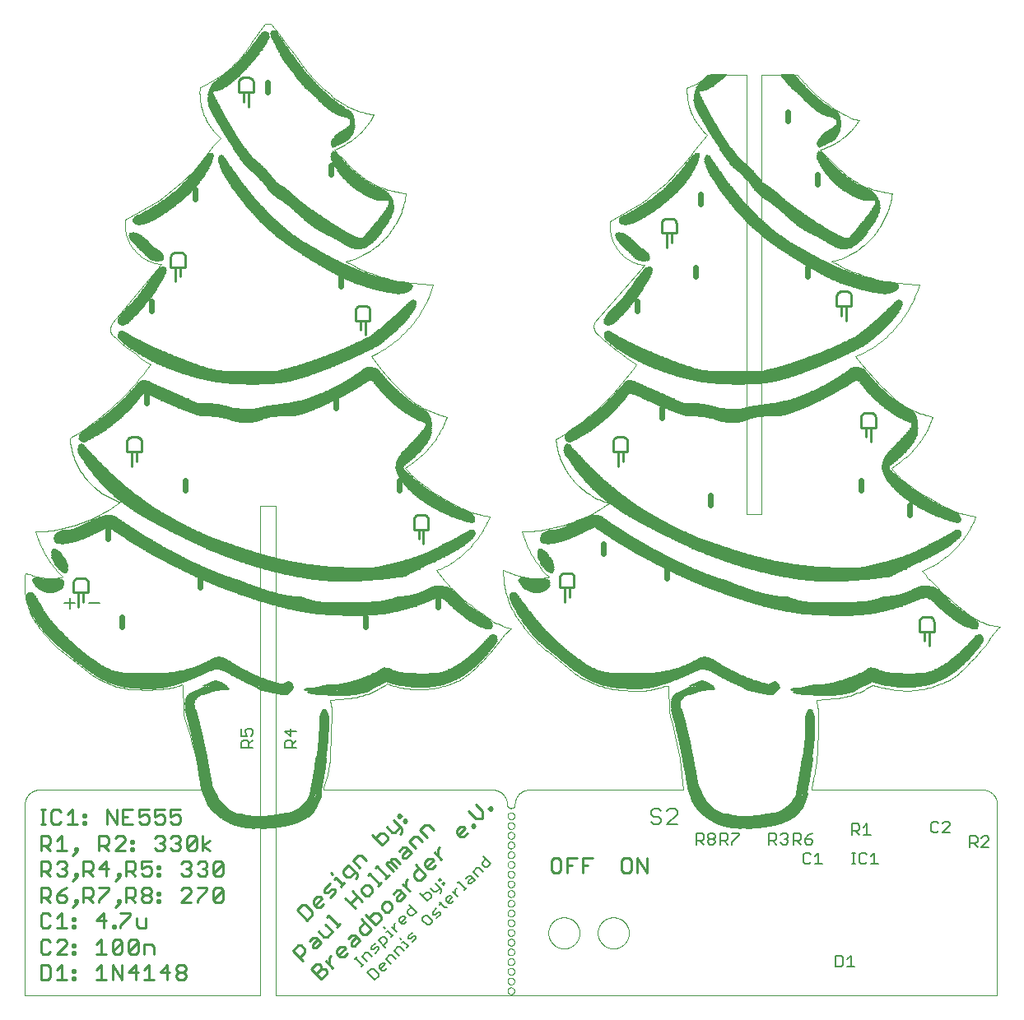
<source format=gto>
G75*
%MOIN*%
%OFA0B0*%
%FSLAX25Y25*%
%IPPOS*%
%LPD*%
%AMOC8*
5,1,8,0,0,1.08239X$1,22.5*
%
%ADD10C,0.00000*%
%ADD11R,0.01200X0.00100*%
%ADD12R,0.02901X0.00100*%
%ADD13R,0.09102X0.00100*%
%ADD14R,0.11103X0.00100*%
%ADD15R,0.12803X0.00100*%
%ADD16R,0.14804X0.00100*%
%ADD17R,0.15404X0.00100*%
%ADD18R,0.16604X0.00100*%
%ADD19R,0.17705X0.00100*%
%ADD20R,0.18605X0.00100*%
%ADD21R,0.19505X0.00100*%
%ADD22R,0.20305X0.00100*%
%ADD23R,0.21005X0.00100*%
%ADD24R,0.21806X0.00100*%
%ADD25R,0.22506X0.00100*%
%ADD26R,0.23206X0.00100*%
%ADD27R,0.23806X0.00100*%
%ADD28R,0.24406X0.00100*%
%ADD29R,0.24907X0.00100*%
%ADD30R,0.25507X0.00100*%
%ADD31R,0.26107X0.00100*%
%ADD32R,0.26507X0.00100*%
%ADD33R,0.27107X0.00100*%
%ADD34R,0.27607X0.00100*%
%ADD35R,0.28007X0.00100*%
%ADD36R,0.28507X0.00100*%
%ADD37R,0.28907X0.00100*%
%ADD38R,0.29207X0.00100*%
%ADD39R,0.29707X0.00100*%
%ADD40R,0.30108X0.00100*%
%ADD41R,0.30608X0.00100*%
%ADD42R,0.30908X0.00100*%
%ADD43R,0.31308X0.00100*%
%ADD44R,0.31708X0.00100*%
%ADD45R,0.32008X0.00100*%
%ADD46R,0.32308X0.00100*%
%ADD47R,0.32608X0.00100*%
%ADD48R,0.33009X0.00100*%
%ADD49R,0.33209X0.00100*%
%ADD50R,0.33609X0.00100*%
%ADD51R,0.33909X0.00100*%
%ADD52R,0.34309X0.00100*%
%ADD53R,0.34509X0.00100*%
%ADD54R,0.34809X0.00100*%
%ADD55R,0.35009X0.00100*%
%ADD56R,0.35309X0.00100*%
%ADD57R,0.35509X0.00100*%
%ADD58R,0.35909X0.00100*%
%ADD59R,0.36109X0.00100*%
%ADD60R,0.36409X0.00100*%
%ADD61R,0.36609X0.00100*%
%ADD62R,0.14604X0.00100*%
%ADD63R,0.18305X0.00100*%
%ADD64R,0.13203X0.00100*%
%ADD65R,0.17104X0.00100*%
%ADD66R,0.12603X0.00100*%
%ADD67R,0.16204X0.00100*%
%ADD68R,0.12003X0.00100*%
%ADD69R,0.15504X0.00100*%
%ADD70R,0.11603X0.00100*%
%ADD71R,0.14704X0.00100*%
%ADD72R,0.11303X0.00100*%
%ADD73R,0.14004X0.00100*%
%ADD74R,0.11003X0.00100*%
%ADD75R,0.13503X0.00100*%
%ADD76R,0.10803X0.00100*%
%ADD77R,0.13103X0.00100*%
%ADD78R,0.12203X0.00100*%
%ADD79R,0.11803X0.00100*%
%ADD80R,0.11503X0.00100*%
%ADD81R,0.04801X0.00100*%
%ADD82R,0.04801X0.00100*%
%ADD83R,0.04801X0.00100*%
%ADD84R,0.04701X0.00100*%
%ADD85R,0.04701X0.00100*%
%ADD86R,0.04701X0.00100*%
%ADD87R,0.04601X0.00100*%
%ADD88R,0.04601X0.00100*%
%ADD89R,0.04501X0.00100*%
%ADD90R,0.04501X0.00100*%
%ADD91R,0.04601X0.00100*%
%ADD92R,0.04501X0.00100*%
%ADD93R,0.04501X0.00100*%
%ADD94R,0.04501X0.00100*%
%ADD95R,0.04501X0.00100*%
%ADD96R,0.04401X0.00100*%
%ADD97R,0.04401X0.00100*%
%ADD98R,0.04401X0.00100*%
%ADD99R,0.04401X0.00100*%
%ADD100R,0.04301X0.00100*%
%ADD101R,0.04401X0.00100*%
%ADD102R,0.04401X0.00100*%
%ADD103R,0.04301X0.00100*%
%ADD104R,0.04301X0.00100*%
%ADD105R,0.04301X0.00100*%
%ADD106R,0.04301X0.00100*%
%ADD107R,0.04201X0.00100*%
%ADD108R,0.04201X0.00100*%
%ADD109R,0.04201X0.00100*%
%ADD110R,0.04702X0.00100*%
%ADD111R,0.04301X0.00100*%
%ADD112R,0.04101X0.00100*%
%ADD113R,0.04802X0.00100*%
%ADD114R,0.04802X0.00100*%
%ADD115R,0.04802X0.00100*%
%ADD116R,0.04101X0.00100*%
%ADD117R,0.04101X0.00100*%
%ADD118R,0.04001X0.00100*%
%ADD119R,0.04001X0.00100*%
%ADD120R,0.04001X0.00100*%
%ADD121R,0.03901X0.00100*%
%ADD122R,0.03901X0.00100*%
%ADD123R,0.03901X0.00100*%
%ADD124R,0.03701X0.00100*%
%ADD125R,0.03701X0.00100*%
%ADD126R,0.03701X0.00100*%
%ADD127R,0.03601X0.00100*%
%ADD128R,0.03501X0.00100*%
%ADD129R,0.03501X0.00100*%
%ADD130R,0.03401X0.00100*%
%ADD131R,0.03301X0.00100*%
%ADD132R,0.03301X0.00100*%
%ADD133R,0.03301X0.00100*%
%ADD134R,0.03201X0.00100*%
%ADD135R,0.03101X0.00100*%
%ADD136R,0.03101X0.00100*%
%ADD137R,0.03001X0.00100*%
%ADD138R,0.02901X0.00100*%
%ADD139R,0.02901X0.00100*%
%ADD140R,0.02801X0.00100*%
%ADD141R,0.02801X0.00100*%
%ADD142R,0.02501X0.00100*%
%ADD143R,0.02401X0.00100*%
%ADD144R,0.02201X0.00100*%
%ADD145R,0.02201X0.00100*%
%ADD146R,0.02000X0.00100*%
%ADD147R,0.01800X0.00100*%
%ADD148R,0.01800X0.00100*%
%ADD149R,0.01700X0.00100*%
%ADD150R,0.01500X0.00100*%
%ADD151R,0.01200X0.00100*%
%ADD152R,0.01000X0.00100*%
%ADD153R,0.00200X0.00100*%
%ADD154R,0.03901X0.00100*%
%ADD155R,0.03901X0.00100*%
%ADD156R,0.03901X0.00100*%
%ADD157R,0.03801X0.00100*%
%ADD158R,0.03801X0.00100*%
%ADD159R,0.03701X0.00100*%
%ADD160R,0.03701X0.00100*%
%ADD161R,0.03801X0.00100*%
%ADD162R,0.04702X0.00100*%
%ADD163R,0.04901X0.00100*%
%ADD164R,0.04901X0.00100*%
%ADD165R,0.05001X0.00100*%
%ADD166R,0.05101X0.00100*%
%ADD167R,0.05201X0.00100*%
%ADD168R,0.03001X0.00100*%
%ADD169R,0.05201X0.00100*%
%ADD170R,0.06202X0.00100*%
%ADD171R,0.07702X0.00100*%
%ADD172R,0.05301X0.00100*%
%ADD173R,0.09202X0.00100*%
%ADD174R,0.10403X0.00100*%
%ADD175R,0.05402X0.00100*%
%ADD176R,0.11603X0.00100*%
%ADD177R,0.05502X0.00100*%
%ADD178R,0.05902X0.00100*%
%ADD179R,0.14404X0.00100*%
%ADD180R,0.05902X0.00100*%
%ADD181R,0.06102X0.00100*%
%ADD182R,0.16504X0.00100*%
%ADD183R,0.06102X0.00100*%
%ADD184R,0.06302X0.00100*%
%ADD185R,0.06502X0.00100*%
%ADD186R,0.06602X0.00100*%
%ADD187R,0.09002X0.00100*%
%ADD188R,0.11003X0.00100*%
%ADD189R,0.27007X0.00100*%
%ADD190R,0.12603X0.00100*%
%ADD191R,0.25407X0.00100*%
%ADD192R,0.14204X0.00100*%
%ADD193R,0.24606X0.00100*%
%ADD194R,0.15404X0.00100*%
%ADD195R,0.24206X0.00100*%
%ADD196R,0.16504X0.00100*%
%ADD197R,0.23806X0.00100*%
%ADD198R,0.17705X0.00100*%
%ADD199R,0.23406X0.00100*%
%ADD200R,0.07902X0.00100*%
%ADD201R,0.18705X0.00100*%
%ADD202R,0.23206X0.00100*%
%ADD203R,0.09802X0.00100*%
%ADD204R,0.22906X0.00100*%
%ADD205R,0.11503X0.00100*%
%ADD206R,0.20405X0.00100*%
%ADD207R,0.22606X0.00100*%
%ADD208R,0.12903X0.00100*%
%ADD209R,0.21206X0.00100*%
%ADD210R,0.22706X0.00100*%
%ADD211R,0.14104X0.00100*%
%ADD212R,0.22106X0.00100*%
%ADD213R,0.09702X0.00100*%
%ADD214R,0.22706X0.00100*%
%ADD215R,0.15204X0.00100*%
%ADD216R,0.09202X0.00100*%
%ADD217R,0.14304X0.00100*%
%ADD218R,0.22006X0.00100*%
%ADD219R,0.16304X0.00100*%
%ADD220R,0.08902X0.00100*%
%ADD221R,0.14504X0.00100*%
%ADD222R,0.21706X0.00100*%
%ADD223R,0.17205X0.00100*%
%ADD224R,0.24206X0.00100*%
%ADD225R,0.08602X0.00100*%
%ADD226R,0.14704X0.00100*%
%ADD227R,0.21906X0.00100*%
%ADD228R,0.18105X0.00100*%
%ADD229R,0.24906X0.00100*%
%ADD230R,0.08302X0.00100*%
%ADD231R,0.13504X0.00100*%
%ADD232R,0.17905X0.00100*%
%ADD233R,0.19005X0.00100*%
%ADD234R,0.07802X0.00100*%
%ADD235R,0.13304X0.00100*%
%ADD236R,0.17505X0.00100*%
%ADD237R,0.19705X0.00100*%
%ADD238R,0.26107X0.00100*%
%ADD239R,0.07402X0.00100*%
%ADD240R,0.13004X0.00100*%
%ADD241R,0.17104X0.00100*%
%ADD242R,0.20505X0.00100*%
%ADD243R,0.27107X0.00100*%
%ADD244R,0.07102X0.00100*%
%ADD245R,0.13103X0.00100*%
%ADD246R,0.16704X0.00100*%
%ADD247R,0.21106X0.00100*%
%ADD248R,0.27307X0.00100*%
%ADD249R,0.06702X0.00100*%
%ADD250R,0.12703X0.00100*%
%ADD251R,0.16504X0.00100*%
%ADD252R,0.21806X0.00100*%
%ADD253R,0.27807X0.00100*%
%ADD254R,0.06302X0.00100*%
%ADD255R,0.22406X0.00100*%
%ADD256R,0.28507X0.00100*%
%ADD257R,0.06002X0.00100*%
%ADD258R,0.12804X0.00100*%
%ADD259R,0.15904X0.00100*%
%ADD260R,0.23106X0.00100*%
%ADD261R,0.05602X0.00100*%
%ADD262R,0.12403X0.00100*%
%ADD263R,0.15704X0.00100*%
%ADD264R,0.23706X0.00100*%
%ADD265R,0.29407X0.00100*%
%ADD266R,0.12103X0.00100*%
%ADD267R,0.15504X0.00100*%
%ADD268R,0.24106X0.00100*%
%ADD269R,0.30008X0.00100*%
%ADD270R,0.11903X0.00100*%
%ADD271R,0.15304X0.00100*%
%ADD272R,0.24706X0.00100*%
%ADD273R,0.30608X0.00100*%
%ADD274R,0.12103X0.00100*%
%ADD275R,0.15004X0.00100*%
%ADD276R,0.25307X0.00100*%
%ADD277R,0.31008X0.00100*%
%ADD278R,0.14804X0.00100*%
%ADD279R,0.25907X0.00100*%
%ADD280R,0.31508X0.00100*%
%ADD281R,0.11703X0.00100*%
%ADD282R,0.40910X0.00100*%
%ADD283R,0.32008X0.00100*%
%ADD284R,0.02701X0.00100*%
%ADD285R,0.11503X0.00100*%
%ADD286R,0.00300X0.00100*%
%ADD287R,0.40810X0.00100*%
%ADD288R,0.32408X0.00100*%
%ADD289R,0.02100X0.00100*%
%ADD290R,0.11403X0.00100*%
%ADD291R,0.40611X0.00100*%
%ADD292R,0.32909X0.00100*%
%ADD293R,0.01500X0.00100*%
%ADD294R,0.11303X0.00100*%
%ADD295R,0.40511X0.00100*%
%ADD296R,0.33409X0.00100*%
%ADD297R,0.11103X0.00100*%
%ADD298R,0.40410X0.00100*%
%ADD299R,0.40310X0.00100*%
%ADD300R,0.34309X0.00100*%
%ADD301R,0.11003X0.00100*%
%ADD302R,0.40210X0.00100*%
%ADD303R,0.34809X0.00100*%
%ADD304R,0.10903X0.00100*%
%ADD305R,0.40110X0.00100*%
%ADD306R,0.35209X0.00100*%
%ADD307R,0.10903X0.00100*%
%ADD308R,0.40111X0.00100*%
%ADD309R,0.35709X0.00100*%
%ADD310R,0.39910X0.00100*%
%ADD311R,0.36009X0.00100*%
%ADD312R,0.10702X0.00100*%
%ADD313R,0.36509X0.00100*%
%ADD314R,0.10603X0.00100*%
%ADD315R,0.39710X0.00100*%
%ADD316R,0.37009X0.00100*%
%ADD317R,0.10503X0.00100*%
%ADD318R,0.39610X0.00100*%
%ADD319R,0.37209X0.00100*%
%ADD320R,0.10503X0.00100*%
%ADD321R,0.39510X0.00100*%
%ADD322R,0.37709X0.00100*%
%ADD323R,0.39410X0.00100*%
%ADD324R,0.38110X0.00100*%
%ADD325R,0.39410X0.00100*%
%ADD326R,0.38610X0.00100*%
%ADD327R,0.10402X0.00100*%
%ADD328R,0.39510X0.00100*%
%ADD329R,0.39010X0.00100*%
%ADD330R,0.10202X0.00100*%
%ADD331R,0.39610X0.00100*%
%ADD332R,0.10002X0.00100*%
%ADD333R,0.39010X0.00100*%
%ADD334R,0.39810X0.00100*%
%ADD335R,0.09903X0.00100*%
%ADD336R,0.38910X0.00100*%
%ADD337R,0.40110X0.00100*%
%ADD338R,0.09903X0.00100*%
%ADD339R,0.38910X0.00100*%
%ADD340R,0.40510X0.00100*%
%ADD341R,0.09903X0.00100*%
%ADD342R,0.38810X0.00100*%
%ADD343R,0.41011X0.00100*%
%ADD344R,0.09802X0.00100*%
%ADD345R,0.38810X0.00100*%
%ADD346R,0.41311X0.00100*%
%ADD347R,0.38610X0.00100*%
%ADD348R,0.41811X0.00100*%
%ADD349R,0.42211X0.00100*%
%ADD350R,0.09702X0.00100*%
%ADD351R,0.38510X0.00100*%
%ADD352R,0.42511X0.00100*%
%ADD353R,0.09703X0.00100*%
%ADD354R,0.38310X0.00100*%
%ADD355R,0.42911X0.00100*%
%ADD356R,0.09603X0.00100*%
%ADD357R,0.38210X0.00100*%
%ADD358R,0.43311X0.00100*%
%ADD359R,0.09603X0.00100*%
%ADD360R,0.38110X0.00100*%
%ADD361R,0.43711X0.00100*%
%ADD362R,0.09502X0.00100*%
%ADD363R,0.38110X0.00100*%
%ADD364R,0.44011X0.00100*%
%ADD365R,0.09502X0.00100*%
%ADD366R,0.44411X0.00100*%
%ADD367R,0.09302X0.00100*%
%ADD368R,0.37910X0.00100*%
%ADD369R,0.44811X0.00100*%
%ADD370R,0.09302X0.00100*%
%ADD371R,0.38010X0.00100*%
%ADD372R,0.45211X0.00100*%
%ADD373R,0.18005X0.00100*%
%ADD374R,0.15004X0.00100*%
%ADD375R,0.45511X0.00100*%
%ADD376R,0.15804X0.00100*%
%ADD377R,0.13704X0.00100*%
%ADD378R,0.17405X0.00100*%
%ADD379R,0.14504X0.00100*%
%ADD380R,0.13804X0.00100*%
%ADD381R,0.16104X0.00100*%
%ADD382R,0.09102X0.00100*%
%ADD383R,0.12503X0.00100*%
%ADD384R,0.12303X0.00100*%
%ADD385R,0.12904X0.00100*%
%ADD386R,0.15204X0.00100*%
%ADD387R,0.09102X0.00100*%
%ADD388R,0.11503X0.00100*%
%ADD389R,0.11403X0.00100*%
%ADD390R,0.12203X0.00100*%
%ADD391R,0.14604X0.00100*%
%ADD392R,0.10603X0.00100*%
%ADD393R,0.11103X0.00100*%
%ADD394R,0.11603X0.00100*%
%ADD395R,0.14104X0.00100*%
%ADD396R,0.10703X0.00100*%
%ADD397R,0.11203X0.00100*%
%ADD398R,0.13604X0.00100*%
%ADD399R,0.09002X0.00100*%
%ADD400R,0.08902X0.00100*%
%ADD401R,0.10403X0.00100*%
%ADD402R,0.08202X0.00100*%
%ADD403R,0.10303X0.00100*%
%ADD404R,0.12904X0.00100*%
%ADD405R,0.07702X0.00100*%
%ADD406R,0.10103X0.00100*%
%ADD407R,0.10303X0.00100*%
%ADD408R,0.12603X0.00100*%
%ADD409R,0.09002X0.00100*%
%ADD410R,0.07102X0.00100*%
%ADD411R,0.10002X0.00100*%
%ADD412R,0.10002X0.00100*%
%ADD413R,0.12203X0.00100*%
%ADD414R,0.09002X0.00100*%
%ADD415R,0.06702X0.00100*%
%ADD416R,0.09902X0.00100*%
%ADD417R,0.10102X0.00100*%
%ADD418R,0.12103X0.00100*%
%ADD419R,0.06302X0.00100*%
%ADD420R,0.11903X0.00100*%
%ADD421R,0.09602X0.00100*%
%ADD422R,0.11603X0.00100*%
%ADD423R,0.09503X0.00100*%
%ADD424R,0.09402X0.00100*%
%ADD425R,0.11303X0.00100*%
%ADD426R,0.09502X0.00100*%
%ADD427R,0.05202X0.00100*%
%ADD428R,0.09403X0.00100*%
%ADD429R,0.11403X0.00100*%
%ADD430R,0.09803X0.00100*%
%ADD431R,0.10003X0.00100*%
%ADD432R,0.10803X0.00100*%
%ADD433R,0.21906X0.00100*%
%ADD434R,0.03401X0.00100*%
%ADD435R,0.21506X0.00100*%
%ADD436R,0.08802X0.00100*%
%ADD437R,0.20906X0.00100*%
%ADD438R,0.08702X0.00100*%
%ADD439R,0.20405X0.00100*%
%ADD440R,0.01901X0.00100*%
%ADD441R,0.08602X0.00100*%
%ADD442R,0.19805X0.00100*%
%ADD443R,0.08702X0.00100*%
%ADD444R,0.08702X0.00100*%
%ADD445R,0.19305X0.00100*%
%ADD446R,0.00900X0.00100*%
%ADD447R,0.18805X0.00100*%
%ADD448R,0.08602X0.00100*%
%ADD449R,0.18405X0.00100*%
%ADD450R,0.08702X0.00100*%
%ADD451R,0.17904X0.00100*%
%ADD452R,0.08502X0.00100*%
%ADD453R,0.08502X0.00100*%
%ADD454R,0.17404X0.00100*%
%ADD455R,0.08402X0.00100*%
%ADD456R,0.16904X0.00100*%
%ADD457R,0.08302X0.00100*%
%ADD458R,0.08402X0.00100*%
%ADD459R,0.16204X0.00100*%
%ADD460R,0.08202X0.00100*%
%ADD461R,0.15704X0.00100*%
%ADD462R,0.08102X0.00100*%
%ADD463R,0.15304X0.00100*%
%ADD464R,0.08202X0.00100*%
%ADD465R,0.14804X0.00100*%
%ADD466R,0.08002X0.00100*%
%ADD467R,0.14404X0.00100*%
%ADD468R,0.07902X0.00100*%
%ADD469R,0.08102X0.00100*%
%ADD470R,0.13704X0.00100*%
%ADD471R,0.13304X0.00100*%
%ADD472R,0.07802X0.00100*%
%ADD473R,0.08002X0.00100*%
%ADD474R,0.12903X0.00100*%
%ADD475R,0.12503X0.00100*%
%ADD476R,0.08002X0.00100*%
%ADD477R,0.07902X0.00100*%
%ADD478R,0.11703X0.00100*%
%ADD479R,0.07602X0.00100*%
%ADD480R,0.08002X0.00100*%
%ADD481R,0.11303X0.00100*%
%ADD482R,0.07602X0.00100*%
%ADD483R,0.07602X0.00100*%
%ADD484R,0.07502X0.00100*%
%ADD485R,0.07402X0.00100*%
%ADD486R,0.07802X0.00100*%
%ADD487R,0.09302X0.00100*%
%ADD488R,0.07302X0.00100*%
%ADD489R,0.07302X0.00100*%
%ADD490R,0.07202X0.00100*%
%ADD491R,0.08002X0.00100*%
%ADD492R,0.07202X0.00100*%
%ADD493R,0.07202X0.00100*%
%ADD494R,0.07302X0.00100*%
%ADD495R,0.07002X0.00100*%
%ADD496R,0.07702X0.00100*%
%ADD497R,0.07102X0.00100*%
%ADD498R,0.07102X0.00100*%
%ADD499R,0.07002X0.00100*%
%ADD500R,0.07002X0.00100*%
%ADD501R,0.05002X0.00100*%
%ADD502R,0.07602X0.00100*%
%ADD503R,0.06902X0.00100*%
%ADD504R,0.04001X0.00100*%
%ADD505R,0.06802X0.00100*%
%ADD506R,0.07502X0.00100*%
%ADD507R,0.06802X0.00100*%
%ADD508R,0.01600X0.00100*%
%ADD509R,0.06702X0.00100*%
%ADD510R,0.06802X0.00100*%
%ADD511R,0.07502X0.00100*%
%ADD512R,0.07402X0.00100*%
%ADD513R,0.07402X0.00100*%
%ADD514R,0.06502X0.00100*%
%ADD515R,0.07302X0.00100*%
%ADD516R,0.06502X0.00100*%
%ADD517R,0.06402X0.00100*%
%ADD518R,0.06402X0.00100*%
%ADD519R,0.07202X0.00100*%
%ADD520R,0.06202X0.00100*%
%ADD521R,0.06202X0.00100*%
%ADD522R,0.07302X0.00100*%
%ADD523R,0.06102X0.00100*%
%ADD524R,0.06002X0.00100*%
%ADD525R,0.07302X0.00100*%
%ADD526R,0.06002X0.00100*%
%ADD527R,0.05802X0.00100*%
%ADD528R,0.07202X0.00100*%
%ADD529R,0.05802X0.00100*%
%ADD530R,0.05802X0.00100*%
%ADD531R,0.05701X0.00100*%
%ADD532R,0.05701X0.00100*%
%ADD533R,0.05601X0.00100*%
%ADD534R,0.05601X0.00100*%
%ADD535R,0.05601X0.00100*%
%ADD536R,0.07102X0.00100*%
%ADD537R,0.05702X0.00100*%
%ADD538R,0.05702X0.00100*%
%ADD539R,0.05602X0.00100*%
%ADD540R,0.05502X0.00100*%
%ADD541R,0.05401X0.00100*%
%ADD542R,0.05301X0.00100*%
%ADD543R,0.05201X0.00100*%
%ADD544R,0.07202X0.00100*%
%ADD545R,0.05001X0.00100*%
%ADD546R,0.04901X0.00100*%
%ADD547R,0.04201X0.00100*%
%ADD548R,0.04101X0.00100*%
%ADD549R,0.04001X0.00100*%
%ADD550R,0.03801X0.00100*%
%ADD551R,0.03801X0.00100*%
%ADD552R,0.03601X0.00100*%
%ADD553R,0.03401X0.00100*%
%ADD554R,0.02601X0.00100*%
%ADD555R,0.02200X0.00100*%
%ADD556R,0.01900X0.00100*%
%ADD557R,0.07002X0.00100*%
%ADD558R,0.01500X0.00100*%
%ADD559R,0.07002X0.00100*%
%ADD560R,0.07002X0.00100*%
%ADD561R,0.06902X0.00100*%
%ADD562R,0.06902X0.00100*%
%ADD563R,0.06802X0.00100*%
%ADD564R,0.06802X0.00100*%
%ADD565R,0.00900X0.00100*%
%ADD566R,0.06802X0.00100*%
%ADD567R,0.02301X0.00100*%
%ADD568R,0.06702X0.00100*%
%ADD569R,0.06602X0.00100*%
%ADD570R,0.06402X0.00100*%
%ADD571R,0.06502X0.00100*%
%ADD572R,0.06602X0.00100*%
%ADD573R,0.06702X0.00100*%
%ADD574R,0.08302X0.00100*%
%ADD575R,0.06602X0.00100*%
%ADD576R,0.08402X0.00100*%
%ADD577R,0.08502X0.00100*%
%ADD578R,0.08602X0.00100*%
%ADD579R,0.08802X0.00100*%
%ADD580R,0.08902X0.00100*%
%ADD581R,0.08902X0.00100*%
%ADD582R,0.08802X0.00100*%
%ADD583R,0.08802X0.00100*%
%ADD584R,0.15104X0.00100*%
%ADD585R,0.18405X0.00100*%
%ADD586R,0.21106X0.00100*%
%ADD587R,0.25006X0.00100*%
%ADD588R,0.05902X0.00100*%
%ADD589R,0.26807X0.00100*%
%ADD590R,0.08502X0.00100*%
%ADD591R,0.05801X0.00100*%
%ADD592R,0.28407X0.00100*%
%ADD593R,0.05801X0.00100*%
%ADD594R,0.29807X0.00100*%
%ADD595R,0.31308X0.00100*%
%ADD596R,0.32508X0.00100*%
%ADD597R,0.33708X0.00100*%
%ADD598R,0.34909X0.00100*%
%ADD599R,0.05602X0.00100*%
%ADD600R,0.36009X0.00100*%
%ADD601R,0.37109X0.00100*%
%ADD602R,0.08302X0.00100*%
%ADD603R,0.08402X0.00100*%
%ADD604R,0.39210X0.00100*%
%ADD605R,0.40210X0.00100*%
%ADD606R,0.41111X0.00100*%
%ADD607R,0.42011X0.00100*%
%ADD608R,0.05502X0.00100*%
%ADD609R,0.42911X0.00100*%
%ADD610R,0.43811X0.00100*%
%ADD611R,0.08202X0.00100*%
%ADD612R,0.44711X0.00100*%
%ADD613R,0.08102X0.00100*%
%ADD614R,0.45612X0.00100*%
%ADD615R,0.08102X0.00100*%
%ADD616R,0.46312X0.00100*%
%ADD617R,0.47012X0.00100*%
%ADD618R,0.47913X0.00100*%
%ADD619R,0.05501X0.00100*%
%ADD620R,0.48713X0.00100*%
%ADD621R,0.05401X0.00100*%
%ADD622R,0.49413X0.00100*%
%ADD623R,0.05401X0.00100*%
%ADD624R,0.50213X0.00100*%
%ADD625R,0.50913X0.00100*%
%ADD626R,0.51613X0.00100*%
%ADD627R,0.52313X0.00100*%
%ADD628R,0.53013X0.00100*%
%ADD629R,0.54314X0.00100*%
%ADD630R,0.07602X0.00100*%
%ADD631R,0.54514X0.00100*%
%ADD632R,0.07402X0.00100*%
%ADD633R,0.55114X0.00100*%
%ADD634R,0.05101X0.00100*%
%ADD635R,0.56414X0.00100*%
%ADD636R,0.56815X0.00100*%
%ADD637R,0.57215X0.00100*%
%ADD638R,0.57615X0.00100*%
%ADD639R,0.05102X0.00100*%
%ADD640R,0.58315X0.00100*%
%ADD641R,0.05002X0.00100*%
%ADD642R,0.59015X0.00100*%
%ADD643R,0.59715X0.00100*%
%ADD644R,0.05002X0.00100*%
%ADD645R,0.60315X0.00100*%
%ADD646R,0.60815X0.00100*%
%ADD647R,0.61516X0.00100*%
%ADD648R,0.62216X0.00100*%
%ADD649R,0.62816X0.00100*%
%ADD650R,0.63416X0.00100*%
%ADD651R,0.63916X0.00100*%
%ADD652R,0.64517X0.00100*%
%ADD653R,0.25207X0.00100*%
%ADD654R,0.26707X0.00100*%
%ADD655R,0.23806X0.00100*%
%ADD656R,0.23506X0.00100*%
%ADD657R,0.22406X0.00100*%
%ADD658R,0.06902X0.00100*%
%ADD659R,0.23106X0.00100*%
%ADD660R,0.23006X0.00100*%
%ADD661R,0.20705X0.00100*%
%ADD662R,0.22806X0.00100*%
%ADD663R,0.20105X0.00100*%
%ADD664R,0.22606X0.00100*%
%ADD665R,0.19505X0.00100*%
%ADD666R,0.22406X0.00100*%
%ADD667R,0.19205X0.00100*%
%ADD668R,0.18805X0.00100*%
%ADD669R,0.22206X0.00100*%
%ADD670R,0.18605X0.00100*%
%ADD671R,0.22206X0.00100*%
%ADD672R,0.18305X0.00100*%
%ADD673R,0.22306X0.00100*%
%ADD674R,0.18104X0.00100*%
%ADD675R,0.17904X0.00100*%
%ADD676R,0.22106X0.00100*%
%ADD677R,0.17805X0.00100*%
%ADD678R,0.22106X0.00100*%
%ADD679R,0.22106X0.00100*%
%ADD680R,0.17504X0.00100*%
%ADD681R,0.22206X0.00100*%
%ADD682R,0.17304X0.00100*%
%ADD683R,0.17304X0.00100*%
%ADD684R,0.17805X0.00100*%
%ADD685R,0.04101X0.00100*%
%ADD686R,0.26607X0.00100*%
%ADD687R,0.26207X0.00100*%
%ADD688R,0.25807X0.00100*%
%ADD689R,0.22206X0.00100*%
%ADD690R,0.25507X0.00100*%
%ADD691R,0.25207X0.00100*%
%ADD692R,0.21606X0.00100*%
%ADD693R,0.00500X0.00100*%
%ADD694R,0.24807X0.00100*%
%ADD695R,0.19005X0.00100*%
%ADD696R,0.22506X0.00100*%
%ADD697R,0.18405X0.00100*%
%ADD698R,0.21205X0.00100*%
%ADD699R,0.18005X0.00100*%
%ADD700R,0.20405X0.00100*%
%ADD701R,0.17404X0.00100*%
%ADD702R,0.19205X0.00100*%
%ADD703R,0.17104X0.00100*%
%ADD704R,0.18605X0.00100*%
%ADD705R,0.17004X0.00100*%
%ADD706R,0.18205X0.00100*%
%ADD707R,0.16704X0.00100*%
%ADD708R,0.02601X0.00100*%
%ADD709R,0.16804X0.00100*%
%ADD710R,0.02400X0.00100*%
%ADD711R,0.16404X0.00100*%
%ADD712R,0.02300X0.00100*%
%ADD713R,0.16104X0.00100*%
%ADD714R,0.02000X0.00100*%
%ADD715R,0.16304X0.00100*%
%ADD716R,0.15504X0.00100*%
%ADD717R,0.16004X0.00100*%
%ADD718R,0.15104X0.00100*%
%ADD719R,0.02200X0.00100*%
%ADD720R,0.15904X0.00100*%
%ADD721R,0.14804X0.00100*%
%ADD722R,0.01000X0.00100*%
%ADD723R,0.16304X0.00100*%
%ADD724R,0.15804X0.00100*%
%ADD725R,0.14004X0.00100*%
%ADD726R,0.15704X0.00100*%
%ADD727R,0.13904X0.00100*%
%ADD728R,0.15804X0.00100*%
%ADD729R,0.13804X0.00100*%
%ADD730R,0.15604X0.00100*%
%ADD731R,0.12903X0.00100*%
%ADD732R,0.15604X0.00100*%
%ADD733R,0.15604X0.00100*%
%ADD734R,0.11803X0.00100*%
%ADD735R,0.15604X0.00100*%
%ADD736R,0.10703X0.00100*%
%ADD737R,0.08802X0.00100*%
%ADD738R,0.09002X0.00100*%
%ADD739R,0.15404X0.00100*%
%ADD740R,0.09702X0.00100*%
%ADD741R,0.10103X0.00100*%
%ADD742R,0.10403X0.00100*%
%ADD743R,0.15204X0.00100*%
%ADD744R,0.06902X0.00100*%
%ADD745R,0.15004X0.00100*%
%ADD746R,0.05402X0.00100*%
%ADD747R,0.15004X0.00100*%
%ADD748R,0.11503X0.00100*%
%ADD749R,0.11703X0.00100*%
%ADD750R,0.14904X0.00100*%
%ADD751R,0.11803X0.00100*%
%ADD752R,0.11803X0.00100*%
%ADD753R,0.14904X0.00100*%
%ADD754R,0.11903X0.00100*%
%ADD755R,0.14904X0.00100*%
%ADD756R,0.11903X0.00100*%
%ADD757R,0.14904X0.00100*%
%ADD758R,0.12003X0.00100*%
%ADD759R,0.14704X0.00100*%
%ADD760R,0.14704X0.00100*%
%ADD761R,0.12303X0.00100*%
%ADD762R,0.12303X0.00100*%
%ADD763R,0.14704X0.00100*%
%ADD764R,0.14704X0.00100*%
%ADD765R,0.12503X0.00100*%
%ADD766R,0.14604X0.00100*%
%ADD767R,0.14504X0.00100*%
%ADD768R,0.14504X0.00100*%
%ADD769R,0.14404X0.00100*%
%ADD770R,0.12403X0.00100*%
%ADD771R,0.21906X0.00100*%
%ADD772R,0.14304X0.00100*%
%ADD773R,0.26007X0.00100*%
%ADD774R,0.27507X0.00100*%
%ADD775R,0.13804X0.00100*%
%ADD776R,0.30708X0.00100*%
%ADD777R,0.13504X0.00100*%
%ADD778R,0.33709X0.00100*%
%ADD779R,0.13404X0.00100*%
%ADD780R,0.35309X0.00100*%
%ADD781R,0.02401X0.00100*%
%ADD782R,0.13303X0.00100*%
%ADD783R,0.36809X0.00100*%
%ADD784R,0.13303X0.00100*%
%ADD785R,0.13204X0.00100*%
%ADD786R,0.39510X0.00100*%
%ADD787R,0.40911X0.00100*%
%ADD788R,0.42111X0.00100*%
%ADD789R,0.13003X0.00100*%
%ADD790R,0.43411X0.00100*%
%ADD791R,0.44611X0.00100*%
%ADD792R,0.13003X0.00100*%
%ADD793R,0.45311X0.00100*%
%ADD794R,0.12803X0.00100*%
%ADD795R,0.46012X0.00100*%
%ADD796R,0.12704X0.00100*%
%ADD797R,0.46712X0.00100*%
%ADD798R,0.47412X0.00100*%
%ADD799R,0.48313X0.00100*%
%ADD800R,0.49313X0.00100*%
%ADD801R,0.50013X0.00100*%
%ADD802R,0.12403X0.00100*%
%ADD803R,0.50613X0.00100*%
%ADD804R,0.51213X0.00100*%
%ADD805R,0.51713X0.00100*%
%ADD806R,0.52314X0.00100*%
%ADD807R,0.53014X0.00100*%
%ADD808R,0.01100X0.00100*%
%ADD809R,0.53914X0.00100*%
%ADD810R,0.01600X0.00100*%
%ADD811R,0.54314X0.00100*%
%ADD812R,0.01900X0.00100*%
%ADD813R,0.12003X0.00100*%
%ADD814R,0.54914X0.00100*%
%ADD815R,0.02100X0.00100*%
%ADD816R,0.12003X0.00100*%
%ADD817R,0.55714X0.00100*%
%ADD818R,0.56014X0.00100*%
%ADD819R,0.02300X0.00100*%
%ADD820R,0.56514X0.00100*%
%ADD821R,0.57715X0.00100*%
%ADD822R,0.58115X0.00100*%
%ADD823R,0.58515X0.00100*%
%ADD824R,0.59415X0.00100*%
%ADD825R,0.03201X0.00100*%
%ADD826R,0.11803X0.00100*%
%ADD827R,0.59815X0.00100*%
%ADD828R,0.03201X0.00100*%
%ADD829R,0.60215X0.00100*%
%ADD830R,0.11703X0.00100*%
%ADD831R,0.61116X0.00100*%
%ADD832R,0.61816X0.00100*%
%ADD833R,0.63116X0.00100*%
%ADD834R,0.63516X0.00100*%
%ADD835R,0.63816X0.00100*%
%ADD836R,0.11503X0.00100*%
%ADD837R,0.64117X0.00100*%
%ADD838R,0.64617X0.00100*%
%ADD839R,0.65217X0.00100*%
%ADD840R,0.37709X0.00100*%
%ADD841R,0.19305X0.00100*%
%ADD842R,0.34709X0.00100*%
%ADD843R,0.19105X0.00100*%
%ADD844R,0.32909X0.00100*%
%ADD845R,0.31608X0.00100*%
%ADD846R,0.18505X0.00100*%
%ADD847R,0.11403X0.00100*%
%ADD848R,0.30508X0.00100*%
%ADD849R,0.11303X0.00100*%
%ADD850R,0.29407X0.00100*%
%ADD851R,0.18105X0.00100*%
%ADD852R,0.28707X0.00100*%
%ADD853R,0.17804X0.00100*%
%ADD854R,0.11203X0.00100*%
%ADD855R,0.27907X0.00100*%
%ADD856R,0.17504X0.00100*%
%ADD857R,0.11203X0.00100*%
%ADD858R,0.27207X0.00100*%
%ADD859R,0.26707X0.00100*%
%ADD860R,0.16804X0.00100*%
%ADD861R,0.25607X0.00100*%
%ADD862R,0.16704X0.00100*%
%ADD863R,0.05101X0.00100*%
%ADD864R,0.11103X0.00100*%
%ADD865R,0.25106X0.00100*%
%ADD866R,0.11103X0.00100*%
%ADD867R,0.16204X0.00100*%
%ADD868R,0.11003X0.00100*%
%ADD869R,0.24906X0.00100*%
%ADD870R,0.16304X0.00100*%
%ADD871R,0.23906X0.00100*%
%ADD872R,0.23506X0.00100*%
%ADD873R,0.11003X0.00100*%
%ADD874R,0.23106X0.00100*%
%ADD875R,0.23006X0.00100*%
%ADD876R,0.05301X0.00100*%
%ADD877R,0.22306X0.00100*%
%ADD878R,0.14904X0.00100*%
%ADD879R,0.10903X0.00100*%
%ADD880R,0.22006X0.00100*%
%ADD881R,0.14304X0.00100*%
%ADD882R,0.14504X0.00100*%
%ADD883R,0.20805X0.00100*%
%ADD884R,0.20506X0.00100*%
%ADD885R,0.10903X0.00100*%
%ADD886R,0.20305X0.00100*%
%ADD887R,0.13604X0.00100*%
%ADD888R,0.20205X0.00100*%
%ADD889R,0.05302X0.00100*%
%ADD890R,0.20005X0.00100*%
%ADD891R,0.13104X0.00100*%
%ADD892R,0.05202X0.00100*%
%ADD893R,0.19805X0.00100*%
%ADD894R,0.13204X0.00100*%
%ADD895R,0.05302X0.00100*%
%ADD896R,0.19605X0.00100*%
%ADD897R,0.13004X0.00100*%
%ADD898R,0.19505X0.00100*%
%ADD899R,0.19405X0.00100*%
%ADD900R,0.19205X0.00100*%
%ADD901R,0.12703X0.00100*%
%ADD902R,0.05202X0.00100*%
%ADD903R,0.10803X0.00100*%
%ADD904R,0.19105X0.00100*%
%ADD905R,0.18905X0.00100*%
%ADD906R,0.12404X0.00100*%
%ADD907R,0.18805X0.00100*%
%ADD908R,0.18304X0.00100*%
%ADD909R,0.10603X0.00100*%
%ADD910R,0.10602X0.00100*%
%ADD911R,0.17905X0.00100*%
%ADD912R,0.17704X0.00100*%
%ADD913R,0.17504X0.00100*%
%ADD914R,0.17305X0.00100*%
%ADD915R,0.17204X0.00100*%
%ADD916R,0.11203X0.00100*%
%ADD917R,0.10502X0.00100*%
%ADD918R,0.17004X0.00100*%
%ADD919R,0.16604X0.00100*%
%ADD920R,0.10503X0.00100*%
%ADD921R,0.03801X0.00100*%
%ADD922R,0.10703X0.00100*%
%ADD923R,0.16404X0.00100*%
%ADD924R,0.10502X0.00100*%
%ADD925R,0.10402X0.00100*%
%ADD926R,0.16204X0.00100*%
%ADD927R,0.16004X0.00100*%
%ADD928R,0.10203X0.00100*%
%ADD929R,0.10203X0.00100*%
%ADD930R,0.03001X0.00100*%
%ADD931R,0.16304X0.00100*%
%ADD932R,0.10102X0.00100*%
%ADD933R,0.15904X0.00100*%
%ADD934R,0.10302X0.00100*%
%ADD935R,0.02401X0.00100*%
%ADD936R,0.09803X0.00100*%
%ADD937R,0.10202X0.00100*%
%ADD938R,0.02001X0.00100*%
%ADD939R,0.01800X0.00100*%
%ADD940R,0.01600X0.00100*%
%ADD941R,0.10303X0.00100*%
%ADD942R,0.15304X0.00100*%
%ADD943R,0.09802X0.00100*%
%ADD944R,0.01400X0.00100*%
%ADD945R,0.16104X0.00100*%
%ADD946R,0.00800X0.00100*%
%ADD947R,0.10302X0.00100*%
%ADD948R,0.14904X0.00100*%
%ADD949R,0.10203X0.00100*%
%ADD950R,0.10102X0.00100*%
%ADD951R,0.14304X0.00100*%
%ADD952R,0.14204X0.00100*%
%ADD953R,0.14104X0.00100*%
%ADD954R,0.14104X0.00100*%
%ADD955R,0.10003X0.00100*%
%ADD956R,0.13703X0.00100*%
%ADD957R,0.09902X0.00100*%
%ADD958R,0.13604X0.00100*%
%ADD959R,0.01100X0.00100*%
%ADD960R,0.13404X0.00100*%
%ADD961R,0.08902X0.00100*%
%ADD962R,0.08502X0.00100*%
%ADD963R,0.13203X0.00100*%
%ADD964R,0.13104X0.00100*%
%ADD965R,0.08202X0.00100*%
%ADD966R,0.09902X0.00100*%
%ADD967R,0.08102X0.00100*%
%ADD968R,0.12803X0.00100*%
%ADD969R,0.12504X0.00100*%
%ADD970R,0.07502X0.00100*%
%ADD971R,0.12003X0.00100*%
%ADD972R,0.09602X0.00100*%
%ADD973R,0.11703X0.00100*%
%ADD974R,0.12703X0.00100*%
%ADD975R,0.09603X0.00100*%
%ADD976R,0.13003X0.00100*%
%ADD977R,0.11603X0.00100*%
%ADD978R,0.11403X0.00100*%
%ADD979R,0.06001X0.00100*%
%ADD980R,0.05901X0.00100*%
%ADD981R,0.05901X0.00100*%
%ADD982R,0.09402X0.00100*%
%ADD983R,0.09402X0.00100*%
%ADD984R,0.15604X0.00100*%
%ADD985R,0.09403X0.00100*%
%ADD986R,0.15804X0.00100*%
%ADD987R,0.16004X0.00100*%
%ADD988R,0.16104X0.00100*%
%ADD989R,0.15904X0.00100*%
%ADD990R,0.16104X0.00100*%
%ADD991R,0.02800X0.00100*%
%ADD992R,0.02500X0.00100*%
%ADD993R,0.09303X0.00100*%
%ADD994R,0.09202X0.00100*%
%ADD995R,0.01700X0.00100*%
%ADD996R,0.12804X0.00100*%
%ADD997R,0.12404X0.00100*%
%ADD998R,0.21506X0.00100*%
%ADD999R,0.21206X0.00100*%
%ADD1000R,0.20806X0.00100*%
%ADD1001R,0.20406X0.00100*%
%ADD1002R,0.20106X0.00100*%
%ADD1003R,0.19705X0.00100*%
%ADD1004R,0.19305X0.00100*%
%ADD1005R,0.17905X0.00100*%
%ADD1006R,0.17605X0.00100*%
%ADD1007R,0.10602X0.00100*%
%ADD1008R,0.02100X0.00100*%
%ADD1009R,0.07502X0.00100*%
%ADD1010R,0.08802X0.00100*%
%ADD1011R,0.02801X0.00100*%
%ADD1012R,0.10402X0.00100*%
%ADD1013R,0.02101X0.00100*%
%ADD1014R,0.11203X0.00100*%
%ADD1015R,0.10202X0.00100*%
%ADD1016R,0.10103X0.00100*%
%ADD1017R,0.09102X0.00100*%
%ADD1018R,0.09602X0.00100*%
%ADD1019R,0.09703X0.00100*%
%ADD1020R,0.08602X0.00100*%
%ADD1021R,0.09403X0.00100*%
%ADD1022R,0.08302X0.00100*%
%ADD1023R,0.08002X0.00100*%
%ADD1024R,0.09202X0.00100*%
%ADD1025R,0.07502X0.00100*%
%ADD1026R,0.06902X0.00100*%
%ADD1027R,0.08602X0.00100*%
%ADD1028R,0.06602X0.00100*%
%ADD1029R,0.06402X0.00100*%
%ADD1030R,0.08202X0.00100*%
%ADD1031R,0.07902X0.00100*%
%ADD1032R,0.07902X0.00100*%
%ADD1033R,0.04902X0.00100*%
%ADD1034R,0.03101X0.00100*%
%ADD1035R,0.06502X0.00100*%
%ADD1036R,0.06302X0.00100*%
%ADD1037R,0.05001X0.00100*%
%ADD1038R,0.02001X0.00100*%
%ADD1039R,0.01300X0.00100*%
%ADD1040R,0.00900X0.00100*%
%ADD1041R,0.01300X0.00100*%
%ADD1042R,0.02000X0.00100*%
%ADD1043R,0.02300X0.00100*%
%ADD1044R,0.02600X0.00100*%
%ADD1045R,0.02900X0.00100*%
%ADD1046R,0.03101X0.00100*%
%ADD1047R,0.03301X0.00100*%
%ADD1048R,0.03601X0.00100*%
%ADD1049R,0.05901X0.00100*%
%ADD1050R,0.08902X0.00100*%
%ADD1051R,0.03501X0.00100*%
%ADD1052R,0.08702X0.00100*%
%ADD1053R,0.02501X0.00100*%
%ADD1054R,0.02501X0.00100*%
%ADD1055R,0.08402X0.00100*%
%ADD1056R,0.08402X0.00100*%
%ADD1057R,0.02701X0.00100*%
%ADD1058R,0.14304X0.00100*%
%ADD1059R,0.19905X0.00100*%
%ADD1060R,0.22306X0.00100*%
%ADD1061R,0.23706X0.00100*%
%ADD1062R,0.26407X0.00100*%
%ADD1063R,0.28107X0.00100*%
%ADD1064R,0.32208X0.00100*%
%ADD1065R,0.34009X0.00100*%
%ADD1066R,0.41211X0.00100*%
%ADD1067R,0.41811X0.00100*%
%ADD1068R,0.42511X0.00100*%
%ADD1069R,0.43211X0.00100*%
%ADD1070R,0.43811X0.00100*%
%ADD1071R,0.44311X0.00100*%
%ADD1072R,0.45011X0.00100*%
%ADD1073R,0.46212X0.00100*%
%ADD1074R,0.47012X0.00100*%
%ADD1075R,0.47812X0.00100*%
%ADD1076R,0.48313X0.00100*%
%ADD1077R,0.48913X0.00100*%
%ADD1078R,0.49513X0.00100*%
%ADD1079R,0.50113X0.00100*%
%ADD1080R,0.51013X0.00100*%
%ADD1081R,0.51513X0.00100*%
%ADD1082R,0.52113X0.00100*%
%ADD1083R,0.52513X0.00100*%
%ADD1084R,0.53113X0.00100*%
%ADD1085R,0.53714X0.00100*%
%ADD1086R,0.54014X0.00100*%
%ADD1087R,0.24706X0.00100*%
%ADD1088R,0.24506X0.00100*%
%ADD1089R,0.24306X0.00100*%
%ADD1090R,0.09102X0.00100*%
%ADD1091R,0.22706X0.00100*%
%ADD1092R,0.22406X0.00100*%
%ADD1093R,0.24306X0.00100*%
%ADD1094R,0.22206X0.00100*%
%ADD1095R,0.24106X0.00100*%
%ADD1096R,0.24006X0.00100*%
%ADD1097R,0.21806X0.00100*%
%ADD1098R,0.23806X0.00100*%
%ADD1099R,0.21706X0.00100*%
%ADD1100R,0.23506X0.00100*%
%ADD1101R,0.21406X0.00100*%
%ADD1102R,0.21306X0.00100*%
%ADD1103R,0.06702X0.00100*%
%ADD1104R,0.20605X0.00100*%
%ADD1105R,0.21106X0.00100*%
%ADD1106R,0.20505X0.00100*%
%ADD1107R,0.20005X0.00100*%
%ADD1108R,0.18905X0.00100*%
%ADD1109R,0.17604X0.00100*%
%ADD1110R,0.17505X0.00100*%
%ADD1111R,0.16704X0.00100*%
%ADD1112R,0.17004X0.00100*%
%ADD1113R,0.06502X0.00100*%
%ADD1114R,0.14404X0.00100*%
%ADD1115R,0.14204X0.00100*%
%ADD1116R,0.06402X0.00100*%
%ADD1117R,0.12103X0.00100*%
%ADD1118R,0.12203X0.00100*%
%ADD1119R,0.12003X0.00100*%
%ADD1120R,0.06101X0.00100*%
%ADD1121R,0.12103X0.00100*%
%ADD1122R,0.19005X0.00100*%
%ADD1123R,0.18705X0.00100*%
%ADD1124R,0.18004X0.00100*%
%ADD1125R,0.17804X0.00100*%
%ADD1126R,0.14604X0.00100*%
%ADD1127R,0.13904X0.00100*%
%ADD1128R,0.18805X0.00100*%
%ADD1129R,0.20806X0.00100*%
%ADD1130R,0.26507X0.00100*%
%ADD1131R,0.27907X0.00100*%
%ADD1132R,0.29207X0.00100*%
%ADD1133R,0.30007X0.00100*%
%ADD1134R,0.31108X0.00100*%
%ADD1135R,0.03401X0.00100*%
%ADD1136R,0.31908X0.00100*%
%ADD1137R,0.02400X0.00100*%
%ADD1138R,0.32808X0.00100*%
%ADD1139R,0.33709X0.00100*%
%ADD1140R,0.06602X0.00100*%
%ADD1141R,0.34609X0.00100*%
%ADD1142R,0.16504X0.00100*%
%ADD1143R,0.35509X0.00100*%
%ADD1144R,0.36309X0.00100*%
%ADD1145R,0.37009X0.00100*%
%ADD1146R,0.37810X0.00100*%
%ADD1147R,0.39410X0.00100*%
%ADD1148R,0.40110X0.00100*%
%ADD1149R,0.14604X0.00100*%
%ADD1150R,0.41611X0.00100*%
%ADD1151R,0.42311X0.00100*%
%ADD1152R,0.43011X0.00100*%
%ADD1153R,0.43611X0.00100*%
%ADD1154R,0.44311X0.00100*%
%ADD1155R,0.45112X0.00100*%
%ADD1156R,0.13004X0.00100*%
%ADD1157R,0.45812X0.00100*%
%ADD1158R,0.12804X0.00100*%
%ADD1159R,0.46512X0.00100*%
%ADD1160R,0.47713X0.00100*%
%ADD1161R,0.49213X0.00100*%
%ADD1162R,0.49513X0.00100*%
%ADD1163R,0.11203X0.00100*%
%ADD1164R,0.50813X0.00100*%
%ADD1165R,0.52013X0.00100*%
%ADD1166R,0.52613X0.00100*%
%ADD1167R,0.53313X0.00100*%
%ADD1168R,0.54314X0.00100*%
%ADD1169R,0.54814X0.00100*%
%ADD1170R,0.55414X0.00100*%
%ADD1171R,0.56014X0.00100*%
%ADD1172R,0.56715X0.00100*%
%ADD1173R,0.57215X0.00100*%
%ADD1174R,0.57815X0.00100*%
%ADD1175R,0.18905X0.00100*%
%ADD1176R,0.19205X0.00100*%
%ADD1177R,0.18004X0.00100*%
%ADD1178R,0.16804X0.00100*%
%ADD1179R,0.17304X0.00100*%
%ADD1180R,0.16404X0.00100*%
%ADD1181R,0.16404X0.00100*%
%ADD1182R,0.16004X0.00100*%
%ADD1183R,0.15204X0.00100*%
%ADD1184R,0.15104X0.00100*%
%ADD1185R,0.14104X0.00100*%
%ADD1186R,0.14204X0.00100*%
%ADD1187R,0.14004X0.00100*%
%ADD1188R,0.13703X0.00100*%
%ADD1189R,0.13803X0.00100*%
%ADD1190R,0.13404X0.00100*%
%ADD1191R,0.13403X0.00100*%
%ADD1192R,0.13504X0.00100*%
%ADD1193R,0.12704X0.00100*%
%ADD1194R,0.12604X0.00100*%
%ADD1195R,0.12604X0.00100*%
%ADD1196R,0.11803X0.00100*%
%ADD1197R,0.11903X0.00100*%
%ADD1198R,0.11703X0.00100*%
%ADD1199R,0.11603X0.00100*%
%ADD1200R,0.09503X0.00100*%
%ADD1201R,0.10803X0.00100*%
%ADD1202R,0.06001X0.00100*%
%ADD1203R,0.08102X0.00100*%
%ADD1204R,0.07802X0.00100*%
%ADD1205R,0.00900X0.00100*%
%ADD1206R,0.01700X0.00100*%
%ADD1207R,0.04201X0.00100*%
%ADD1208R,0.07102X0.00100*%
%ADD1209R,0.05702X0.00100*%
%ADD1210R,0.06202X0.00100*%
%ADD1211R,0.05102X0.00100*%
%ADD1212R,0.04902X0.00100*%
%ADD1213R,0.06302X0.00100*%
%ADD1214R,0.02201X0.00100*%
%ADD1215R,0.00800X0.00100*%
%ADD1216R,0.05501X0.00100*%
%ADD1217R,0.03501X0.00100*%
%ADD1218R,0.13403X0.00100*%
%ADD1219R,0.13904X0.00100*%
%ADD1220R,0.14504X0.00100*%
%ADD1221R,0.16504X0.00100*%
%ADD1222R,0.18205X0.00100*%
%ADD1223R,0.19105X0.00100*%
%ADD1224R,0.19205X0.00100*%
%ADD1225R,0.20505X0.00100*%
%ADD1226R,0.22306X0.00100*%
%ADD1227R,0.22806X0.00100*%
%ADD1228R,0.22606X0.00100*%
%ADD1229R,0.21706X0.00100*%
%ADD1230R,0.20906X0.00100*%
%ADD1231R,0.20205X0.00100*%
%ADD1232R,0.05302X0.00100*%
%ADD1233R,0.19905X0.00100*%
%ADD1234R,0.19105X0.00100*%
%ADD1235R,0.18505X0.00100*%
%ADD1236R,0.17105X0.00100*%
%ADD1237R,0.15404X0.00100*%
%ADD1238R,0.14804X0.00100*%
%ADD1239R,0.13904X0.00100*%
%ADD1240R,0.13603X0.00100*%
%ADD1241R,0.13104X0.00100*%
%ADD1242R,0.01000X0.00100*%
%ADD1243R,0.11403X0.00100*%
%ADD1244R,0.11003X0.00100*%
%ADD1245R,0.10602X0.00100*%
%ADD1246R,0.00800X0.00100*%
%ADD1247R,0.02301X0.00100*%
%ADD1248R,0.00300X0.00100*%
%ADD1249R,0.05501X0.00100*%
%ADD1250R,0.09803X0.00100*%
%ADD1251R,0.09703X0.00100*%
%ADD1252R,0.01400X0.00100*%
%ADD1253R,0.09002X0.00100*%
%ADD1254R,0.08702X0.00100*%
%ADD1255R,0.13204X0.00100*%
%ADD1256R,0.16104X0.00100*%
%ADD1257R,0.16404X0.00100*%
%ADD1258R,0.17205X0.00100*%
%ADD1259R,0.02600X0.00100*%
%ADD1260R,0.07402X0.00100*%
%ADD1261R,0.01100X0.00100*%
%ADD1262R,0.02601X0.00100*%
%ADD1263R,0.02500X0.00100*%
%ADD1264R,0.06202X0.00100*%
%ADD1265R,0.00700X0.00100*%
%ADD1266R,0.04101X0.00100*%
%ADD1267R,0.03401X0.00100*%
%ADD1268R,0.03301X0.00100*%
%ADD1269R,0.01400X0.00100*%
%ADD1270R,0.01100X0.00100*%
%ADD1271R,0.00400X0.00100*%
%ADD1272R,0.02900X0.00100*%
%ADD1273R,0.02900X0.00100*%
%ADD1274R,0.02800X0.00100*%
%ADD1275R,0.02101X0.00100*%
%ADD1276R,0.01901X0.00100*%
%ADD1277R,0.01801X0.00100*%
%ADD1278R,0.00900X0.00100*%
%ADD1279R,0.01200X0.00100*%
%ADD1280R,0.00100X0.00100*%
%ADD1281R,0.00200X0.00100*%
%ADD1282R,0.02600X0.00100*%
%ADD1283R,0.05801X0.00100*%
%ADD1284R,0.04702X0.00100*%
%ADD1285R,0.03501X0.00100*%
%ADD1286R,0.02701X0.00100*%
%ADD1287R,0.06001X0.00100*%
%ADD1288R,0.07802X0.00100*%
%ADD1289R,0.03601X0.00100*%
%ADD1290R,0.02301X0.00100*%
%ADD1291R,0.02101X0.00100*%
%ADD1292R,0.02001X0.00100*%
%ADD1293R,0.00600X0.00100*%
%ADD1294R,0.06101X0.00100*%
%ADD1295R,0.06101X0.00100*%
%ADD1296R,0.05701X0.00100*%
%ADD1297R,0.04902X0.00100*%
%ADD1298R,0.04001X0.00100*%
%ADD1299C,0.01000*%
%ADD1300C,0.01100*%
%ADD1301C,0.02400*%
%ADD1302C,0.00800*%
%ADD1303C,0.00600*%
%ADD1304C,0.00500*%
D10*
X0255902Y0195547D02*
X0266138Y0187279D01*
X0240942Y0204995D02*
X0240367Y0204475D01*
X0239804Y0203943D01*
X0239253Y0203397D01*
X0238715Y0202840D01*
X0238189Y0202270D01*
X0237676Y0201689D01*
X0237176Y0201096D01*
X0236690Y0200492D01*
X0236218Y0199877D01*
X0238186Y0205783D02*
X0240942Y0204996D01*
X0242123Y0227043D02*
X0237792Y0228618D01*
X0237792Y0228224D01*
X0229918Y0210508D02*
X0230453Y0210083D01*
X0230998Y0209670D01*
X0231552Y0209271D01*
X0232116Y0208884D01*
X0232688Y0208511D01*
X0233269Y0208151D01*
X0233858Y0207806D01*
X0234455Y0207474D01*
X0235060Y0207156D01*
X0235672Y0206852D01*
X0236291Y0206563D01*
X0236917Y0206288D01*
X0237548Y0206028D01*
X0238186Y0205783D01*
X0256296Y0225862D02*
X0255902Y0226256D01*
X0237792Y0228224D02*
X0237807Y0227372D01*
X0237842Y0226521D01*
X0237898Y0225670D01*
X0237975Y0224822D01*
X0238072Y0223975D01*
X0238189Y0223131D01*
X0238327Y0222290D01*
X0238485Y0221452D01*
X0238663Y0220619D01*
X0238861Y0219790D01*
X0239079Y0218966D01*
X0239316Y0218148D01*
X0239574Y0217336D01*
X0239851Y0216530D01*
X0240147Y0215731D01*
X0240462Y0214939D01*
X0240797Y0214155D01*
X0241150Y0213380D01*
X0241522Y0212613D01*
X0241912Y0211855D01*
X0242320Y0211107D01*
X0242747Y0210370D01*
X0243191Y0209642D01*
X0243652Y0208926D01*
X0244130Y0208220D01*
X0244626Y0207527D01*
X0245137Y0206846D01*
X0245666Y0206177D01*
X0245272Y0244366D02*
X0248028Y0244366D01*
X0242123Y0227044D02*
X0242685Y0226829D01*
X0243251Y0226628D01*
X0243823Y0226442D01*
X0244399Y0226269D01*
X0244978Y0226110D01*
X0245562Y0225966D01*
X0246149Y0225836D01*
X0246739Y0225720D01*
X0247332Y0225619D01*
X0247927Y0225533D01*
X0248524Y0225461D01*
X0249122Y0225404D01*
X0249722Y0225361D01*
X0250322Y0225333D01*
X0250923Y0225320D01*
X0251524Y0225322D01*
X0252125Y0225338D01*
X0252726Y0225369D01*
X0253325Y0225415D01*
X0253923Y0225475D01*
X0254520Y0225550D01*
X0255114Y0225640D01*
X0255707Y0225744D01*
X0256296Y0225862D01*
X0232280Y0250272D02*
X0228737Y0251059D01*
X0212989Y0229406D02*
X0210627Y0228618D01*
X0218500Y0183342D02*
X0217650Y0182992D01*
X0216792Y0182662D01*
X0215926Y0182354D01*
X0215053Y0182066D01*
X0214173Y0181800D01*
X0213287Y0181556D01*
X0212395Y0181333D01*
X0211498Y0181132D01*
X0210596Y0180952D01*
X0209691Y0180795D01*
X0208781Y0180660D01*
X0207869Y0180547D01*
X0206954Y0180456D01*
X0206037Y0180388D01*
X0205119Y0180341D01*
X0204200Y0180318D01*
X0203281Y0180316D01*
X0202362Y0180337D01*
X0201444Y0180380D01*
X0200527Y0180446D01*
X0199611Y0180534D01*
X0198699Y0180644D01*
X0197789Y0180776D01*
X0196883Y0180931D01*
X0195981Y0181107D01*
X0195083Y0181306D01*
X0194190Y0181526D01*
X0193303Y0181767D01*
X0193304Y0181768D02*
X0190548Y0182555D01*
X0175194Y0176650D02*
X0167713Y0175862D01*
X0167854Y0175304D01*
X0167983Y0174742D01*
X0168097Y0174177D01*
X0168199Y0173609D01*
X0168286Y0173039D01*
X0168360Y0172468D01*
X0168421Y0171894D01*
X0168467Y0171320D01*
X0168500Y0170744D01*
X0165745Y0142791D02*
X0165351Y0141610D01*
X0164957Y0139642D02*
X0233461Y0139642D01*
X0233613Y0139640D01*
X0233765Y0139634D01*
X0233917Y0139624D01*
X0234068Y0139611D01*
X0234219Y0139593D01*
X0234370Y0139572D01*
X0234520Y0139546D01*
X0234669Y0139517D01*
X0234818Y0139484D01*
X0234965Y0139447D01*
X0235112Y0139407D01*
X0235257Y0139362D01*
X0235401Y0139314D01*
X0235544Y0139262D01*
X0235686Y0139207D01*
X0235826Y0139148D01*
X0235965Y0139085D01*
X0236102Y0139019D01*
X0236237Y0138949D01*
X0236370Y0138876D01*
X0236501Y0138799D01*
X0236631Y0138719D01*
X0236758Y0138636D01*
X0236883Y0138550D01*
X0237006Y0138460D01*
X0237126Y0138367D01*
X0237244Y0138271D01*
X0237360Y0138172D01*
X0237473Y0138070D01*
X0237583Y0137966D01*
X0237691Y0137858D01*
X0237795Y0137748D01*
X0237897Y0137635D01*
X0237996Y0137519D01*
X0238092Y0137401D01*
X0238185Y0137281D01*
X0238275Y0137158D01*
X0238361Y0137033D01*
X0238444Y0136906D01*
X0238524Y0136776D01*
X0238601Y0136645D01*
X0238674Y0136512D01*
X0238744Y0136377D01*
X0238810Y0136240D01*
X0238873Y0136101D01*
X0238932Y0135961D01*
X0238987Y0135819D01*
X0239039Y0135676D01*
X0239087Y0135532D01*
X0239132Y0135387D01*
X0239172Y0135240D01*
X0239209Y0135093D01*
X0239242Y0134944D01*
X0239271Y0134795D01*
X0239297Y0134645D01*
X0239318Y0134494D01*
X0239336Y0134343D01*
X0239349Y0134192D01*
X0239359Y0134040D01*
X0239365Y0133888D01*
X0239367Y0133736D01*
X0240942Y0132161D02*
X0241019Y0132163D01*
X0241096Y0132169D01*
X0241173Y0132178D01*
X0241249Y0132191D01*
X0241325Y0132208D01*
X0241399Y0132229D01*
X0241473Y0132253D01*
X0241545Y0132281D01*
X0241615Y0132312D01*
X0241684Y0132347D01*
X0241752Y0132385D01*
X0241817Y0132426D01*
X0241880Y0132471D01*
X0241941Y0132519D01*
X0242000Y0132569D01*
X0242056Y0132622D01*
X0242109Y0132678D01*
X0242159Y0132737D01*
X0242207Y0132798D01*
X0242252Y0132861D01*
X0242293Y0132926D01*
X0242331Y0132994D01*
X0242366Y0133063D01*
X0242397Y0133133D01*
X0242425Y0133205D01*
X0242449Y0133279D01*
X0242470Y0133353D01*
X0242487Y0133429D01*
X0242500Y0133505D01*
X0242509Y0133582D01*
X0242515Y0133659D01*
X0242517Y0133736D01*
X0240942Y0132161D02*
X0240865Y0132163D01*
X0240788Y0132169D01*
X0240711Y0132178D01*
X0240635Y0132191D01*
X0240559Y0132208D01*
X0240485Y0132229D01*
X0240411Y0132253D01*
X0240339Y0132281D01*
X0240269Y0132312D01*
X0240200Y0132347D01*
X0240132Y0132385D01*
X0240067Y0132426D01*
X0240004Y0132471D01*
X0239943Y0132519D01*
X0239884Y0132569D01*
X0239828Y0132622D01*
X0239775Y0132678D01*
X0239725Y0132737D01*
X0239677Y0132798D01*
X0239632Y0132861D01*
X0239591Y0132926D01*
X0239553Y0132994D01*
X0239518Y0133063D01*
X0239487Y0133133D01*
X0239459Y0133205D01*
X0239435Y0133279D01*
X0239414Y0133353D01*
X0239397Y0133429D01*
X0239384Y0133505D01*
X0239375Y0133582D01*
X0239369Y0133659D01*
X0239367Y0133736D01*
X0239564Y0129012D02*
X0239566Y0129086D01*
X0239572Y0129160D01*
X0239582Y0129233D01*
X0239596Y0129306D01*
X0239613Y0129378D01*
X0239635Y0129448D01*
X0239660Y0129518D01*
X0239689Y0129586D01*
X0239722Y0129652D01*
X0239758Y0129717D01*
X0239798Y0129779D01*
X0239840Y0129840D01*
X0239886Y0129898D01*
X0239935Y0129953D01*
X0239987Y0130006D01*
X0240042Y0130056D01*
X0240099Y0130102D01*
X0240159Y0130146D01*
X0240221Y0130186D01*
X0240285Y0130223D01*
X0240351Y0130257D01*
X0240419Y0130287D01*
X0240488Y0130313D01*
X0240559Y0130336D01*
X0240630Y0130354D01*
X0240703Y0130369D01*
X0240776Y0130380D01*
X0240850Y0130387D01*
X0240924Y0130390D01*
X0240997Y0130389D01*
X0241071Y0130384D01*
X0241145Y0130375D01*
X0241218Y0130362D01*
X0241290Y0130345D01*
X0241361Y0130325D01*
X0241431Y0130300D01*
X0241499Y0130272D01*
X0241566Y0130241D01*
X0241631Y0130205D01*
X0241694Y0130167D01*
X0241755Y0130125D01*
X0241814Y0130079D01*
X0241870Y0130031D01*
X0241923Y0129980D01*
X0241973Y0129926D01*
X0242021Y0129869D01*
X0242065Y0129810D01*
X0242107Y0129748D01*
X0242145Y0129685D01*
X0242179Y0129619D01*
X0242210Y0129552D01*
X0242237Y0129483D01*
X0242260Y0129413D01*
X0242280Y0129342D01*
X0242296Y0129269D01*
X0242308Y0129196D01*
X0242316Y0129123D01*
X0242320Y0129049D01*
X0242320Y0128975D01*
X0242316Y0128901D01*
X0242308Y0128828D01*
X0242296Y0128755D01*
X0242280Y0128682D01*
X0242260Y0128611D01*
X0242237Y0128541D01*
X0242210Y0128472D01*
X0242179Y0128405D01*
X0242145Y0128339D01*
X0242107Y0128276D01*
X0242065Y0128214D01*
X0242021Y0128155D01*
X0241973Y0128098D01*
X0241923Y0128044D01*
X0241870Y0127993D01*
X0241814Y0127945D01*
X0241755Y0127899D01*
X0241694Y0127857D01*
X0241631Y0127819D01*
X0241566Y0127783D01*
X0241499Y0127752D01*
X0241431Y0127724D01*
X0241361Y0127699D01*
X0241290Y0127679D01*
X0241218Y0127662D01*
X0241145Y0127649D01*
X0241071Y0127640D01*
X0240997Y0127635D01*
X0240924Y0127634D01*
X0240850Y0127637D01*
X0240776Y0127644D01*
X0240703Y0127655D01*
X0240630Y0127670D01*
X0240559Y0127688D01*
X0240488Y0127711D01*
X0240419Y0127737D01*
X0240351Y0127767D01*
X0240285Y0127801D01*
X0240221Y0127838D01*
X0240159Y0127878D01*
X0240099Y0127922D01*
X0240042Y0127968D01*
X0239987Y0128018D01*
X0239935Y0128071D01*
X0239886Y0128126D01*
X0239840Y0128184D01*
X0239798Y0128245D01*
X0239758Y0128307D01*
X0239722Y0128372D01*
X0239689Y0128438D01*
X0239660Y0128506D01*
X0239635Y0128576D01*
X0239613Y0128646D01*
X0239596Y0128718D01*
X0239582Y0128791D01*
X0239572Y0128864D01*
X0239566Y0128938D01*
X0239564Y0129012D01*
X0239564Y0125075D02*
X0239566Y0125149D01*
X0239572Y0125223D01*
X0239582Y0125296D01*
X0239596Y0125369D01*
X0239613Y0125441D01*
X0239635Y0125511D01*
X0239660Y0125581D01*
X0239689Y0125649D01*
X0239722Y0125715D01*
X0239758Y0125780D01*
X0239798Y0125842D01*
X0239840Y0125903D01*
X0239886Y0125961D01*
X0239935Y0126016D01*
X0239987Y0126069D01*
X0240042Y0126119D01*
X0240099Y0126165D01*
X0240159Y0126209D01*
X0240221Y0126249D01*
X0240285Y0126286D01*
X0240351Y0126320D01*
X0240419Y0126350D01*
X0240488Y0126376D01*
X0240559Y0126399D01*
X0240630Y0126417D01*
X0240703Y0126432D01*
X0240776Y0126443D01*
X0240850Y0126450D01*
X0240924Y0126453D01*
X0240997Y0126452D01*
X0241071Y0126447D01*
X0241145Y0126438D01*
X0241218Y0126425D01*
X0241290Y0126408D01*
X0241361Y0126388D01*
X0241431Y0126363D01*
X0241499Y0126335D01*
X0241566Y0126304D01*
X0241631Y0126268D01*
X0241694Y0126230D01*
X0241755Y0126188D01*
X0241814Y0126142D01*
X0241870Y0126094D01*
X0241923Y0126043D01*
X0241973Y0125989D01*
X0242021Y0125932D01*
X0242065Y0125873D01*
X0242107Y0125811D01*
X0242145Y0125748D01*
X0242179Y0125682D01*
X0242210Y0125615D01*
X0242237Y0125546D01*
X0242260Y0125476D01*
X0242280Y0125405D01*
X0242296Y0125332D01*
X0242308Y0125259D01*
X0242316Y0125186D01*
X0242320Y0125112D01*
X0242320Y0125038D01*
X0242316Y0124964D01*
X0242308Y0124891D01*
X0242296Y0124818D01*
X0242280Y0124745D01*
X0242260Y0124674D01*
X0242237Y0124604D01*
X0242210Y0124535D01*
X0242179Y0124468D01*
X0242145Y0124402D01*
X0242107Y0124339D01*
X0242065Y0124277D01*
X0242021Y0124218D01*
X0241973Y0124161D01*
X0241923Y0124107D01*
X0241870Y0124056D01*
X0241814Y0124008D01*
X0241755Y0123962D01*
X0241694Y0123920D01*
X0241631Y0123882D01*
X0241566Y0123846D01*
X0241499Y0123815D01*
X0241431Y0123787D01*
X0241361Y0123762D01*
X0241290Y0123742D01*
X0241218Y0123725D01*
X0241145Y0123712D01*
X0241071Y0123703D01*
X0240997Y0123698D01*
X0240924Y0123697D01*
X0240850Y0123700D01*
X0240776Y0123707D01*
X0240703Y0123718D01*
X0240630Y0123733D01*
X0240559Y0123751D01*
X0240488Y0123774D01*
X0240419Y0123800D01*
X0240351Y0123830D01*
X0240285Y0123864D01*
X0240221Y0123901D01*
X0240159Y0123941D01*
X0240099Y0123985D01*
X0240042Y0124031D01*
X0239987Y0124081D01*
X0239935Y0124134D01*
X0239886Y0124189D01*
X0239840Y0124247D01*
X0239798Y0124308D01*
X0239758Y0124370D01*
X0239722Y0124435D01*
X0239689Y0124501D01*
X0239660Y0124569D01*
X0239635Y0124639D01*
X0239613Y0124709D01*
X0239596Y0124781D01*
X0239582Y0124854D01*
X0239572Y0124927D01*
X0239566Y0125001D01*
X0239564Y0125075D01*
X0239564Y0121138D02*
X0239566Y0121212D01*
X0239572Y0121286D01*
X0239582Y0121359D01*
X0239596Y0121432D01*
X0239613Y0121504D01*
X0239635Y0121574D01*
X0239660Y0121644D01*
X0239689Y0121712D01*
X0239722Y0121778D01*
X0239758Y0121843D01*
X0239798Y0121905D01*
X0239840Y0121966D01*
X0239886Y0122024D01*
X0239935Y0122079D01*
X0239987Y0122132D01*
X0240042Y0122182D01*
X0240099Y0122228D01*
X0240159Y0122272D01*
X0240221Y0122312D01*
X0240285Y0122349D01*
X0240351Y0122383D01*
X0240419Y0122413D01*
X0240488Y0122439D01*
X0240559Y0122462D01*
X0240630Y0122480D01*
X0240703Y0122495D01*
X0240776Y0122506D01*
X0240850Y0122513D01*
X0240924Y0122516D01*
X0240997Y0122515D01*
X0241071Y0122510D01*
X0241145Y0122501D01*
X0241218Y0122488D01*
X0241290Y0122471D01*
X0241361Y0122451D01*
X0241431Y0122426D01*
X0241499Y0122398D01*
X0241566Y0122367D01*
X0241631Y0122331D01*
X0241694Y0122293D01*
X0241755Y0122251D01*
X0241814Y0122205D01*
X0241870Y0122157D01*
X0241923Y0122106D01*
X0241973Y0122052D01*
X0242021Y0121995D01*
X0242065Y0121936D01*
X0242107Y0121874D01*
X0242145Y0121811D01*
X0242179Y0121745D01*
X0242210Y0121678D01*
X0242237Y0121609D01*
X0242260Y0121539D01*
X0242280Y0121468D01*
X0242296Y0121395D01*
X0242308Y0121322D01*
X0242316Y0121249D01*
X0242320Y0121175D01*
X0242320Y0121101D01*
X0242316Y0121027D01*
X0242308Y0120954D01*
X0242296Y0120881D01*
X0242280Y0120808D01*
X0242260Y0120737D01*
X0242237Y0120667D01*
X0242210Y0120598D01*
X0242179Y0120531D01*
X0242145Y0120465D01*
X0242107Y0120402D01*
X0242065Y0120340D01*
X0242021Y0120281D01*
X0241973Y0120224D01*
X0241923Y0120170D01*
X0241870Y0120119D01*
X0241814Y0120071D01*
X0241755Y0120025D01*
X0241694Y0119983D01*
X0241631Y0119945D01*
X0241566Y0119909D01*
X0241499Y0119878D01*
X0241431Y0119850D01*
X0241361Y0119825D01*
X0241290Y0119805D01*
X0241218Y0119788D01*
X0241145Y0119775D01*
X0241071Y0119766D01*
X0240997Y0119761D01*
X0240924Y0119760D01*
X0240850Y0119763D01*
X0240776Y0119770D01*
X0240703Y0119781D01*
X0240630Y0119796D01*
X0240559Y0119814D01*
X0240488Y0119837D01*
X0240419Y0119863D01*
X0240351Y0119893D01*
X0240285Y0119927D01*
X0240221Y0119964D01*
X0240159Y0120004D01*
X0240099Y0120048D01*
X0240042Y0120094D01*
X0239987Y0120144D01*
X0239935Y0120197D01*
X0239886Y0120252D01*
X0239840Y0120310D01*
X0239798Y0120371D01*
X0239758Y0120433D01*
X0239722Y0120498D01*
X0239689Y0120564D01*
X0239660Y0120632D01*
X0239635Y0120702D01*
X0239613Y0120772D01*
X0239596Y0120844D01*
X0239582Y0120917D01*
X0239572Y0120990D01*
X0239566Y0121064D01*
X0239564Y0121138D01*
X0239564Y0117201D02*
X0239566Y0117275D01*
X0239572Y0117349D01*
X0239582Y0117422D01*
X0239596Y0117495D01*
X0239613Y0117567D01*
X0239635Y0117637D01*
X0239660Y0117707D01*
X0239689Y0117775D01*
X0239722Y0117841D01*
X0239758Y0117906D01*
X0239798Y0117968D01*
X0239840Y0118029D01*
X0239886Y0118087D01*
X0239935Y0118142D01*
X0239987Y0118195D01*
X0240042Y0118245D01*
X0240099Y0118291D01*
X0240159Y0118335D01*
X0240221Y0118375D01*
X0240285Y0118412D01*
X0240351Y0118446D01*
X0240419Y0118476D01*
X0240488Y0118502D01*
X0240559Y0118525D01*
X0240630Y0118543D01*
X0240703Y0118558D01*
X0240776Y0118569D01*
X0240850Y0118576D01*
X0240924Y0118579D01*
X0240997Y0118578D01*
X0241071Y0118573D01*
X0241145Y0118564D01*
X0241218Y0118551D01*
X0241290Y0118534D01*
X0241361Y0118514D01*
X0241431Y0118489D01*
X0241499Y0118461D01*
X0241566Y0118430D01*
X0241631Y0118394D01*
X0241694Y0118356D01*
X0241755Y0118314D01*
X0241814Y0118268D01*
X0241870Y0118220D01*
X0241923Y0118169D01*
X0241973Y0118115D01*
X0242021Y0118058D01*
X0242065Y0117999D01*
X0242107Y0117937D01*
X0242145Y0117874D01*
X0242179Y0117808D01*
X0242210Y0117741D01*
X0242237Y0117672D01*
X0242260Y0117602D01*
X0242280Y0117531D01*
X0242296Y0117458D01*
X0242308Y0117385D01*
X0242316Y0117312D01*
X0242320Y0117238D01*
X0242320Y0117164D01*
X0242316Y0117090D01*
X0242308Y0117017D01*
X0242296Y0116944D01*
X0242280Y0116871D01*
X0242260Y0116800D01*
X0242237Y0116730D01*
X0242210Y0116661D01*
X0242179Y0116594D01*
X0242145Y0116528D01*
X0242107Y0116465D01*
X0242065Y0116403D01*
X0242021Y0116344D01*
X0241973Y0116287D01*
X0241923Y0116233D01*
X0241870Y0116182D01*
X0241814Y0116134D01*
X0241755Y0116088D01*
X0241694Y0116046D01*
X0241631Y0116008D01*
X0241566Y0115972D01*
X0241499Y0115941D01*
X0241431Y0115913D01*
X0241361Y0115888D01*
X0241290Y0115868D01*
X0241218Y0115851D01*
X0241145Y0115838D01*
X0241071Y0115829D01*
X0240997Y0115824D01*
X0240924Y0115823D01*
X0240850Y0115826D01*
X0240776Y0115833D01*
X0240703Y0115844D01*
X0240630Y0115859D01*
X0240559Y0115877D01*
X0240488Y0115900D01*
X0240419Y0115926D01*
X0240351Y0115956D01*
X0240285Y0115990D01*
X0240221Y0116027D01*
X0240159Y0116067D01*
X0240099Y0116111D01*
X0240042Y0116157D01*
X0239987Y0116207D01*
X0239935Y0116260D01*
X0239886Y0116315D01*
X0239840Y0116373D01*
X0239798Y0116434D01*
X0239758Y0116496D01*
X0239722Y0116561D01*
X0239689Y0116627D01*
X0239660Y0116695D01*
X0239635Y0116765D01*
X0239613Y0116835D01*
X0239596Y0116907D01*
X0239582Y0116980D01*
X0239572Y0117053D01*
X0239566Y0117127D01*
X0239564Y0117201D01*
X0239564Y0113264D02*
X0239566Y0113338D01*
X0239572Y0113412D01*
X0239582Y0113485D01*
X0239596Y0113558D01*
X0239613Y0113630D01*
X0239635Y0113700D01*
X0239660Y0113770D01*
X0239689Y0113838D01*
X0239722Y0113904D01*
X0239758Y0113969D01*
X0239798Y0114031D01*
X0239840Y0114092D01*
X0239886Y0114150D01*
X0239935Y0114205D01*
X0239987Y0114258D01*
X0240042Y0114308D01*
X0240099Y0114354D01*
X0240159Y0114398D01*
X0240221Y0114438D01*
X0240285Y0114475D01*
X0240351Y0114509D01*
X0240419Y0114539D01*
X0240488Y0114565D01*
X0240559Y0114588D01*
X0240630Y0114606D01*
X0240703Y0114621D01*
X0240776Y0114632D01*
X0240850Y0114639D01*
X0240924Y0114642D01*
X0240997Y0114641D01*
X0241071Y0114636D01*
X0241145Y0114627D01*
X0241218Y0114614D01*
X0241290Y0114597D01*
X0241361Y0114577D01*
X0241431Y0114552D01*
X0241499Y0114524D01*
X0241566Y0114493D01*
X0241631Y0114457D01*
X0241694Y0114419D01*
X0241755Y0114377D01*
X0241814Y0114331D01*
X0241870Y0114283D01*
X0241923Y0114232D01*
X0241973Y0114178D01*
X0242021Y0114121D01*
X0242065Y0114062D01*
X0242107Y0114000D01*
X0242145Y0113937D01*
X0242179Y0113871D01*
X0242210Y0113804D01*
X0242237Y0113735D01*
X0242260Y0113665D01*
X0242280Y0113594D01*
X0242296Y0113521D01*
X0242308Y0113448D01*
X0242316Y0113375D01*
X0242320Y0113301D01*
X0242320Y0113227D01*
X0242316Y0113153D01*
X0242308Y0113080D01*
X0242296Y0113007D01*
X0242280Y0112934D01*
X0242260Y0112863D01*
X0242237Y0112793D01*
X0242210Y0112724D01*
X0242179Y0112657D01*
X0242145Y0112591D01*
X0242107Y0112528D01*
X0242065Y0112466D01*
X0242021Y0112407D01*
X0241973Y0112350D01*
X0241923Y0112296D01*
X0241870Y0112245D01*
X0241814Y0112197D01*
X0241755Y0112151D01*
X0241694Y0112109D01*
X0241631Y0112071D01*
X0241566Y0112035D01*
X0241499Y0112004D01*
X0241431Y0111976D01*
X0241361Y0111951D01*
X0241290Y0111931D01*
X0241218Y0111914D01*
X0241145Y0111901D01*
X0241071Y0111892D01*
X0240997Y0111887D01*
X0240924Y0111886D01*
X0240850Y0111889D01*
X0240776Y0111896D01*
X0240703Y0111907D01*
X0240630Y0111922D01*
X0240559Y0111940D01*
X0240488Y0111963D01*
X0240419Y0111989D01*
X0240351Y0112019D01*
X0240285Y0112053D01*
X0240221Y0112090D01*
X0240159Y0112130D01*
X0240099Y0112174D01*
X0240042Y0112220D01*
X0239987Y0112270D01*
X0239935Y0112323D01*
X0239886Y0112378D01*
X0239840Y0112436D01*
X0239798Y0112497D01*
X0239758Y0112559D01*
X0239722Y0112624D01*
X0239689Y0112690D01*
X0239660Y0112758D01*
X0239635Y0112828D01*
X0239613Y0112898D01*
X0239596Y0112970D01*
X0239582Y0113043D01*
X0239572Y0113116D01*
X0239566Y0113190D01*
X0239564Y0113264D01*
X0239564Y0109327D02*
X0239566Y0109401D01*
X0239572Y0109475D01*
X0239582Y0109548D01*
X0239596Y0109621D01*
X0239613Y0109693D01*
X0239635Y0109763D01*
X0239660Y0109833D01*
X0239689Y0109901D01*
X0239722Y0109967D01*
X0239758Y0110032D01*
X0239798Y0110094D01*
X0239840Y0110155D01*
X0239886Y0110213D01*
X0239935Y0110268D01*
X0239987Y0110321D01*
X0240042Y0110371D01*
X0240099Y0110417D01*
X0240159Y0110461D01*
X0240221Y0110501D01*
X0240285Y0110538D01*
X0240351Y0110572D01*
X0240419Y0110602D01*
X0240488Y0110628D01*
X0240559Y0110651D01*
X0240630Y0110669D01*
X0240703Y0110684D01*
X0240776Y0110695D01*
X0240850Y0110702D01*
X0240924Y0110705D01*
X0240997Y0110704D01*
X0241071Y0110699D01*
X0241145Y0110690D01*
X0241218Y0110677D01*
X0241290Y0110660D01*
X0241361Y0110640D01*
X0241431Y0110615D01*
X0241499Y0110587D01*
X0241566Y0110556D01*
X0241631Y0110520D01*
X0241694Y0110482D01*
X0241755Y0110440D01*
X0241814Y0110394D01*
X0241870Y0110346D01*
X0241923Y0110295D01*
X0241973Y0110241D01*
X0242021Y0110184D01*
X0242065Y0110125D01*
X0242107Y0110063D01*
X0242145Y0110000D01*
X0242179Y0109934D01*
X0242210Y0109867D01*
X0242237Y0109798D01*
X0242260Y0109728D01*
X0242280Y0109657D01*
X0242296Y0109584D01*
X0242308Y0109511D01*
X0242316Y0109438D01*
X0242320Y0109364D01*
X0242320Y0109290D01*
X0242316Y0109216D01*
X0242308Y0109143D01*
X0242296Y0109070D01*
X0242280Y0108997D01*
X0242260Y0108926D01*
X0242237Y0108856D01*
X0242210Y0108787D01*
X0242179Y0108720D01*
X0242145Y0108654D01*
X0242107Y0108591D01*
X0242065Y0108529D01*
X0242021Y0108470D01*
X0241973Y0108413D01*
X0241923Y0108359D01*
X0241870Y0108308D01*
X0241814Y0108260D01*
X0241755Y0108214D01*
X0241694Y0108172D01*
X0241631Y0108134D01*
X0241566Y0108098D01*
X0241499Y0108067D01*
X0241431Y0108039D01*
X0241361Y0108014D01*
X0241290Y0107994D01*
X0241218Y0107977D01*
X0241145Y0107964D01*
X0241071Y0107955D01*
X0240997Y0107950D01*
X0240924Y0107949D01*
X0240850Y0107952D01*
X0240776Y0107959D01*
X0240703Y0107970D01*
X0240630Y0107985D01*
X0240559Y0108003D01*
X0240488Y0108026D01*
X0240419Y0108052D01*
X0240351Y0108082D01*
X0240285Y0108116D01*
X0240221Y0108153D01*
X0240159Y0108193D01*
X0240099Y0108237D01*
X0240042Y0108283D01*
X0239987Y0108333D01*
X0239935Y0108386D01*
X0239886Y0108441D01*
X0239840Y0108499D01*
X0239798Y0108560D01*
X0239758Y0108622D01*
X0239722Y0108687D01*
X0239689Y0108753D01*
X0239660Y0108821D01*
X0239635Y0108891D01*
X0239613Y0108961D01*
X0239596Y0109033D01*
X0239582Y0109106D01*
X0239572Y0109179D01*
X0239566Y0109253D01*
X0239564Y0109327D01*
X0239564Y0105390D02*
X0239566Y0105464D01*
X0239572Y0105538D01*
X0239582Y0105611D01*
X0239596Y0105684D01*
X0239613Y0105756D01*
X0239635Y0105826D01*
X0239660Y0105896D01*
X0239689Y0105964D01*
X0239722Y0106030D01*
X0239758Y0106095D01*
X0239798Y0106157D01*
X0239840Y0106218D01*
X0239886Y0106276D01*
X0239935Y0106331D01*
X0239987Y0106384D01*
X0240042Y0106434D01*
X0240099Y0106480D01*
X0240159Y0106524D01*
X0240221Y0106564D01*
X0240285Y0106601D01*
X0240351Y0106635D01*
X0240419Y0106665D01*
X0240488Y0106691D01*
X0240559Y0106714D01*
X0240630Y0106732D01*
X0240703Y0106747D01*
X0240776Y0106758D01*
X0240850Y0106765D01*
X0240924Y0106768D01*
X0240997Y0106767D01*
X0241071Y0106762D01*
X0241145Y0106753D01*
X0241218Y0106740D01*
X0241290Y0106723D01*
X0241361Y0106703D01*
X0241431Y0106678D01*
X0241499Y0106650D01*
X0241566Y0106619D01*
X0241631Y0106583D01*
X0241694Y0106545D01*
X0241755Y0106503D01*
X0241814Y0106457D01*
X0241870Y0106409D01*
X0241923Y0106358D01*
X0241973Y0106304D01*
X0242021Y0106247D01*
X0242065Y0106188D01*
X0242107Y0106126D01*
X0242145Y0106063D01*
X0242179Y0105997D01*
X0242210Y0105930D01*
X0242237Y0105861D01*
X0242260Y0105791D01*
X0242280Y0105720D01*
X0242296Y0105647D01*
X0242308Y0105574D01*
X0242316Y0105501D01*
X0242320Y0105427D01*
X0242320Y0105353D01*
X0242316Y0105279D01*
X0242308Y0105206D01*
X0242296Y0105133D01*
X0242280Y0105060D01*
X0242260Y0104989D01*
X0242237Y0104919D01*
X0242210Y0104850D01*
X0242179Y0104783D01*
X0242145Y0104717D01*
X0242107Y0104654D01*
X0242065Y0104592D01*
X0242021Y0104533D01*
X0241973Y0104476D01*
X0241923Y0104422D01*
X0241870Y0104371D01*
X0241814Y0104323D01*
X0241755Y0104277D01*
X0241694Y0104235D01*
X0241631Y0104197D01*
X0241566Y0104161D01*
X0241499Y0104130D01*
X0241431Y0104102D01*
X0241361Y0104077D01*
X0241290Y0104057D01*
X0241218Y0104040D01*
X0241145Y0104027D01*
X0241071Y0104018D01*
X0240997Y0104013D01*
X0240924Y0104012D01*
X0240850Y0104015D01*
X0240776Y0104022D01*
X0240703Y0104033D01*
X0240630Y0104048D01*
X0240559Y0104066D01*
X0240488Y0104089D01*
X0240419Y0104115D01*
X0240351Y0104145D01*
X0240285Y0104179D01*
X0240221Y0104216D01*
X0240159Y0104256D01*
X0240099Y0104300D01*
X0240042Y0104346D01*
X0239987Y0104396D01*
X0239935Y0104449D01*
X0239886Y0104504D01*
X0239840Y0104562D01*
X0239798Y0104623D01*
X0239758Y0104685D01*
X0239722Y0104750D01*
X0239689Y0104816D01*
X0239660Y0104884D01*
X0239635Y0104954D01*
X0239613Y0105024D01*
X0239596Y0105096D01*
X0239582Y0105169D01*
X0239572Y0105242D01*
X0239566Y0105316D01*
X0239564Y0105390D01*
X0239564Y0101453D02*
X0239566Y0101527D01*
X0239572Y0101601D01*
X0239582Y0101674D01*
X0239596Y0101747D01*
X0239613Y0101819D01*
X0239635Y0101889D01*
X0239660Y0101959D01*
X0239689Y0102027D01*
X0239722Y0102093D01*
X0239758Y0102158D01*
X0239798Y0102220D01*
X0239840Y0102281D01*
X0239886Y0102339D01*
X0239935Y0102394D01*
X0239987Y0102447D01*
X0240042Y0102497D01*
X0240099Y0102543D01*
X0240159Y0102587D01*
X0240221Y0102627D01*
X0240285Y0102664D01*
X0240351Y0102698D01*
X0240419Y0102728D01*
X0240488Y0102754D01*
X0240559Y0102777D01*
X0240630Y0102795D01*
X0240703Y0102810D01*
X0240776Y0102821D01*
X0240850Y0102828D01*
X0240924Y0102831D01*
X0240997Y0102830D01*
X0241071Y0102825D01*
X0241145Y0102816D01*
X0241218Y0102803D01*
X0241290Y0102786D01*
X0241361Y0102766D01*
X0241431Y0102741D01*
X0241499Y0102713D01*
X0241566Y0102682D01*
X0241631Y0102646D01*
X0241694Y0102608D01*
X0241755Y0102566D01*
X0241814Y0102520D01*
X0241870Y0102472D01*
X0241923Y0102421D01*
X0241973Y0102367D01*
X0242021Y0102310D01*
X0242065Y0102251D01*
X0242107Y0102189D01*
X0242145Y0102126D01*
X0242179Y0102060D01*
X0242210Y0101993D01*
X0242237Y0101924D01*
X0242260Y0101854D01*
X0242280Y0101783D01*
X0242296Y0101710D01*
X0242308Y0101637D01*
X0242316Y0101564D01*
X0242320Y0101490D01*
X0242320Y0101416D01*
X0242316Y0101342D01*
X0242308Y0101269D01*
X0242296Y0101196D01*
X0242280Y0101123D01*
X0242260Y0101052D01*
X0242237Y0100982D01*
X0242210Y0100913D01*
X0242179Y0100846D01*
X0242145Y0100780D01*
X0242107Y0100717D01*
X0242065Y0100655D01*
X0242021Y0100596D01*
X0241973Y0100539D01*
X0241923Y0100485D01*
X0241870Y0100434D01*
X0241814Y0100386D01*
X0241755Y0100340D01*
X0241694Y0100298D01*
X0241631Y0100260D01*
X0241566Y0100224D01*
X0241499Y0100193D01*
X0241431Y0100165D01*
X0241361Y0100140D01*
X0241290Y0100120D01*
X0241218Y0100103D01*
X0241145Y0100090D01*
X0241071Y0100081D01*
X0240997Y0100076D01*
X0240924Y0100075D01*
X0240850Y0100078D01*
X0240776Y0100085D01*
X0240703Y0100096D01*
X0240630Y0100111D01*
X0240559Y0100129D01*
X0240488Y0100152D01*
X0240419Y0100178D01*
X0240351Y0100208D01*
X0240285Y0100242D01*
X0240221Y0100279D01*
X0240159Y0100319D01*
X0240099Y0100363D01*
X0240042Y0100409D01*
X0239987Y0100459D01*
X0239935Y0100512D01*
X0239886Y0100567D01*
X0239840Y0100625D01*
X0239798Y0100686D01*
X0239758Y0100748D01*
X0239722Y0100813D01*
X0239689Y0100879D01*
X0239660Y0100947D01*
X0239635Y0101017D01*
X0239613Y0101087D01*
X0239596Y0101159D01*
X0239582Y0101232D01*
X0239572Y0101305D01*
X0239566Y0101379D01*
X0239564Y0101453D01*
X0239564Y0097516D02*
X0239566Y0097590D01*
X0239572Y0097664D01*
X0239582Y0097737D01*
X0239596Y0097810D01*
X0239613Y0097882D01*
X0239635Y0097952D01*
X0239660Y0098022D01*
X0239689Y0098090D01*
X0239722Y0098156D01*
X0239758Y0098221D01*
X0239798Y0098283D01*
X0239840Y0098344D01*
X0239886Y0098402D01*
X0239935Y0098457D01*
X0239987Y0098510D01*
X0240042Y0098560D01*
X0240099Y0098606D01*
X0240159Y0098650D01*
X0240221Y0098690D01*
X0240285Y0098727D01*
X0240351Y0098761D01*
X0240419Y0098791D01*
X0240488Y0098817D01*
X0240559Y0098840D01*
X0240630Y0098858D01*
X0240703Y0098873D01*
X0240776Y0098884D01*
X0240850Y0098891D01*
X0240924Y0098894D01*
X0240997Y0098893D01*
X0241071Y0098888D01*
X0241145Y0098879D01*
X0241218Y0098866D01*
X0241290Y0098849D01*
X0241361Y0098829D01*
X0241431Y0098804D01*
X0241499Y0098776D01*
X0241566Y0098745D01*
X0241631Y0098709D01*
X0241694Y0098671D01*
X0241755Y0098629D01*
X0241814Y0098583D01*
X0241870Y0098535D01*
X0241923Y0098484D01*
X0241973Y0098430D01*
X0242021Y0098373D01*
X0242065Y0098314D01*
X0242107Y0098252D01*
X0242145Y0098189D01*
X0242179Y0098123D01*
X0242210Y0098056D01*
X0242237Y0097987D01*
X0242260Y0097917D01*
X0242280Y0097846D01*
X0242296Y0097773D01*
X0242308Y0097700D01*
X0242316Y0097627D01*
X0242320Y0097553D01*
X0242320Y0097479D01*
X0242316Y0097405D01*
X0242308Y0097332D01*
X0242296Y0097259D01*
X0242280Y0097186D01*
X0242260Y0097115D01*
X0242237Y0097045D01*
X0242210Y0096976D01*
X0242179Y0096909D01*
X0242145Y0096843D01*
X0242107Y0096780D01*
X0242065Y0096718D01*
X0242021Y0096659D01*
X0241973Y0096602D01*
X0241923Y0096548D01*
X0241870Y0096497D01*
X0241814Y0096449D01*
X0241755Y0096403D01*
X0241694Y0096361D01*
X0241631Y0096323D01*
X0241566Y0096287D01*
X0241499Y0096256D01*
X0241431Y0096228D01*
X0241361Y0096203D01*
X0241290Y0096183D01*
X0241218Y0096166D01*
X0241145Y0096153D01*
X0241071Y0096144D01*
X0240997Y0096139D01*
X0240924Y0096138D01*
X0240850Y0096141D01*
X0240776Y0096148D01*
X0240703Y0096159D01*
X0240630Y0096174D01*
X0240559Y0096192D01*
X0240488Y0096215D01*
X0240419Y0096241D01*
X0240351Y0096271D01*
X0240285Y0096305D01*
X0240221Y0096342D01*
X0240159Y0096382D01*
X0240099Y0096426D01*
X0240042Y0096472D01*
X0239987Y0096522D01*
X0239935Y0096575D01*
X0239886Y0096630D01*
X0239840Y0096688D01*
X0239798Y0096749D01*
X0239758Y0096811D01*
X0239722Y0096876D01*
X0239689Y0096942D01*
X0239660Y0097010D01*
X0239635Y0097080D01*
X0239613Y0097150D01*
X0239596Y0097222D01*
X0239582Y0097295D01*
X0239572Y0097368D01*
X0239566Y0097442D01*
X0239564Y0097516D01*
X0239564Y0093579D02*
X0239566Y0093653D01*
X0239572Y0093727D01*
X0239582Y0093800D01*
X0239596Y0093873D01*
X0239613Y0093945D01*
X0239635Y0094015D01*
X0239660Y0094085D01*
X0239689Y0094153D01*
X0239722Y0094219D01*
X0239758Y0094284D01*
X0239798Y0094346D01*
X0239840Y0094407D01*
X0239886Y0094465D01*
X0239935Y0094520D01*
X0239987Y0094573D01*
X0240042Y0094623D01*
X0240099Y0094669D01*
X0240159Y0094713D01*
X0240221Y0094753D01*
X0240285Y0094790D01*
X0240351Y0094824D01*
X0240419Y0094854D01*
X0240488Y0094880D01*
X0240559Y0094903D01*
X0240630Y0094921D01*
X0240703Y0094936D01*
X0240776Y0094947D01*
X0240850Y0094954D01*
X0240924Y0094957D01*
X0240997Y0094956D01*
X0241071Y0094951D01*
X0241145Y0094942D01*
X0241218Y0094929D01*
X0241290Y0094912D01*
X0241361Y0094892D01*
X0241431Y0094867D01*
X0241499Y0094839D01*
X0241566Y0094808D01*
X0241631Y0094772D01*
X0241694Y0094734D01*
X0241755Y0094692D01*
X0241814Y0094646D01*
X0241870Y0094598D01*
X0241923Y0094547D01*
X0241973Y0094493D01*
X0242021Y0094436D01*
X0242065Y0094377D01*
X0242107Y0094315D01*
X0242145Y0094252D01*
X0242179Y0094186D01*
X0242210Y0094119D01*
X0242237Y0094050D01*
X0242260Y0093980D01*
X0242280Y0093909D01*
X0242296Y0093836D01*
X0242308Y0093763D01*
X0242316Y0093690D01*
X0242320Y0093616D01*
X0242320Y0093542D01*
X0242316Y0093468D01*
X0242308Y0093395D01*
X0242296Y0093322D01*
X0242280Y0093249D01*
X0242260Y0093178D01*
X0242237Y0093108D01*
X0242210Y0093039D01*
X0242179Y0092972D01*
X0242145Y0092906D01*
X0242107Y0092843D01*
X0242065Y0092781D01*
X0242021Y0092722D01*
X0241973Y0092665D01*
X0241923Y0092611D01*
X0241870Y0092560D01*
X0241814Y0092512D01*
X0241755Y0092466D01*
X0241694Y0092424D01*
X0241631Y0092386D01*
X0241566Y0092350D01*
X0241499Y0092319D01*
X0241431Y0092291D01*
X0241361Y0092266D01*
X0241290Y0092246D01*
X0241218Y0092229D01*
X0241145Y0092216D01*
X0241071Y0092207D01*
X0240997Y0092202D01*
X0240924Y0092201D01*
X0240850Y0092204D01*
X0240776Y0092211D01*
X0240703Y0092222D01*
X0240630Y0092237D01*
X0240559Y0092255D01*
X0240488Y0092278D01*
X0240419Y0092304D01*
X0240351Y0092334D01*
X0240285Y0092368D01*
X0240221Y0092405D01*
X0240159Y0092445D01*
X0240099Y0092489D01*
X0240042Y0092535D01*
X0239987Y0092585D01*
X0239935Y0092638D01*
X0239886Y0092693D01*
X0239840Y0092751D01*
X0239798Y0092812D01*
X0239758Y0092874D01*
X0239722Y0092939D01*
X0239689Y0093005D01*
X0239660Y0093073D01*
X0239635Y0093143D01*
X0239613Y0093213D01*
X0239596Y0093285D01*
X0239582Y0093358D01*
X0239572Y0093431D01*
X0239566Y0093505D01*
X0239564Y0093579D01*
X0239564Y0089642D02*
X0239566Y0089716D01*
X0239572Y0089790D01*
X0239582Y0089863D01*
X0239596Y0089936D01*
X0239613Y0090008D01*
X0239635Y0090078D01*
X0239660Y0090148D01*
X0239689Y0090216D01*
X0239722Y0090282D01*
X0239758Y0090347D01*
X0239798Y0090409D01*
X0239840Y0090470D01*
X0239886Y0090528D01*
X0239935Y0090583D01*
X0239987Y0090636D01*
X0240042Y0090686D01*
X0240099Y0090732D01*
X0240159Y0090776D01*
X0240221Y0090816D01*
X0240285Y0090853D01*
X0240351Y0090887D01*
X0240419Y0090917D01*
X0240488Y0090943D01*
X0240559Y0090966D01*
X0240630Y0090984D01*
X0240703Y0090999D01*
X0240776Y0091010D01*
X0240850Y0091017D01*
X0240924Y0091020D01*
X0240997Y0091019D01*
X0241071Y0091014D01*
X0241145Y0091005D01*
X0241218Y0090992D01*
X0241290Y0090975D01*
X0241361Y0090955D01*
X0241431Y0090930D01*
X0241499Y0090902D01*
X0241566Y0090871D01*
X0241631Y0090835D01*
X0241694Y0090797D01*
X0241755Y0090755D01*
X0241814Y0090709D01*
X0241870Y0090661D01*
X0241923Y0090610D01*
X0241973Y0090556D01*
X0242021Y0090499D01*
X0242065Y0090440D01*
X0242107Y0090378D01*
X0242145Y0090315D01*
X0242179Y0090249D01*
X0242210Y0090182D01*
X0242237Y0090113D01*
X0242260Y0090043D01*
X0242280Y0089972D01*
X0242296Y0089899D01*
X0242308Y0089826D01*
X0242316Y0089753D01*
X0242320Y0089679D01*
X0242320Y0089605D01*
X0242316Y0089531D01*
X0242308Y0089458D01*
X0242296Y0089385D01*
X0242280Y0089312D01*
X0242260Y0089241D01*
X0242237Y0089171D01*
X0242210Y0089102D01*
X0242179Y0089035D01*
X0242145Y0088969D01*
X0242107Y0088906D01*
X0242065Y0088844D01*
X0242021Y0088785D01*
X0241973Y0088728D01*
X0241923Y0088674D01*
X0241870Y0088623D01*
X0241814Y0088575D01*
X0241755Y0088529D01*
X0241694Y0088487D01*
X0241631Y0088449D01*
X0241566Y0088413D01*
X0241499Y0088382D01*
X0241431Y0088354D01*
X0241361Y0088329D01*
X0241290Y0088309D01*
X0241218Y0088292D01*
X0241145Y0088279D01*
X0241071Y0088270D01*
X0240997Y0088265D01*
X0240924Y0088264D01*
X0240850Y0088267D01*
X0240776Y0088274D01*
X0240703Y0088285D01*
X0240630Y0088300D01*
X0240559Y0088318D01*
X0240488Y0088341D01*
X0240419Y0088367D01*
X0240351Y0088397D01*
X0240285Y0088431D01*
X0240221Y0088468D01*
X0240159Y0088508D01*
X0240099Y0088552D01*
X0240042Y0088598D01*
X0239987Y0088648D01*
X0239935Y0088701D01*
X0239886Y0088756D01*
X0239840Y0088814D01*
X0239798Y0088875D01*
X0239758Y0088937D01*
X0239722Y0089002D01*
X0239689Y0089068D01*
X0239660Y0089136D01*
X0239635Y0089206D01*
X0239613Y0089276D01*
X0239596Y0089348D01*
X0239582Y0089421D01*
X0239572Y0089494D01*
X0239566Y0089568D01*
X0239564Y0089642D01*
X0239564Y0085705D02*
X0239566Y0085779D01*
X0239572Y0085853D01*
X0239582Y0085926D01*
X0239596Y0085999D01*
X0239613Y0086071D01*
X0239635Y0086141D01*
X0239660Y0086211D01*
X0239689Y0086279D01*
X0239722Y0086345D01*
X0239758Y0086410D01*
X0239798Y0086472D01*
X0239840Y0086533D01*
X0239886Y0086591D01*
X0239935Y0086646D01*
X0239987Y0086699D01*
X0240042Y0086749D01*
X0240099Y0086795D01*
X0240159Y0086839D01*
X0240221Y0086879D01*
X0240285Y0086916D01*
X0240351Y0086950D01*
X0240419Y0086980D01*
X0240488Y0087006D01*
X0240559Y0087029D01*
X0240630Y0087047D01*
X0240703Y0087062D01*
X0240776Y0087073D01*
X0240850Y0087080D01*
X0240924Y0087083D01*
X0240997Y0087082D01*
X0241071Y0087077D01*
X0241145Y0087068D01*
X0241218Y0087055D01*
X0241290Y0087038D01*
X0241361Y0087018D01*
X0241431Y0086993D01*
X0241499Y0086965D01*
X0241566Y0086934D01*
X0241631Y0086898D01*
X0241694Y0086860D01*
X0241755Y0086818D01*
X0241814Y0086772D01*
X0241870Y0086724D01*
X0241923Y0086673D01*
X0241973Y0086619D01*
X0242021Y0086562D01*
X0242065Y0086503D01*
X0242107Y0086441D01*
X0242145Y0086378D01*
X0242179Y0086312D01*
X0242210Y0086245D01*
X0242237Y0086176D01*
X0242260Y0086106D01*
X0242280Y0086035D01*
X0242296Y0085962D01*
X0242308Y0085889D01*
X0242316Y0085816D01*
X0242320Y0085742D01*
X0242320Y0085668D01*
X0242316Y0085594D01*
X0242308Y0085521D01*
X0242296Y0085448D01*
X0242280Y0085375D01*
X0242260Y0085304D01*
X0242237Y0085234D01*
X0242210Y0085165D01*
X0242179Y0085098D01*
X0242145Y0085032D01*
X0242107Y0084969D01*
X0242065Y0084907D01*
X0242021Y0084848D01*
X0241973Y0084791D01*
X0241923Y0084737D01*
X0241870Y0084686D01*
X0241814Y0084638D01*
X0241755Y0084592D01*
X0241694Y0084550D01*
X0241631Y0084512D01*
X0241566Y0084476D01*
X0241499Y0084445D01*
X0241431Y0084417D01*
X0241361Y0084392D01*
X0241290Y0084372D01*
X0241218Y0084355D01*
X0241145Y0084342D01*
X0241071Y0084333D01*
X0240997Y0084328D01*
X0240924Y0084327D01*
X0240850Y0084330D01*
X0240776Y0084337D01*
X0240703Y0084348D01*
X0240630Y0084363D01*
X0240559Y0084381D01*
X0240488Y0084404D01*
X0240419Y0084430D01*
X0240351Y0084460D01*
X0240285Y0084494D01*
X0240221Y0084531D01*
X0240159Y0084571D01*
X0240099Y0084615D01*
X0240042Y0084661D01*
X0239987Y0084711D01*
X0239935Y0084764D01*
X0239886Y0084819D01*
X0239840Y0084877D01*
X0239798Y0084938D01*
X0239758Y0085000D01*
X0239722Y0085065D01*
X0239689Y0085131D01*
X0239660Y0085199D01*
X0239635Y0085269D01*
X0239613Y0085339D01*
X0239596Y0085411D01*
X0239582Y0085484D01*
X0239572Y0085557D01*
X0239566Y0085631D01*
X0239564Y0085705D01*
X0239564Y0081768D02*
X0239566Y0081842D01*
X0239572Y0081916D01*
X0239582Y0081989D01*
X0239596Y0082062D01*
X0239613Y0082134D01*
X0239635Y0082204D01*
X0239660Y0082274D01*
X0239689Y0082342D01*
X0239722Y0082408D01*
X0239758Y0082473D01*
X0239798Y0082535D01*
X0239840Y0082596D01*
X0239886Y0082654D01*
X0239935Y0082709D01*
X0239987Y0082762D01*
X0240042Y0082812D01*
X0240099Y0082858D01*
X0240159Y0082902D01*
X0240221Y0082942D01*
X0240285Y0082979D01*
X0240351Y0083013D01*
X0240419Y0083043D01*
X0240488Y0083069D01*
X0240559Y0083092D01*
X0240630Y0083110D01*
X0240703Y0083125D01*
X0240776Y0083136D01*
X0240850Y0083143D01*
X0240924Y0083146D01*
X0240997Y0083145D01*
X0241071Y0083140D01*
X0241145Y0083131D01*
X0241218Y0083118D01*
X0241290Y0083101D01*
X0241361Y0083081D01*
X0241431Y0083056D01*
X0241499Y0083028D01*
X0241566Y0082997D01*
X0241631Y0082961D01*
X0241694Y0082923D01*
X0241755Y0082881D01*
X0241814Y0082835D01*
X0241870Y0082787D01*
X0241923Y0082736D01*
X0241973Y0082682D01*
X0242021Y0082625D01*
X0242065Y0082566D01*
X0242107Y0082504D01*
X0242145Y0082441D01*
X0242179Y0082375D01*
X0242210Y0082308D01*
X0242237Y0082239D01*
X0242260Y0082169D01*
X0242280Y0082098D01*
X0242296Y0082025D01*
X0242308Y0081952D01*
X0242316Y0081879D01*
X0242320Y0081805D01*
X0242320Y0081731D01*
X0242316Y0081657D01*
X0242308Y0081584D01*
X0242296Y0081511D01*
X0242280Y0081438D01*
X0242260Y0081367D01*
X0242237Y0081297D01*
X0242210Y0081228D01*
X0242179Y0081161D01*
X0242145Y0081095D01*
X0242107Y0081032D01*
X0242065Y0080970D01*
X0242021Y0080911D01*
X0241973Y0080854D01*
X0241923Y0080800D01*
X0241870Y0080749D01*
X0241814Y0080701D01*
X0241755Y0080655D01*
X0241694Y0080613D01*
X0241631Y0080575D01*
X0241566Y0080539D01*
X0241499Y0080508D01*
X0241431Y0080480D01*
X0241361Y0080455D01*
X0241290Y0080435D01*
X0241218Y0080418D01*
X0241145Y0080405D01*
X0241071Y0080396D01*
X0240997Y0080391D01*
X0240924Y0080390D01*
X0240850Y0080393D01*
X0240776Y0080400D01*
X0240703Y0080411D01*
X0240630Y0080426D01*
X0240559Y0080444D01*
X0240488Y0080467D01*
X0240419Y0080493D01*
X0240351Y0080523D01*
X0240285Y0080557D01*
X0240221Y0080594D01*
X0240159Y0080634D01*
X0240099Y0080678D01*
X0240042Y0080724D01*
X0239987Y0080774D01*
X0239935Y0080827D01*
X0239886Y0080882D01*
X0239840Y0080940D01*
X0239798Y0081001D01*
X0239758Y0081063D01*
X0239722Y0081128D01*
X0239689Y0081194D01*
X0239660Y0081262D01*
X0239635Y0081332D01*
X0239613Y0081402D01*
X0239596Y0081474D01*
X0239582Y0081547D01*
X0239572Y0081620D01*
X0239566Y0081694D01*
X0239564Y0081768D01*
X0239564Y0077831D02*
X0239566Y0077905D01*
X0239572Y0077979D01*
X0239582Y0078052D01*
X0239596Y0078125D01*
X0239613Y0078197D01*
X0239635Y0078267D01*
X0239660Y0078337D01*
X0239689Y0078405D01*
X0239722Y0078471D01*
X0239758Y0078536D01*
X0239798Y0078598D01*
X0239840Y0078659D01*
X0239886Y0078717D01*
X0239935Y0078772D01*
X0239987Y0078825D01*
X0240042Y0078875D01*
X0240099Y0078921D01*
X0240159Y0078965D01*
X0240221Y0079005D01*
X0240285Y0079042D01*
X0240351Y0079076D01*
X0240419Y0079106D01*
X0240488Y0079132D01*
X0240559Y0079155D01*
X0240630Y0079173D01*
X0240703Y0079188D01*
X0240776Y0079199D01*
X0240850Y0079206D01*
X0240924Y0079209D01*
X0240997Y0079208D01*
X0241071Y0079203D01*
X0241145Y0079194D01*
X0241218Y0079181D01*
X0241290Y0079164D01*
X0241361Y0079144D01*
X0241431Y0079119D01*
X0241499Y0079091D01*
X0241566Y0079060D01*
X0241631Y0079024D01*
X0241694Y0078986D01*
X0241755Y0078944D01*
X0241814Y0078898D01*
X0241870Y0078850D01*
X0241923Y0078799D01*
X0241973Y0078745D01*
X0242021Y0078688D01*
X0242065Y0078629D01*
X0242107Y0078567D01*
X0242145Y0078504D01*
X0242179Y0078438D01*
X0242210Y0078371D01*
X0242237Y0078302D01*
X0242260Y0078232D01*
X0242280Y0078161D01*
X0242296Y0078088D01*
X0242308Y0078015D01*
X0242316Y0077942D01*
X0242320Y0077868D01*
X0242320Y0077794D01*
X0242316Y0077720D01*
X0242308Y0077647D01*
X0242296Y0077574D01*
X0242280Y0077501D01*
X0242260Y0077430D01*
X0242237Y0077360D01*
X0242210Y0077291D01*
X0242179Y0077224D01*
X0242145Y0077158D01*
X0242107Y0077095D01*
X0242065Y0077033D01*
X0242021Y0076974D01*
X0241973Y0076917D01*
X0241923Y0076863D01*
X0241870Y0076812D01*
X0241814Y0076764D01*
X0241755Y0076718D01*
X0241694Y0076676D01*
X0241631Y0076638D01*
X0241566Y0076602D01*
X0241499Y0076571D01*
X0241431Y0076543D01*
X0241361Y0076518D01*
X0241290Y0076498D01*
X0241218Y0076481D01*
X0241145Y0076468D01*
X0241071Y0076459D01*
X0240997Y0076454D01*
X0240924Y0076453D01*
X0240850Y0076456D01*
X0240776Y0076463D01*
X0240703Y0076474D01*
X0240630Y0076489D01*
X0240559Y0076507D01*
X0240488Y0076530D01*
X0240419Y0076556D01*
X0240351Y0076586D01*
X0240285Y0076620D01*
X0240221Y0076657D01*
X0240159Y0076697D01*
X0240099Y0076741D01*
X0240042Y0076787D01*
X0239987Y0076837D01*
X0239935Y0076890D01*
X0239886Y0076945D01*
X0239840Y0077003D01*
X0239798Y0077064D01*
X0239758Y0077126D01*
X0239722Y0077191D01*
X0239689Y0077257D01*
X0239660Y0077325D01*
X0239635Y0077395D01*
X0239613Y0077465D01*
X0239596Y0077537D01*
X0239582Y0077610D01*
X0239572Y0077683D01*
X0239566Y0077757D01*
X0239564Y0077831D01*
X0239564Y0073894D02*
X0239566Y0073968D01*
X0239572Y0074042D01*
X0239582Y0074115D01*
X0239596Y0074188D01*
X0239613Y0074260D01*
X0239635Y0074330D01*
X0239660Y0074400D01*
X0239689Y0074468D01*
X0239722Y0074534D01*
X0239758Y0074599D01*
X0239798Y0074661D01*
X0239840Y0074722D01*
X0239886Y0074780D01*
X0239935Y0074835D01*
X0239987Y0074888D01*
X0240042Y0074938D01*
X0240099Y0074984D01*
X0240159Y0075028D01*
X0240221Y0075068D01*
X0240285Y0075105D01*
X0240351Y0075139D01*
X0240419Y0075169D01*
X0240488Y0075195D01*
X0240559Y0075218D01*
X0240630Y0075236D01*
X0240703Y0075251D01*
X0240776Y0075262D01*
X0240850Y0075269D01*
X0240924Y0075272D01*
X0240997Y0075271D01*
X0241071Y0075266D01*
X0241145Y0075257D01*
X0241218Y0075244D01*
X0241290Y0075227D01*
X0241361Y0075207D01*
X0241431Y0075182D01*
X0241499Y0075154D01*
X0241566Y0075123D01*
X0241631Y0075087D01*
X0241694Y0075049D01*
X0241755Y0075007D01*
X0241814Y0074961D01*
X0241870Y0074913D01*
X0241923Y0074862D01*
X0241973Y0074808D01*
X0242021Y0074751D01*
X0242065Y0074692D01*
X0242107Y0074630D01*
X0242145Y0074567D01*
X0242179Y0074501D01*
X0242210Y0074434D01*
X0242237Y0074365D01*
X0242260Y0074295D01*
X0242280Y0074224D01*
X0242296Y0074151D01*
X0242308Y0074078D01*
X0242316Y0074005D01*
X0242320Y0073931D01*
X0242320Y0073857D01*
X0242316Y0073783D01*
X0242308Y0073710D01*
X0242296Y0073637D01*
X0242280Y0073564D01*
X0242260Y0073493D01*
X0242237Y0073423D01*
X0242210Y0073354D01*
X0242179Y0073287D01*
X0242145Y0073221D01*
X0242107Y0073158D01*
X0242065Y0073096D01*
X0242021Y0073037D01*
X0241973Y0072980D01*
X0241923Y0072926D01*
X0241870Y0072875D01*
X0241814Y0072827D01*
X0241755Y0072781D01*
X0241694Y0072739D01*
X0241631Y0072701D01*
X0241566Y0072665D01*
X0241499Y0072634D01*
X0241431Y0072606D01*
X0241361Y0072581D01*
X0241290Y0072561D01*
X0241218Y0072544D01*
X0241145Y0072531D01*
X0241071Y0072522D01*
X0240997Y0072517D01*
X0240924Y0072516D01*
X0240850Y0072519D01*
X0240776Y0072526D01*
X0240703Y0072537D01*
X0240630Y0072552D01*
X0240559Y0072570D01*
X0240488Y0072593D01*
X0240419Y0072619D01*
X0240351Y0072649D01*
X0240285Y0072683D01*
X0240221Y0072720D01*
X0240159Y0072760D01*
X0240099Y0072804D01*
X0240042Y0072850D01*
X0239987Y0072900D01*
X0239935Y0072953D01*
X0239886Y0073008D01*
X0239840Y0073066D01*
X0239798Y0073127D01*
X0239758Y0073189D01*
X0239722Y0073254D01*
X0239689Y0073320D01*
X0239660Y0073388D01*
X0239635Y0073458D01*
X0239613Y0073528D01*
X0239596Y0073600D01*
X0239582Y0073673D01*
X0239572Y0073746D01*
X0239566Y0073820D01*
X0239564Y0073894D01*
X0239564Y0069957D02*
X0239566Y0070031D01*
X0239572Y0070105D01*
X0239582Y0070178D01*
X0239596Y0070251D01*
X0239613Y0070323D01*
X0239635Y0070393D01*
X0239660Y0070463D01*
X0239689Y0070531D01*
X0239722Y0070597D01*
X0239758Y0070662D01*
X0239798Y0070724D01*
X0239840Y0070785D01*
X0239886Y0070843D01*
X0239935Y0070898D01*
X0239987Y0070951D01*
X0240042Y0071001D01*
X0240099Y0071047D01*
X0240159Y0071091D01*
X0240221Y0071131D01*
X0240285Y0071168D01*
X0240351Y0071202D01*
X0240419Y0071232D01*
X0240488Y0071258D01*
X0240559Y0071281D01*
X0240630Y0071299D01*
X0240703Y0071314D01*
X0240776Y0071325D01*
X0240850Y0071332D01*
X0240924Y0071335D01*
X0240997Y0071334D01*
X0241071Y0071329D01*
X0241145Y0071320D01*
X0241218Y0071307D01*
X0241290Y0071290D01*
X0241361Y0071270D01*
X0241431Y0071245D01*
X0241499Y0071217D01*
X0241566Y0071186D01*
X0241631Y0071150D01*
X0241694Y0071112D01*
X0241755Y0071070D01*
X0241814Y0071024D01*
X0241870Y0070976D01*
X0241923Y0070925D01*
X0241973Y0070871D01*
X0242021Y0070814D01*
X0242065Y0070755D01*
X0242107Y0070693D01*
X0242145Y0070630D01*
X0242179Y0070564D01*
X0242210Y0070497D01*
X0242237Y0070428D01*
X0242260Y0070358D01*
X0242280Y0070287D01*
X0242296Y0070214D01*
X0242308Y0070141D01*
X0242316Y0070068D01*
X0242320Y0069994D01*
X0242320Y0069920D01*
X0242316Y0069846D01*
X0242308Y0069773D01*
X0242296Y0069700D01*
X0242280Y0069627D01*
X0242260Y0069556D01*
X0242237Y0069486D01*
X0242210Y0069417D01*
X0242179Y0069350D01*
X0242145Y0069284D01*
X0242107Y0069221D01*
X0242065Y0069159D01*
X0242021Y0069100D01*
X0241973Y0069043D01*
X0241923Y0068989D01*
X0241870Y0068938D01*
X0241814Y0068890D01*
X0241755Y0068844D01*
X0241694Y0068802D01*
X0241631Y0068764D01*
X0241566Y0068728D01*
X0241499Y0068697D01*
X0241431Y0068669D01*
X0241361Y0068644D01*
X0241290Y0068624D01*
X0241218Y0068607D01*
X0241145Y0068594D01*
X0241071Y0068585D01*
X0240997Y0068580D01*
X0240924Y0068579D01*
X0240850Y0068582D01*
X0240776Y0068589D01*
X0240703Y0068600D01*
X0240630Y0068615D01*
X0240559Y0068633D01*
X0240488Y0068656D01*
X0240419Y0068682D01*
X0240351Y0068712D01*
X0240285Y0068746D01*
X0240221Y0068783D01*
X0240159Y0068823D01*
X0240099Y0068867D01*
X0240042Y0068913D01*
X0239987Y0068963D01*
X0239935Y0069016D01*
X0239886Y0069071D01*
X0239840Y0069129D01*
X0239798Y0069190D01*
X0239758Y0069252D01*
X0239722Y0069317D01*
X0239689Y0069383D01*
X0239660Y0069451D01*
X0239635Y0069521D01*
X0239613Y0069591D01*
X0239596Y0069663D01*
X0239582Y0069736D01*
X0239572Y0069809D01*
X0239566Y0069883D01*
X0239564Y0069957D01*
X0239564Y0066020D02*
X0239566Y0066094D01*
X0239572Y0066168D01*
X0239582Y0066241D01*
X0239596Y0066314D01*
X0239613Y0066386D01*
X0239635Y0066456D01*
X0239660Y0066526D01*
X0239689Y0066594D01*
X0239722Y0066660D01*
X0239758Y0066725D01*
X0239798Y0066787D01*
X0239840Y0066848D01*
X0239886Y0066906D01*
X0239935Y0066961D01*
X0239987Y0067014D01*
X0240042Y0067064D01*
X0240099Y0067110D01*
X0240159Y0067154D01*
X0240221Y0067194D01*
X0240285Y0067231D01*
X0240351Y0067265D01*
X0240419Y0067295D01*
X0240488Y0067321D01*
X0240559Y0067344D01*
X0240630Y0067362D01*
X0240703Y0067377D01*
X0240776Y0067388D01*
X0240850Y0067395D01*
X0240924Y0067398D01*
X0240997Y0067397D01*
X0241071Y0067392D01*
X0241145Y0067383D01*
X0241218Y0067370D01*
X0241290Y0067353D01*
X0241361Y0067333D01*
X0241431Y0067308D01*
X0241499Y0067280D01*
X0241566Y0067249D01*
X0241631Y0067213D01*
X0241694Y0067175D01*
X0241755Y0067133D01*
X0241814Y0067087D01*
X0241870Y0067039D01*
X0241923Y0066988D01*
X0241973Y0066934D01*
X0242021Y0066877D01*
X0242065Y0066818D01*
X0242107Y0066756D01*
X0242145Y0066693D01*
X0242179Y0066627D01*
X0242210Y0066560D01*
X0242237Y0066491D01*
X0242260Y0066421D01*
X0242280Y0066350D01*
X0242296Y0066277D01*
X0242308Y0066204D01*
X0242316Y0066131D01*
X0242320Y0066057D01*
X0242320Y0065983D01*
X0242316Y0065909D01*
X0242308Y0065836D01*
X0242296Y0065763D01*
X0242280Y0065690D01*
X0242260Y0065619D01*
X0242237Y0065549D01*
X0242210Y0065480D01*
X0242179Y0065413D01*
X0242145Y0065347D01*
X0242107Y0065284D01*
X0242065Y0065222D01*
X0242021Y0065163D01*
X0241973Y0065106D01*
X0241923Y0065052D01*
X0241870Y0065001D01*
X0241814Y0064953D01*
X0241755Y0064907D01*
X0241694Y0064865D01*
X0241631Y0064827D01*
X0241566Y0064791D01*
X0241499Y0064760D01*
X0241431Y0064732D01*
X0241361Y0064707D01*
X0241290Y0064687D01*
X0241218Y0064670D01*
X0241145Y0064657D01*
X0241071Y0064648D01*
X0240997Y0064643D01*
X0240924Y0064642D01*
X0240850Y0064645D01*
X0240776Y0064652D01*
X0240703Y0064663D01*
X0240630Y0064678D01*
X0240559Y0064696D01*
X0240488Y0064719D01*
X0240419Y0064745D01*
X0240351Y0064775D01*
X0240285Y0064809D01*
X0240221Y0064846D01*
X0240159Y0064886D01*
X0240099Y0064930D01*
X0240042Y0064976D01*
X0239987Y0065026D01*
X0239935Y0065079D01*
X0239886Y0065134D01*
X0239840Y0065192D01*
X0239798Y0065253D01*
X0239758Y0065315D01*
X0239722Y0065380D01*
X0239689Y0065446D01*
X0239660Y0065514D01*
X0239635Y0065584D01*
X0239613Y0065654D01*
X0239596Y0065726D01*
X0239582Y0065799D01*
X0239572Y0065872D01*
X0239566Y0065946D01*
X0239564Y0066020D01*
X0239564Y0062083D02*
X0239566Y0062157D01*
X0239572Y0062231D01*
X0239582Y0062304D01*
X0239596Y0062377D01*
X0239613Y0062449D01*
X0239635Y0062519D01*
X0239660Y0062589D01*
X0239689Y0062657D01*
X0239722Y0062723D01*
X0239758Y0062788D01*
X0239798Y0062850D01*
X0239840Y0062911D01*
X0239886Y0062969D01*
X0239935Y0063024D01*
X0239987Y0063077D01*
X0240042Y0063127D01*
X0240099Y0063173D01*
X0240159Y0063217D01*
X0240221Y0063257D01*
X0240285Y0063294D01*
X0240351Y0063328D01*
X0240419Y0063358D01*
X0240488Y0063384D01*
X0240559Y0063407D01*
X0240630Y0063425D01*
X0240703Y0063440D01*
X0240776Y0063451D01*
X0240850Y0063458D01*
X0240924Y0063461D01*
X0240997Y0063460D01*
X0241071Y0063455D01*
X0241145Y0063446D01*
X0241218Y0063433D01*
X0241290Y0063416D01*
X0241361Y0063396D01*
X0241431Y0063371D01*
X0241499Y0063343D01*
X0241566Y0063312D01*
X0241631Y0063276D01*
X0241694Y0063238D01*
X0241755Y0063196D01*
X0241814Y0063150D01*
X0241870Y0063102D01*
X0241923Y0063051D01*
X0241973Y0062997D01*
X0242021Y0062940D01*
X0242065Y0062881D01*
X0242107Y0062819D01*
X0242145Y0062756D01*
X0242179Y0062690D01*
X0242210Y0062623D01*
X0242237Y0062554D01*
X0242260Y0062484D01*
X0242280Y0062413D01*
X0242296Y0062340D01*
X0242308Y0062267D01*
X0242316Y0062194D01*
X0242320Y0062120D01*
X0242320Y0062046D01*
X0242316Y0061972D01*
X0242308Y0061899D01*
X0242296Y0061826D01*
X0242280Y0061753D01*
X0242260Y0061682D01*
X0242237Y0061612D01*
X0242210Y0061543D01*
X0242179Y0061476D01*
X0242145Y0061410D01*
X0242107Y0061347D01*
X0242065Y0061285D01*
X0242021Y0061226D01*
X0241973Y0061169D01*
X0241923Y0061115D01*
X0241870Y0061064D01*
X0241814Y0061016D01*
X0241755Y0060970D01*
X0241694Y0060928D01*
X0241631Y0060890D01*
X0241566Y0060854D01*
X0241499Y0060823D01*
X0241431Y0060795D01*
X0241361Y0060770D01*
X0241290Y0060750D01*
X0241218Y0060733D01*
X0241145Y0060720D01*
X0241071Y0060711D01*
X0240997Y0060706D01*
X0240924Y0060705D01*
X0240850Y0060708D01*
X0240776Y0060715D01*
X0240703Y0060726D01*
X0240630Y0060741D01*
X0240559Y0060759D01*
X0240488Y0060782D01*
X0240419Y0060808D01*
X0240351Y0060838D01*
X0240285Y0060872D01*
X0240221Y0060909D01*
X0240159Y0060949D01*
X0240099Y0060993D01*
X0240042Y0061039D01*
X0239987Y0061089D01*
X0239935Y0061142D01*
X0239886Y0061197D01*
X0239840Y0061255D01*
X0239798Y0061316D01*
X0239758Y0061378D01*
X0239722Y0061443D01*
X0239689Y0061509D01*
X0239660Y0061577D01*
X0239635Y0061647D01*
X0239613Y0061717D01*
X0239596Y0061789D01*
X0239582Y0061862D01*
X0239572Y0061935D01*
X0239566Y0062009D01*
X0239564Y0062083D01*
X0239564Y0058146D02*
X0239566Y0058220D01*
X0239572Y0058294D01*
X0239582Y0058367D01*
X0239596Y0058440D01*
X0239613Y0058512D01*
X0239635Y0058582D01*
X0239660Y0058652D01*
X0239689Y0058720D01*
X0239722Y0058786D01*
X0239758Y0058851D01*
X0239798Y0058913D01*
X0239840Y0058974D01*
X0239886Y0059032D01*
X0239935Y0059087D01*
X0239987Y0059140D01*
X0240042Y0059190D01*
X0240099Y0059236D01*
X0240159Y0059280D01*
X0240221Y0059320D01*
X0240285Y0059357D01*
X0240351Y0059391D01*
X0240419Y0059421D01*
X0240488Y0059447D01*
X0240559Y0059470D01*
X0240630Y0059488D01*
X0240703Y0059503D01*
X0240776Y0059514D01*
X0240850Y0059521D01*
X0240924Y0059524D01*
X0240997Y0059523D01*
X0241071Y0059518D01*
X0241145Y0059509D01*
X0241218Y0059496D01*
X0241290Y0059479D01*
X0241361Y0059459D01*
X0241431Y0059434D01*
X0241499Y0059406D01*
X0241566Y0059375D01*
X0241631Y0059339D01*
X0241694Y0059301D01*
X0241755Y0059259D01*
X0241814Y0059213D01*
X0241870Y0059165D01*
X0241923Y0059114D01*
X0241973Y0059060D01*
X0242021Y0059003D01*
X0242065Y0058944D01*
X0242107Y0058882D01*
X0242145Y0058819D01*
X0242179Y0058753D01*
X0242210Y0058686D01*
X0242237Y0058617D01*
X0242260Y0058547D01*
X0242280Y0058476D01*
X0242296Y0058403D01*
X0242308Y0058330D01*
X0242316Y0058257D01*
X0242320Y0058183D01*
X0242320Y0058109D01*
X0242316Y0058035D01*
X0242308Y0057962D01*
X0242296Y0057889D01*
X0242280Y0057816D01*
X0242260Y0057745D01*
X0242237Y0057675D01*
X0242210Y0057606D01*
X0242179Y0057539D01*
X0242145Y0057473D01*
X0242107Y0057410D01*
X0242065Y0057348D01*
X0242021Y0057289D01*
X0241973Y0057232D01*
X0241923Y0057178D01*
X0241870Y0057127D01*
X0241814Y0057079D01*
X0241755Y0057033D01*
X0241694Y0056991D01*
X0241631Y0056953D01*
X0241566Y0056917D01*
X0241499Y0056886D01*
X0241431Y0056858D01*
X0241361Y0056833D01*
X0241290Y0056813D01*
X0241218Y0056796D01*
X0241145Y0056783D01*
X0241071Y0056774D01*
X0240997Y0056769D01*
X0240924Y0056768D01*
X0240850Y0056771D01*
X0240776Y0056778D01*
X0240703Y0056789D01*
X0240630Y0056804D01*
X0240559Y0056822D01*
X0240488Y0056845D01*
X0240419Y0056871D01*
X0240351Y0056901D01*
X0240285Y0056935D01*
X0240221Y0056972D01*
X0240159Y0057012D01*
X0240099Y0057056D01*
X0240042Y0057102D01*
X0239987Y0057152D01*
X0239935Y0057205D01*
X0239886Y0057260D01*
X0239840Y0057318D01*
X0239798Y0057379D01*
X0239758Y0057441D01*
X0239722Y0057506D01*
X0239689Y0057572D01*
X0239660Y0057640D01*
X0239635Y0057710D01*
X0239613Y0057780D01*
X0239596Y0057852D01*
X0239582Y0057925D01*
X0239572Y0057998D01*
X0239566Y0058072D01*
X0239564Y0058146D01*
X0256099Y0081610D02*
X0256101Y0081768D01*
X0256107Y0081926D01*
X0256117Y0082084D01*
X0256131Y0082242D01*
X0256149Y0082399D01*
X0256170Y0082556D01*
X0256196Y0082712D01*
X0256226Y0082868D01*
X0256259Y0083023D01*
X0256297Y0083176D01*
X0256338Y0083329D01*
X0256383Y0083481D01*
X0256432Y0083632D01*
X0256485Y0083781D01*
X0256541Y0083929D01*
X0256601Y0084075D01*
X0256665Y0084220D01*
X0256733Y0084363D01*
X0256804Y0084505D01*
X0256878Y0084645D01*
X0256956Y0084782D01*
X0257038Y0084918D01*
X0257122Y0085052D01*
X0257211Y0085183D01*
X0257302Y0085312D01*
X0257397Y0085439D01*
X0257494Y0085564D01*
X0257595Y0085686D01*
X0257699Y0085805D01*
X0257806Y0085922D01*
X0257916Y0086036D01*
X0258029Y0086147D01*
X0258144Y0086256D01*
X0258262Y0086361D01*
X0258383Y0086463D01*
X0258506Y0086563D01*
X0258632Y0086659D01*
X0258760Y0086752D01*
X0258890Y0086842D01*
X0259023Y0086928D01*
X0259158Y0087012D01*
X0259294Y0087091D01*
X0259433Y0087168D01*
X0259574Y0087240D01*
X0259716Y0087310D01*
X0259860Y0087375D01*
X0260006Y0087437D01*
X0260153Y0087495D01*
X0260302Y0087550D01*
X0260452Y0087601D01*
X0260603Y0087648D01*
X0260755Y0087691D01*
X0260908Y0087730D01*
X0261063Y0087766D01*
X0261218Y0087797D01*
X0261374Y0087825D01*
X0261530Y0087849D01*
X0261687Y0087869D01*
X0261845Y0087885D01*
X0262002Y0087897D01*
X0262161Y0087905D01*
X0262319Y0087909D01*
X0262477Y0087909D01*
X0262635Y0087905D01*
X0262794Y0087897D01*
X0262951Y0087885D01*
X0263109Y0087869D01*
X0263266Y0087849D01*
X0263422Y0087825D01*
X0263578Y0087797D01*
X0263733Y0087766D01*
X0263888Y0087730D01*
X0264041Y0087691D01*
X0264193Y0087648D01*
X0264344Y0087601D01*
X0264494Y0087550D01*
X0264643Y0087495D01*
X0264790Y0087437D01*
X0264936Y0087375D01*
X0265080Y0087310D01*
X0265222Y0087240D01*
X0265363Y0087168D01*
X0265502Y0087091D01*
X0265638Y0087012D01*
X0265773Y0086928D01*
X0265906Y0086842D01*
X0266036Y0086752D01*
X0266164Y0086659D01*
X0266290Y0086563D01*
X0266413Y0086463D01*
X0266534Y0086361D01*
X0266652Y0086256D01*
X0266767Y0086147D01*
X0266880Y0086036D01*
X0266990Y0085922D01*
X0267097Y0085805D01*
X0267201Y0085686D01*
X0267302Y0085564D01*
X0267399Y0085439D01*
X0267494Y0085312D01*
X0267585Y0085183D01*
X0267674Y0085052D01*
X0267758Y0084918D01*
X0267840Y0084782D01*
X0267918Y0084645D01*
X0267992Y0084505D01*
X0268063Y0084363D01*
X0268131Y0084220D01*
X0268195Y0084075D01*
X0268255Y0083929D01*
X0268311Y0083781D01*
X0268364Y0083632D01*
X0268413Y0083481D01*
X0268458Y0083329D01*
X0268499Y0083176D01*
X0268537Y0083023D01*
X0268570Y0082868D01*
X0268600Y0082712D01*
X0268626Y0082556D01*
X0268647Y0082399D01*
X0268665Y0082242D01*
X0268679Y0082084D01*
X0268689Y0081926D01*
X0268695Y0081768D01*
X0268697Y0081610D01*
X0268695Y0081452D01*
X0268689Y0081294D01*
X0268679Y0081136D01*
X0268665Y0080978D01*
X0268647Y0080821D01*
X0268626Y0080664D01*
X0268600Y0080508D01*
X0268570Y0080352D01*
X0268537Y0080197D01*
X0268499Y0080044D01*
X0268458Y0079891D01*
X0268413Y0079739D01*
X0268364Y0079588D01*
X0268311Y0079439D01*
X0268255Y0079291D01*
X0268195Y0079145D01*
X0268131Y0079000D01*
X0268063Y0078857D01*
X0267992Y0078715D01*
X0267918Y0078575D01*
X0267840Y0078438D01*
X0267758Y0078302D01*
X0267674Y0078168D01*
X0267585Y0078037D01*
X0267494Y0077908D01*
X0267399Y0077781D01*
X0267302Y0077656D01*
X0267201Y0077534D01*
X0267097Y0077415D01*
X0266990Y0077298D01*
X0266880Y0077184D01*
X0266767Y0077073D01*
X0266652Y0076964D01*
X0266534Y0076859D01*
X0266413Y0076757D01*
X0266290Y0076657D01*
X0266164Y0076561D01*
X0266036Y0076468D01*
X0265906Y0076378D01*
X0265773Y0076292D01*
X0265638Y0076208D01*
X0265502Y0076129D01*
X0265363Y0076052D01*
X0265222Y0075980D01*
X0265080Y0075910D01*
X0264936Y0075845D01*
X0264790Y0075783D01*
X0264643Y0075725D01*
X0264494Y0075670D01*
X0264344Y0075619D01*
X0264193Y0075572D01*
X0264041Y0075529D01*
X0263888Y0075490D01*
X0263733Y0075454D01*
X0263578Y0075423D01*
X0263422Y0075395D01*
X0263266Y0075371D01*
X0263109Y0075351D01*
X0262951Y0075335D01*
X0262794Y0075323D01*
X0262635Y0075315D01*
X0262477Y0075311D01*
X0262319Y0075311D01*
X0262161Y0075315D01*
X0262002Y0075323D01*
X0261845Y0075335D01*
X0261687Y0075351D01*
X0261530Y0075371D01*
X0261374Y0075395D01*
X0261218Y0075423D01*
X0261063Y0075454D01*
X0260908Y0075490D01*
X0260755Y0075529D01*
X0260603Y0075572D01*
X0260452Y0075619D01*
X0260302Y0075670D01*
X0260153Y0075725D01*
X0260006Y0075783D01*
X0259860Y0075845D01*
X0259716Y0075910D01*
X0259574Y0075980D01*
X0259433Y0076052D01*
X0259294Y0076129D01*
X0259158Y0076208D01*
X0259023Y0076292D01*
X0258890Y0076378D01*
X0258760Y0076468D01*
X0258632Y0076561D01*
X0258506Y0076657D01*
X0258383Y0076757D01*
X0258262Y0076859D01*
X0258144Y0076964D01*
X0258029Y0077073D01*
X0257916Y0077184D01*
X0257806Y0077298D01*
X0257699Y0077415D01*
X0257595Y0077534D01*
X0257494Y0077656D01*
X0257397Y0077781D01*
X0257302Y0077908D01*
X0257211Y0078037D01*
X0257122Y0078168D01*
X0257038Y0078302D01*
X0256956Y0078438D01*
X0256878Y0078575D01*
X0256804Y0078715D01*
X0256733Y0078857D01*
X0256665Y0079000D01*
X0256601Y0079145D01*
X0256541Y0079291D01*
X0256485Y0079439D01*
X0256432Y0079588D01*
X0256383Y0079739D01*
X0256338Y0079891D01*
X0256297Y0080044D01*
X0256259Y0080197D01*
X0256226Y0080352D01*
X0256196Y0080508D01*
X0256170Y0080664D01*
X0256149Y0080821D01*
X0256131Y0080978D01*
X0256117Y0081136D01*
X0256107Y0081294D01*
X0256101Y0081452D01*
X0256099Y0081610D01*
X0276099Y0081610D02*
X0276101Y0081768D01*
X0276107Y0081926D01*
X0276117Y0082084D01*
X0276131Y0082242D01*
X0276149Y0082399D01*
X0276170Y0082556D01*
X0276196Y0082712D01*
X0276226Y0082868D01*
X0276259Y0083023D01*
X0276297Y0083176D01*
X0276338Y0083329D01*
X0276383Y0083481D01*
X0276432Y0083632D01*
X0276485Y0083781D01*
X0276541Y0083929D01*
X0276601Y0084075D01*
X0276665Y0084220D01*
X0276733Y0084363D01*
X0276804Y0084505D01*
X0276878Y0084645D01*
X0276956Y0084782D01*
X0277038Y0084918D01*
X0277122Y0085052D01*
X0277211Y0085183D01*
X0277302Y0085312D01*
X0277397Y0085439D01*
X0277494Y0085564D01*
X0277595Y0085686D01*
X0277699Y0085805D01*
X0277806Y0085922D01*
X0277916Y0086036D01*
X0278029Y0086147D01*
X0278144Y0086256D01*
X0278262Y0086361D01*
X0278383Y0086463D01*
X0278506Y0086563D01*
X0278632Y0086659D01*
X0278760Y0086752D01*
X0278890Y0086842D01*
X0279023Y0086928D01*
X0279158Y0087012D01*
X0279294Y0087091D01*
X0279433Y0087168D01*
X0279574Y0087240D01*
X0279716Y0087310D01*
X0279860Y0087375D01*
X0280006Y0087437D01*
X0280153Y0087495D01*
X0280302Y0087550D01*
X0280452Y0087601D01*
X0280603Y0087648D01*
X0280755Y0087691D01*
X0280908Y0087730D01*
X0281063Y0087766D01*
X0281218Y0087797D01*
X0281374Y0087825D01*
X0281530Y0087849D01*
X0281687Y0087869D01*
X0281845Y0087885D01*
X0282002Y0087897D01*
X0282161Y0087905D01*
X0282319Y0087909D01*
X0282477Y0087909D01*
X0282635Y0087905D01*
X0282794Y0087897D01*
X0282951Y0087885D01*
X0283109Y0087869D01*
X0283266Y0087849D01*
X0283422Y0087825D01*
X0283578Y0087797D01*
X0283733Y0087766D01*
X0283888Y0087730D01*
X0284041Y0087691D01*
X0284193Y0087648D01*
X0284344Y0087601D01*
X0284494Y0087550D01*
X0284643Y0087495D01*
X0284790Y0087437D01*
X0284936Y0087375D01*
X0285080Y0087310D01*
X0285222Y0087240D01*
X0285363Y0087168D01*
X0285502Y0087091D01*
X0285638Y0087012D01*
X0285773Y0086928D01*
X0285906Y0086842D01*
X0286036Y0086752D01*
X0286164Y0086659D01*
X0286290Y0086563D01*
X0286413Y0086463D01*
X0286534Y0086361D01*
X0286652Y0086256D01*
X0286767Y0086147D01*
X0286880Y0086036D01*
X0286990Y0085922D01*
X0287097Y0085805D01*
X0287201Y0085686D01*
X0287302Y0085564D01*
X0287399Y0085439D01*
X0287494Y0085312D01*
X0287585Y0085183D01*
X0287674Y0085052D01*
X0287758Y0084918D01*
X0287840Y0084782D01*
X0287918Y0084645D01*
X0287992Y0084505D01*
X0288063Y0084363D01*
X0288131Y0084220D01*
X0288195Y0084075D01*
X0288255Y0083929D01*
X0288311Y0083781D01*
X0288364Y0083632D01*
X0288413Y0083481D01*
X0288458Y0083329D01*
X0288499Y0083176D01*
X0288537Y0083023D01*
X0288570Y0082868D01*
X0288600Y0082712D01*
X0288626Y0082556D01*
X0288647Y0082399D01*
X0288665Y0082242D01*
X0288679Y0082084D01*
X0288689Y0081926D01*
X0288695Y0081768D01*
X0288697Y0081610D01*
X0288695Y0081452D01*
X0288689Y0081294D01*
X0288679Y0081136D01*
X0288665Y0080978D01*
X0288647Y0080821D01*
X0288626Y0080664D01*
X0288600Y0080508D01*
X0288570Y0080352D01*
X0288537Y0080197D01*
X0288499Y0080044D01*
X0288458Y0079891D01*
X0288413Y0079739D01*
X0288364Y0079588D01*
X0288311Y0079439D01*
X0288255Y0079291D01*
X0288195Y0079145D01*
X0288131Y0079000D01*
X0288063Y0078857D01*
X0287992Y0078715D01*
X0287918Y0078575D01*
X0287840Y0078438D01*
X0287758Y0078302D01*
X0287674Y0078168D01*
X0287585Y0078037D01*
X0287494Y0077908D01*
X0287399Y0077781D01*
X0287302Y0077656D01*
X0287201Y0077534D01*
X0287097Y0077415D01*
X0286990Y0077298D01*
X0286880Y0077184D01*
X0286767Y0077073D01*
X0286652Y0076964D01*
X0286534Y0076859D01*
X0286413Y0076757D01*
X0286290Y0076657D01*
X0286164Y0076561D01*
X0286036Y0076468D01*
X0285906Y0076378D01*
X0285773Y0076292D01*
X0285638Y0076208D01*
X0285502Y0076129D01*
X0285363Y0076052D01*
X0285222Y0075980D01*
X0285080Y0075910D01*
X0284936Y0075845D01*
X0284790Y0075783D01*
X0284643Y0075725D01*
X0284494Y0075670D01*
X0284344Y0075619D01*
X0284193Y0075572D01*
X0284041Y0075529D01*
X0283888Y0075490D01*
X0283733Y0075454D01*
X0283578Y0075423D01*
X0283422Y0075395D01*
X0283266Y0075371D01*
X0283109Y0075351D01*
X0282951Y0075335D01*
X0282794Y0075323D01*
X0282635Y0075315D01*
X0282477Y0075311D01*
X0282319Y0075311D01*
X0282161Y0075315D01*
X0282002Y0075323D01*
X0281845Y0075335D01*
X0281687Y0075351D01*
X0281530Y0075371D01*
X0281374Y0075395D01*
X0281218Y0075423D01*
X0281063Y0075454D01*
X0280908Y0075490D01*
X0280755Y0075529D01*
X0280603Y0075572D01*
X0280452Y0075619D01*
X0280302Y0075670D01*
X0280153Y0075725D01*
X0280006Y0075783D01*
X0279860Y0075845D01*
X0279716Y0075910D01*
X0279574Y0075980D01*
X0279433Y0076052D01*
X0279294Y0076129D01*
X0279158Y0076208D01*
X0279023Y0076292D01*
X0278890Y0076378D01*
X0278760Y0076468D01*
X0278632Y0076561D01*
X0278506Y0076657D01*
X0278383Y0076757D01*
X0278262Y0076859D01*
X0278144Y0076964D01*
X0278029Y0077073D01*
X0277916Y0077184D01*
X0277806Y0077298D01*
X0277699Y0077415D01*
X0277595Y0077534D01*
X0277494Y0077656D01*
X0277397Y0077781D01*
X0277302Y0077908D01*
X0277211Y0078037D01*
X0277122Y0078168D01*
X0277038Y0078302D01*
X0276956Y0078438D01*
X0276878Y0078575D01*
X0276804Y0078715D01*
X0276733Y0078857D01*
X0276665Y0079000D01*
X0276601Y0079145D01*
X0276541Y0079291D01*
X0276485Y0079439D01*
X0276432Y0079588D01*
X0276383Y0079739D01*
X0276338Y0079891D01*
X0276297Y0080044D01*
X0276259Y0080197D01*
X0276226Y0080352D01*
X0276196Y0080508D01*
X0276170Y0080664D01*
X0276149Y0080821D01*
X0276131Y0080978D01*
X0276117Y0081136D01*
X0276107Y0081294D01*
X0276101Y0081452D01*
X0276099Y0081610D01*
X0242516Y0133736D02*
X0242518Y0133888D01*
X0242524Y0134040D01*
X0242534Y0134192D01*
X0242547Y0134343D01*
X0242565Y0134494D01*
X0242586Y0134645D01*
X0242612Y0134795D01*
X0242641Y0134944D01*
X0242674Y0135093D01*
X0242711Y0135240D01*
X0242751Y0135387D01*
X0242796Y0135532D01*
X0242844Y0135676D01*
X0242896Y0135819D01*
X0242951Y0135961D01*
X0243010Y0136101D01*
X0243073Y0136240D01*
X0243139Y0136377D01*
X0243209Y0136512D01*
X0243282Y0136645D01*
X0243359Y0136776D01*
X0243439Y0136906D01*
X0243522Y0137033D01*
X0243608Y0137158D01*
X0243698Y0137281D01*
X0243791Y0137401D01*
X0243887Y0137519D01*
X0243986Y0137635D01*
X0244088Y0137748D01*
X0244192Y0137858D01*
X0244300Y0137966D01*
X0244410Y0138070D01*
X0244523Y0138172D01*
X0244639Y0138271D01*
X0244757Y0138367D01*
X0244877Y0138460D01*
X0245000Y0138550D01*
X0245125Y0138636D01*
X0245252Y0138719D01*
X0245382Y0138799D01*
X0245513Y0138876D01*
X0245646Y0138949D01*
X0245781Y0139019D01*
X0245918Y0139085D01*
X0246057Y0139148D01*
X0246197Y0139207D01*
X0246339Y0139262D01*
X0246482Y0139314D01*
X0246626Y0139362D01*
X0246771Y0139407D01*
X0246918Y0139447D01*
X0247065Y0139484D01*
X0247214Y0139517D01*
X0247363Y0139546D01*
X0247513Y0139572D01*
X0247664Y0139593D01*
X0247815Y0139611D01*
X0247966Y0139624D01*
X0248118Y0139634D01*
X0248270Y0139640D01*
X0248422Y0139642D01*
X0310627Y0139642D01*
X0363382Y0144366D02*
X0363653Y0145418D01*
X0363899Y0146476D01*
X0364120Y0147540D01*
X0364315Y0148609D01*
X0364484Y0149682D01*
X0364628Y0150759D01*
X0364746Y0151839D01*
X0364837Y0152921D01*
X0364903Y0154005D01*
X0364943Y0155091D01*
X0364957Y0156177D01*
X0363383Y0144366D02*
X0362989Y0141610D01*
X0362595Y0139642D02*
X0431886Y0139642D01*
X0432038Y0139640D01*
X0432190Y0139634D01*
X0432342Y0139624D01*
X0432493Y0139611D01*
X0432644Y0139593D01*
X0432795Y0139572D01*
X0432945Y0139546D01*
X0433094Y0139517D01*
X0433243Y0139484D01*
X0433390Y0139447D01*
X0433537Y0139407D01*
X0433682Y0139362D01*
X0433826Y0139314D01*
X0433969Y0139262D01*
X0434111Y0139207D01*
X0434251Y0139148D01*
X0434390Y0139085D01*
X0434527Y0139019D01*
X0434662Y0138949D01*
X0434795Y0138876D01*
X0434926Y0138799D01*
X0435056Y0138719D01*
X0435183Y0138636D01*
X0435308Y0138550D01*
X0435431Y0138460D01*
X0435551Y0138367D01*
X0435669Y0138271D01*
X0435785Y0138172D01*
X0435898Y0138070D01*
X0436008Y0137966D01*
X0436116Y0137858D01*
X0436220Y0137748D01*
X0436322Y0137635D01*
X0436421Y0137519D01*
X0436517Y0137401D01*
X0436610Y0137281D01*
X0436700Y0137158D01*
X0436786Y0137033D01*
X0436869Y0136906D01*
X0436949Y0136776D01*
X0437026Y0136645D01*
X0437099Y0136512D01*
X0437169Y0136377D01*
X0437235Y0136240D01*
X0437298Y0136101D01*
X0437357Y0135961D01*
X0437412Y0135819D01*
X0437464Y0135676D01*
X0437512Y0135532D01*
X0437557Y0135387D01*
X0437597Y0135240D01*
X0437634Y0135093D01*
X0437667Y0134944D01*
X0437696Y0134795D01*
X0437722Y0134645D01*
X0437743Y0134494D01*
X0437761Y0134343D01*
X0437774Y0134192D01*
X0437784Y0134040D01*
X0437790Y0133888D01*
X0437792Y0133736D01*
X0437792Y0056177D01*
X0145666Y0056177D01*
X0145666Y0254602D01*
X0139367Y0254602D01*
X0139367Y0056177D01*
X0044091Y0056177D01*
X0044091Y0133736D01*
X0044093Y0133888D01*
X0044099Y0134040D01*
X0044109Y0134192D01*
X0044122Y0134343D01*
X0044140Y0134494D01*
X0044161Y0134645D01*
X0044187Y0134795D01*
X0044216Y0134944D01*
X0044249Y0135093D01*
X0044286Y0135240D01*
X0044326Y0135387D01*
X0044371Y0135532D01*
X0044419Y0135676D01*
X0044471Y0135819D01*
X0044526Y0135961D01*
X0044585Y0136101D01*
X0044648Y0136240D01*
X0044714Y0136377D01*
X0044784Y0136512D01*
X0044857Y0136645D01*
X0044934Y0136776D01*
X0045014Y0136906D01*
X0045097Y0137033D01*
X0045183Y0137158D01*
X0045273Y0137281D01*
X0045366Y0137401D01*
X0045462Y0137519D01*
X0045561Y0137635D01*
X0045663Y0137748D01*
X0045767Y0137858D01*
X0045875Y0137966D01*
X0045985Y0138070D01*
X0046098Y0138172D01*
X0046214Y0138271D01*
X0046332Y0138367D01*
X0046452Y0138460D01*
X0046575Y0138550D01*
X0046700Y0138636D01*
X0046827Y0138719D01*
X0046957Y0138799D01*
X0047088Y0138876D01*
X0047221Y0138949D01*
X0047356Y0139019D01*
X0047493Y0139085D01*
X0047632Y0139148D01*
X0047772Y0139207D01*
X0047914Y0139262D01*
X0048057Y0139314D01*
X0048201Y0139362D01*
X0048346Y0139407D01*
X0048493Y0139447D01*
X0048640Y0139484D01*
X0048789Y0139517D01*
X0048938Y0139546D01*
X0049088Y0139572D01*
X0049239Y0139593D01*
X0049390Y0139611D01*
X0049541Y0139624D01*
X0049693Y0139634D01*
X0049845Y0139640D01*
X0049997Y0139642D01*
X0115351Y0139642D01*
X0165745Y0142791D02*
X0166035Y0143696D01*
X0166303Y0144608D01*
X0166549Y0145526D01*
X0166773Y0146450D01*
X0166975Y0147378D01*
X0167154Y0148312D01*
X0167311Y0149249D01*
X0167446Y0150190D01*
X0167558Y0151133D01*
X0167647Y0152079D01*
X0167714Y0153027D01*
X0165351Y0141610D02*
X0165295Y0141436D01*
X0165243Y0141260D01*
X0165195Y0141084D01*
X0165152Y0140906D01*
X0165112Y0140728D01*
X0165076Y0140548D01*
X0165044Y0140368D01*
X0165016Y0140187D01*
X0164993Y0140006D01*
X0164973Y0139824D01*
X0164958Y0139642D01*
X0305902Y0167594D02*
X0306701Y0164542D01*
X0307432Y0161473D01*
X0308095Y0158388D01*
X0308689Y0155290D01*
X0309215Y0152179D01*
X0309672Y0149057D01*
X0310060Y0145926D01*
X0310378Y0142787D01*
X0310626Y0139642D01*
X0305115Y0171925D02*
X0304721Y0180980D01*
X0304722Y0180980D02*
X0304740Y0181024D01*
X0304754Y0181070D01*
X0304765Y0181117D01*
X0304772Y0181165D01*
X0304775Y0181213D01*
X0304774Y0181261D01*
X0304769Y0181308D01*
X0304761Y0181356D01*
X0304748Y0181402D01*
X0304732Y0181447D01*
X0304713Y0181491D01*
X0304689Y0181533D01*
X0304663Y0181574D01*
X0304633Y0181611D01*
X0304601Y0181647D01*
X0304565Y0181679D01*
X0304528Y0181709D01*
X0304487Y0181735D01*
X0304445Y0181759D01*
X0304401Y0181778D01*
X0304356Y0181794D01*
X0304310Y0181807D01*
X0304262Y0181815D01*
X0304215Y0181820D01*
X0304167Y0181821D01*
X0304119Y0181818D01*
X0304071Y0181811D01*
X0304024Y0181800D01*
X0303978Y0181786D01*
X0303934Y0181768D01*
X0303934Y0181767D02*
X0303891Y0181781D01*
X0303848Y0181792D01*
X0303804Y0181799D01*
X0303759Y0181803D01*
X0303715Y0181803D01*
X0303670Y0181799D01*
X0303626Y0181792D01*
X0303583Y0181781D01*
X0303540Y0181767D01*
X0305115Y0171925D02*
X0305133Y0171557D01*
X0305160Y0171190D01*
X0305196Y0170824D01*
X0305240Y0170459D01*
X0305293Y0170094D01*
X0305355Y0169732D01*
X0305425Y0169370D01*
X0305504Y0169011D01*
X0305591Y0168653D01*
X0305686Y0168298D01*
X0305790Y0167945D01*
X0305902Y0167594D01*
X0364563Y0175862D02*
X0364704Y0175304D01*
X0364833Y0174742D01*
X0364947Y0174177D01*
X0365049Y0173609D01*
X0365136Y0173039D01*
X0365210Y0172468D01*
X0365271Y0171894D01*
X0365317Y0171320D01*
X0365350Y0170744D01*
X0364564Y0175862D02*
X0372044Y0176650D01*
X0387398Y0182161D02*
X0390154Y0181374D01*
X0414957Y0182555D02*
X0415537Y0182777D01*
X0416110Y0183013D01*
X0416678Y0183263D01*
X0417240Y0183527D01*
X0417795Y0183804D01*
X0418343Y0184095D01*
X0418883Y0184399D01*
X0419416Y0184717D01*
X0419942Y0185047D01*
X0420458Y0185390D01*
X0420967Y0185746D01*
X0421466Y0186114D01*
X0421957Y0186494D01*
X0422438Y0186886D01*
X0435430Y0206177D02*
X0438973Y0205783D01*
X0435430Y0206177D02*
X0434801Y0206366D01*
X0434176Y0206570D01*
X0433557Y0206789D01*
X0432942Y0207022D01*
X0432334Y0207269D01*
X0431731Y0207530D01*
X0431135Y0207806D01*
X0430545Y0208095D01*
X0429962Y0208398D01*
X0429386Y0208715D01*
X0428818Y0209045D01*
X0428258Y0209389D01*
X0427706Y0209745D01*
X0427163Y0210114D01*
X0409839Y0229406D02*
X0407477Y0228224D01*
X0414957Y0182555D02*
X0414116Y0182223D01*
X0413267Y0181911D01*
X0412411Y0181620D01*
X0411548Y0181351D01*
X0410679Y0181102D01*
X0409804Y0180874D01*
X0408923Y0180668D01*
X0408038Y0180483D01*
X0407149Y0180320D01*
X0406256Y0180179D01*
X0405360Y0180059D01*
X0404461Y0179961D01*
X0403560Y0179885D01*
X0402657Y0179831D01*
X0401754Y0179799D01*
X0400849Y0179789D01*
X0399945Y0179801D01*
X0399042Y0179835D01*
X0398139Y0179891D01*
X0397238Y0179969D01*
X0396340Y0180069D01*
X0395444Y0180190D01*
X0394551Y0180334D01*
X0393662Y0180499D01*
X0392777Y0180686D01*
X0391897Y0180894D01*
X0391023Y0181123D01*
X0390154Y0181374D01*
X0387398Y0182162D02*
X0386745Y0181725D01*
X0386081Y0181305D01*
X0385408Y0180901D01*
X0384725Y0180514D01*
X0384032Y0180143D01*
X0383331Y0179790D01*
X0382621Y0179454D01*
X0381903Y0179135D01*
X0381178Y0178834D01*
X0380445Y0178551D01*
X0379706Y0178285D01*
X0378960Y0178038D01*
X0378209Y0177809D01*
X0377452Y0177598D01*
X0376691Y0177407D01*
X0375925Y0177233D01*
X0375155Y0177079D01*
X0374381Y0176943D01*
X0373604Y0176826D01*
X0372825Y0176728D01*
X0372044Y0176650D01*
X0362989Y0141610D02*
X0362933Y0141436D01*
X0362881Y0141260D01*
X0362833Y0141084D01*
X0362790Y0140906D01*
X0362750Y0140728D01*
X0362714Y0140548D01*
X0362682Y0140368D01*
X0362654Y0140187D01*
X0362631Y0140006D01*
X0362611Y0139824D01*
X0362596Y0139642D01*
X0303540Y0181768D02*
X0302875Y0181519D01*
X0302204Y0181285D01*
X0301528Y0181067D01*
X0300847Y0180863D01*
X0300162Y0180675D01*
X0299473Y0180503D01*
X0298780Y0180346D01*
X0298084Y0180205D01*
X0297384Y0180080D01*
X0296683Y0179970D01*
X0295978Y0179877D01*
X0295272Y0179799D01*
X0279918Y0180980D02*
X0279131Y0181148D01*
X0278349Y0181336D01*
X0277571Y0181542D01*
X0276799Y0181767D01*
X0276032Y0182010D01*
X0275271Y0182272D01*
X0274517Y0182553D01*
X0273770Y0182852D01*
X0273031Y0183168D01*
X0272299Y0183503D01*
X0271576Y0183855D01*
X0270861Y0184224D01*
X0270156Y0184611D01*
X0269460Y0185015D01*
X0268774Y0185435D01*
X0268099Y0185872D01*
X0267434Y0186325D01*
X0266780Y0186794D01*
X0266139Y0187279D01*
X0279918Y0180980D02*
X0281179Y0180720D01*
X0282445Y0180489D01*
X0283717Y0180288D01*
X0284993Y0180115D01*
X0286272Y0179972D01*
X0287554Y0179859D01*
X0288839Y0179775D01*
X0290125Y0179720D01*
X0291412Y0179696D01*
X0292700Y0179701D01*
X0293986Y0179735D01*
X0295272Y0179799D01*
X0255902Y0195547D02*
X0254862Y0196401D01*
X0253842Y0197278D01*
X0252844Y0198179D01*
X0251866Y0199104D01*
X0250911Y0200051D01*
X0249978Y0201020D01*
X0249067Y0202010D01*
X0248181Y0203022D01*
X0247318Y0204054D01*
X0246479Y0205106D01*
X0245666Y0206177D01*
X0225193Y0187673D02*
X0224768Y0187290D01*
X0224334Y0186917D01*
X0223890Y0186556D01*
X0223438Y0186205D01*
X0222978Y0185865D01*
X0222509Y0185537D01*
X0222033Y0185220D01*
X0221548Y0184915D01*
X0221057Y0184622D01*
X0220558Y0184341D01*
X0220053Y0184073D01*
X0219542Y0183816D01*
X0219024Y0183573D01*
X0218500Y0183342D01*
X0190547Y0182556D02*
X0189899Y0182101D01*
X0189240Y0181662D01*
X0188570Y0181240D01*
X0187890Y0180834D01*
X0187200Y0180445D01*
X0186501Y0180072D01*
X0185793Y0179717D01*
X0185076Y0179380D01*
X0184352Y0179060D01*
X0183620Y0178757D01*
X0182881Y0178473D01*
X0182135Y0178207D01*
X0181382Y0177959D01*
X0180624Y0177730D01*
X0179861Y0177519D01*
X0179093Y0177327D01*
X0178320Y0177153D01*
X0177543Y0176999D01*
X0176763Y0176864D01*
X0175979Y0176747D01*
X0175193Y0176650D01*
X0109051Y0167594D02*
X0108939Y0167945D01*
X0108835Y0168298D01*
X0108740Y0168653D01*
X0108653Y0169011D01*
X0108574Y0169370D01*
X0108504Y0169732D01*
X0108442Y0170094D01*
X0108389Y0170459D01*
X0108345Y0170824D01*
X0108309Y0171190D01*
X0108282Y0171557D01*
X0108264Y0171925D01*
X0107871Y0182161D01*
X0107828Y0182175D01*
X0107785Y0182186D01*
X0107741Y0182193D01*
X0107696Y0182197D01*
X0107652Y0182197D01*
X0107607Y0182193D01*
X0107563Y0182186D01*
X0107520Y0182175D01*
X0107477Y0182161D01*
X0106939Y0181961D01*
X0106395Y0181774D01*
X0105848Y0181598D01*
X0105297Y0181435D01*
X0104742Y0181285D01*
X0104184Y0181147D01*
X0103624Y0181022D01*
X0103060Y0180909D01*
X0102494Y0180809D01*
X0101926Y0180722D01*
X0101356Y0180648D01*
X0100785Y0180587D01*
X0083568Y0180874D02*
X0082758Y0181060D01*
X0081953Y0181266D01*
X0081153Y0181491D01*
X0080359Y0181736D01*
X0079571Y0181999D01*
X0078790Y0182282D01*
X0078016Y0182584D01*
X0077249Y0182904D01*
X0076490Y0183243D01*
X0075740Y0183600D01*
X0074999Y0183975D01*
X0074267Y0184368D01*
X0073544Y0184779D01*
X0072832Y0185207D01*
X0072131Y0185652D01*
X0071440Y0186114D01*
X0070761Y0186592D01*
X0070093Y0187087D01*
X0069438Y0187598D01*
X0048465Y0207315D02*
X0048094Y0207917D01*
X0047737Y0208528D01*
X0047395Y0209148D01*
X0047069Y0209775D01*
X0046757Y0210411D01*
X0046461Y0211053D01*
X0046180Y0211703D01*
X0045915Y0212359D01*
X0045666Y0213021D01*
X0045434Y0213690D01*
X0045217Y0214363D01*
X0045016Y0215042D01*
X0044832Y0215725D01*
X0044665Y0216412D01*
X0044514Y0217104D01*
X0044380Y0217799D01*
X0044262Y0218496D01*
X0044162Y0219197D01*
X0044078Y0219899D01*
X0044011Y0220604D01*
X0043962Y0221310D01*
X0043929Y0222017D01*
X0043913Y0222724D01*
X0043915Y0223432D01*
X0043933Y0224139D01*
X0043969Y0224846D01*
X0044022Y0225551D01*
X0044091Y0226256D01*
X0044485Y0227437D01*
X0045666Y0227043D01*
X0059052Y0226256D02*
X0059446Y0225862D01*
X0051178Y0244366D02*
X0048422Y0244366D01*
X0045666Y0227044D02*
X0046211Y0226834D01*
X0046762Y0226637D01*
X0047317Y0226455D01*
X0047877Y0226285D01*
X0048440Y0226130D01*
X0049008Y0225988D01*
X0049578Y0225860D01*
X0050152Y0225747D01*
X0050728Y0225647D01*
X0051306Y0225562D01*
X0051886Y0225490D01*
X0052468Y0225433D01*
X0053051Y0225390D01*
X0053635Y0225362D01*
X0054219Y0225348D01*
X0054804Y0225348D01*
X0055388Y0225362D01*
X0055972Y0225391D01*
X0056555Y0225434D01*
X0057137Y0225491D01*
X0057717Y0225563D01*
X0058296Y0225649D01*
X0058872Y0225749D01*
X0059445Y0225863D01*
X0081493Y0255390D02*
X0082674Y0256177D01*
X0048422Y0244366D02*
X0048710Y0243397D01*
X0049021Y0242435D01*
X0049355Y0241481D01*
X0049712Y0240536D01*
X0050091Y0239599D01*
X0050494Y0238672D01*
X0050919Y0237755D01*
X0051366Y0236848D01*
X0051835Y0235952D01*
X0052325Y0235068D01*
X0052837Y0234197D01*
X0053369Y0233338D01*
X0053923Y0232492D01*
X0054496Y0231659D01*
X0055090Y0230841D01*
X0055703Y0230038D01*
X0056336Y0229249D01*
X0056988Y0228477D01*
X0057658Y0227720D01*
X0058346Y0226980D01*
X0059052Y0226256D01*
X0083567Y0180874D02*
X0084992Y0180668D01*
X0086421Y0180495D01*
X0087854Y0180356D01*
X0089289Y0180249D01*
X0090727Y0180175D01*
X0092166Y0180135D01*
X0093605Y0180127D01*
X0095044Y0180153D01*
X0096483Y0180212D01*
X0097919Y0180303D01*
X0099353Y0180428D01*
X0100784Y0180586D01*
X0058488Y0196185D02*
X0057463Y0197086D01*
X0056458Y0198011D01*
X0055475Y0198959D01*
X0054515Y0199930D01*
X0053578Y0200923D01*
X0052664Y0201937D01*
X0051774Y0202973D01*
X0050909Y0204029D01*
X0050069Y0205105D01*
X0049254Y0206201D01*
X0048465Y0207315D01*
X0365351Y0170744D02*
X0365204Y0163459D01*
X0364957Y0156177D01*
X0425587Y0251059D02*
X0429131Y0250272D01*
X0397635Y0271925D02*
X0394879Y0269957D01*
X0429130Y0250272D02*
X0428755Y0249379D01*
X0428359Y0248495D01*
X0427942Y0247622D01*
X0427504Y0246758D01*
X0427046Y0245906D01*
X0426567Y0245065D01*
X0426068Y0244235D01*
X0425549Y0243418D01*
X0425010Y0242613D01*
X0424453Y0241822D01*
X0423876Y0241044D01*
X0423281Y0240281D01*
X0422668Y0239531D01*
X0422037Y0238797D01*
X0421388Y0238079D01*
X0420722Y0237376D01*
X0420040Y0236689D01*
X0419341Y0236019D01*
X0418626Y0235366D01*
X0417896Y0234730D01*
X0417151Y0234112D01*
X0416391Y0233513D01*
X0415617Y0232931D01*
X0414829Y0232369D01*
X0414028Y0231825D01*
X0413214Y0231301D01*
X0412387Y0230797D01*
X0411549Y0230313D01*
X0410699Y0229849D01*
X0409839Y0229406D01*
X0416532Y0254209D02*
X0417248Y0253848D01*
X0417972Y0253503D01*
X0418704Y0253177D01*
X0419444Y0252868D01*
X0420191Y0252577D01*
X0420945Y0252304D01*
X0421705Y0252050D01*
X0422472Y0251815D01*
X0423243Y0251598D01*
X0424020Y0251399D01*
X0424802Y0251220D01*
X0425587Y0251060D01*
X0411808Y0290823D02*
X0409839Y0291217D01*
X0394879Y0269957D02*
X0395631Y0269094D01*
X0396403Y0268250D01*
X0397194Y0267424D01*
X0398005Y0266616D01*
X0398834Y0265828D01*
X0399682Y0265059D01*
X0400547Y0264311D01*
X0401430Y0263582D01*
X0402329Y0262875D01*
X0403245Y0262189D01*
X0404176Y0261525D01*
X0405123Y0260882D01*
X0406084Y0260262D01*
X0407060Y0259665D01*
X0408050Y0259091D01*
X0409052Y0258540D01*
X0397635Y0271925D02*
X0398383Y0272466D01*
X0399118Y0273025D01*
X0399839Y0273602D01*
X0400547Y0274196D01*
X0401239Y0274807D01*
X0401917Y0275434D01*
X0402580Y0276077D01*
X0403227Y0276736D01*
X0403858Y0277411D01*
X0404472Y0278100D01*
X0405070Y0278805D01*
X0405650Y0279523D01*
X0406213Y0280255D01*
X0406758Y0281000D01*
X0407285Y0281759D01*
X0407794Y0282530D01*
X0408284Y0283313D01*
X0408755Y0284107D01*
X0409206Y0284913D01*
X0409639Y0285729D01*
X0410051Y0286555D01*
X0410443Y0287391D01*
X0410815Y0288236D01*
X0411167Y0289090D01*
X0411498Y0289953D01*
X0411808Y0290823D01*
X0409839Y0291217D02*
X0409068Y0291410D01*
X0408302Y0291621D01*
X0407541Y0291850D01*
X0406786Y0292098D01*
X0406037Y0292365D01*
X0405295Y0292649D01*
X0404560Y0292952D01*
X0403833Y0293272D01*
X0403114Y0293610D01*
X0402403Y0293966D01*
X0401701Y0294338D01*
X0401008Y0294728D01*
X0400325Y0295134D01*
X0399653Y0295557D01*
X0398990Y0295996D01*
X0398339Y0296451D01*
X0397699Y0296922D01*
X0397070Y0297409D01*
X0396453Y0297910D01*
X0383855Y0316807D02*
X0380312Y0315232D01*
X0400390Y0344760D02*
X0406296Y0344366D01*
X0320469Y0404996D02*
X0318728Y0402985D01*
X0317032Y0400936D01*
X0315381Y0398850D01*
X0313776Y0396729D01*
X0197241Y0300271D02*
X0194937Y0302640D01*
X0192687Y0305061D01*
X0190492Y0307531D01*
X0188353Y0310051D01*
X0186272Y0312618D01*
X0184249Y0315232D01*
X0187005Y0316807D01*
X0214958Y0290823D02*
X0214668Y0289991D01*
X0214358Y0289167D01*
X0214029Y0288351D01*
X0213680Y0287542D01*
X0213311Y0286743D01*
X0212924Y0285952D01*
X0212517Y0285171D01*
X0212092Y0284400D01*
X0211648Y0283640D01*
X0211186Y0282890D01*
X0210706Y0282152D01*
X0210209Y0281425D01*
X0209694Y0280711D01*
X0209162Y0280009D01*
X0208614Y0279320D01*
X0208049Y0278645D01*
X0207468Y0277984D01*
X0206871Y0277336D01*
X0206259Y0276704D01*
X0205631Y0276086D01*
X0204989Y0275483D01*
X0204333Y0274897D01*
X0203662Y0274326D01*
X0202979Y0273771D01*
X0202281Y0273233D01*
X0201572Y0272712D01*
X0201572Y0272713D02*
X0198028Y0269957D01*
X0232280Y0250272D02*
X0231905Y0249379D01*
X0231509Y0248495D01*
X0231092Y0247622D01*
X0230654Y0246758D01*
X0230196Y0245906D01*
X0229717Y0245065D01*
X0229218Y0244235D01*
X0228699Y0243418D01*
X0228160Y0242613D01*
X0227603Y0241822D01*
X0227026Y0241044D01*
X0226431Y0240281D01*
X0225818Y0239531D01*
X0225187Y0238797D01*
X0224538Y0238079D01*
X0223872Y0237376D01*
X0223190Y0236689D01*
X0222491Y0236019D01*
X0221776Y0235366D01*
X0221046Y0234730D01*
X0220301Y0234112D01*
X0219541Y0233513D01*
X0218767Y0232931D01*
X0217979Y0232369D01*
X0217178Y0231825D01*
X0216364Y0231301D01*
X0215537Y0230797D01*
X0214699Y0230313D01*
X0213849Y0229849D01*
X0212989Y0229406D01*
X0220863Y0253815D02*
X0221485Y0253499D01*
X0222114Y0253198D01*
X0222751Y0252912D01*
X0223394Y0252642D01*
X0224044Y0252388D01*
X0224699Y0252150D01*
X0225361Y0251927D01*
X0226027Y0251721D01*
X0226698Y0251531D01*
X0227374Y0251357D01*
X0228054Y0251200D01*
X0228737Y0251059D01*
X0259052Y0281768D02*
X0259839Y0282161D01*
X0210626Y0228618D02*
X0211734Y0227202D01*
X0212872Y0225810D01*
X0214040Y0224443D01*
X0215238Y0223102D01*
X0216465Y0221788D01*
X0217720Y0220501D01*
X0219003Y0219241D01*
X0220313Y0218010D01*
X0221650Y0216807D01*
X0236218Y0199878D02*
X0234963Y0198245D01*
X0233672Y0196642D01*
X0232345Y0195068D01*
X0230983Y0193525D01*
X0229586Y0192013D01*
X0228155Y0190533D01*
X0226691Y0189086D01*
X0225194Y0187673D01*
X0279524Y0256177D02*
X0280705Y0255783D01*
X0245272Y0244366D02*
X0245560Y0243397D01*
X0245871Y0242435D01*
X0246205Y0241481D01*
X0246562Y0240536D01*
X0246941Y0239599D01*
X0247344Y0238672D01*
X0247769Y0237755D01*
X0248216Y0236848D01*
X0248685Y0235952D01*
X0249175Y0235068D01*
X0249687Y0234197D01*
X0250219Y0233338D01*
X0250773Y0232492D01*
X0251346Y0231659D01*
X0251940Y0230841D01*
X0252553Y0230038D01*
X0253186Y0229249D01*
X0253838Y0228477D01*
X0254508Y0227720D01*
X0255196Y0226980D01*
X0255902Y0226256D01*
X0229918Y0210508D02*
X0228207Y0211691D01*
X0226524Y0212913D01*
X0224870Y0214173D01*
X0223245Y0215472D01*
X0221650Y0216807D01*
X0214957Y0290823D02*
X0211808Y0291610D01*
X0248029Y0244367D02*
X0249550Y0244471D01*
X0251068Y0244612D01*
X0252582Y0244790D01*
X0254092Y0245005D01*
X0255596Y0245257D01*
X0257093Y0245545D01*
X0258583Y0245869D01*
X0260064Y0246230D01*
X0261537Y0246626D01*
X0262999Y0247059D01*
X0264450Y0247526D01*
X0265890Y0248029D01*
X0267316Y0248567D01*
X0268730Y0249140D01*
X0270129Y0249746D01*
X0271512Y0250387D01*
X0272880Y0251061D01*
X0274231Y0251768D01*
X0275564Y0252507D01*
X0276879Y0253279D01*
X0278175Y0254083D01*
X0279451Y0254918D01*
X0280706Y0255784D01*
X0279524Y0256178D02*
X0278838Y0256406D01*
X0278157Y0256652D01*
X0277482Y0256913D01*
X0276814Y0257192D01*
X0276153Y0257486D01*
X0275500Y0257797D01*
X0274854Y0258123D01*
X0274216Y0258465D01*
X0273587Y0258823D01*
X0272967Y0259196D01*
X0272357Y0259584D01*
X0271756Y0259986D01*
X0271164Y0260404D01*
X0270584Y0260835D01*
X0270014Y0261281D01*
X0269455Y0261741D01*
X0268907Y0262214D01*
X0268372Y0262700D01*
X0267848Y0263199D01*
X0267337Y0263711D01*
X0266838Y0264236D01*
X0266352Y0264772D01*
X0265880Y0265320D01*
X0265421Y0265879D01*
X0264976Y0266450D01*
X0264545Y0267031D01*
X0264128Y0267623D01*
X0263726Y0268224D01*
X0263339Y0268835D01*
X0262967Y0269456D01*
X0262610Y0270085D01*
X0262269Y0270723D01*
X0261943Y0271370D01*
X0261633Y0272023D01*
X0261340Y0272685D01*
X0261062Y0273353D01*
X0260801Y0274028D01*
X0260557Y0274709D01*
X0260329Y0275396D01*
X0260118Y0276088D01*
X0259924Y0276785D01*
X0259748Y0277487D01*
X0259588Y0278192D01*
X0259446Y0278902D01*
X0259321Y0279615D01*
X0259214Y0280330D01*
X0259124Y0281048D01*
X0259052Y0281768D01*
X0220863Y0253814D02*
X0219272Y0254562D01*
X0217700Y0255348D01*
X0216146Y0256170D01*
X0214611Y0257028D01*
X0213098Y0257922D01*
X0211605Y0258851D01*
X0210135Y0259814D01*
X0208687Y0260812D01*
X0207264Y0261844D01*
X0205865Y0262908D01*
X0204491Y0264005D01*
X0203144Y0265134D01*
X0201823Y0266294D01*
X0200530Y0267485D01*
X0199264Y0268706D01*
X0198028Y0269956D01*
X0211808Y0291610D02*
X0210953Y0291891D01*
X0210105Y0292192D01*
X0209265Y0292514D01*
X0208432Y0292857D01*
X0207609Y0293219D01*
X0206794Y0293602D01*
X0205989Y0294004D01*
X0205194Y0294426D01*
X0204409Y0294867D01*
X0203636Y0295327D01*
X0202874Y0295805D01*
X0202124Y0296302D01*
X0201386Y0296818D01*
X0200660Y0297351D01*
X0199949Y0297901D01*
X0199250Y0298469D01*
X0198566Y0299053D01*
X0197896Y0299654D01*
X0197241Y0300271D01*
X0203540Y0344760D02*
X0209446Y0344366D01*
X0259839Y0282161D02*
X0261922Y0283446D01*
X0263974Y0284780D01*
X0265994Y0286163D01*
X0267981Y0287592D01*
X0269934Y0289068D01*
X0271851Y0290590D01*
X0273732Y0292157D01*
X0275575Y0293767D01*
X0277379Y0295421D01*
X0279145Y0297117D01*
X0280869Y0298854D01*
X0282552Y0300631D01*
X0284193Y0302447D01*
X0285790Y0304302D01*
X0287343Y0306194D01*
X0288851Y0308122D01*
X0290313Y0310085D01*
X0291729Y0312082D01*
X0276375Y0323894D02*
X0276270Y0323965D01*
X0276167Y0324039D01*
X0276067Y0324115D01*
X0275969Y0324195D01*
X0275874Y0324278D01*
X0275781Y0324363D01*
X0275690Y0324452D01*
X0275603Y0324543D01*
X0275518Y0324636D01*
X0275436Y0324732D01*
X0275357Y0324831D01*
X0275281Y0324932D01*
X0275208Y0325035D01*
X0275138Y0325140D01*
X0275071Y0325247D01*
X0275008Y0325357D01*
X0274948Y0325468D01*
X0274891Y0325581D01*
X0274838Y0325695D01*
X0274789Y0325811D01*
X0274742Y0325929D01*
X0274700Y0326048D01*
X0274661Y0326168D01*
X0274626Y0326289D01*
X0274594Y0326412D01*
X0274566Y0326535D01*
X0274542Y0326659D01*
X0274521Y0326784D01*
X0274505Y0326909D01*
X0274492Y0327034D01*
X0274483Y0327160D01*
X0274477Y0327287D01*
X0274476Y0327413D01*
X0274478Y0327539D01*
X0274485Y0327665D01*
X0274495Y0327791D01*
X0274508Y0327917D01*
X0274526Y0328042D01*
X0274547Y0328166D01*
X0274572Y0328290D01*
X0274601Y0328413D01*
X0274634Y0328535D01*
X0274670Y0328656D01*
X0274710Y0328776D01*
X0274753Y0328895D01*
X0274800Y0329012D01*
X0293698Y0350665D01*
X0294879Y0352240D01*
X0294878Y0352240D02*
X0294493Y0352293D01*
X0294108Y0352355D01*
X0293725Y0352427D01*
X0293344Y0352508D01*
X0292965Y0352599D01*
X0292589Y0352699D01*
X0292215Y0352808D01*
X0291844Y0352926D01*
X0291476Y0353054D01*
X0291111Y0353190D01*
X0290749Y0353335D01*
X0290392Y0353489D01*
X0290038Y0353652D01*
X0289688Y0353823D01*
X0289343Y0354003D01*
X0289002Y0354192D01*
X0288665Y0354388D01*
X0288334Y0354593D01*
X0288008Y0354806D01*
X0287687Y0355027D01*
X0287372Y0355256D01*
X0287062Y0355492D01*
X0286758Y0355736D01*
X0286461Y0355987D01*
X0286169Y0356246D01*
X0285885Y0356511D01*
X0285606Y0356784D01*
X0285335Y0357063D01*
X0285070Y0357349D01*
X0284812Y0357641D01*
X0284562Y0357940D01*
X0284319Y0358244D01*
X0284084Y0358555D01*
X0283856Y0358871D01*
X0283636Y0359192D01*
X0283424Y0359519D01*
X0283221Y0359851D01*
X0283025Y0360188D01*
X0282838Y0360529D01*
X0282659Y0360875D01*
X0282489Y0361226D01*
X0282327Y0361580D01*
X0282174Y0361938D01*
X0282030Y0362300D01*
X0281895Y0362666D01*
X0281769Y0363034D01*
X0281652Y0363406D01*
X0281544Y0363780D01*
X0281445Y0364157D01*
X0281356Y0364536D01*
X0281276Y0364917D01*
X0281205Y0365300D01*
X0281144Y0365685D01*
X0281092Y0366071D01*
X0281050Y0366458D01*
X0281017Y0366846D01*
X0280994Y0367235D01*
X0280980Y0367624D01*
X0280976Y0368014D01*
X0280981Y0368403D01*
X0280996Y0368793D01*
X0281021Y0369181D01*
X0281055Y0369569D01*
X0281099Y0369957D01*
X0293698Y0377437D01*
X0293697Y0377437D02*
X0293967Y0377587D01*
X0294233Y0377743D01*
X0294496Y0377905D01*
X0294755Y0378073D01*
X0295010Y0378247D01*
X0295261Y0378426D01*
X0295508Y0378611D01*
X0295751Y0378802D01*
X0295989Y0378998D01*
X0296223Y0379199D01*
X0296453Y0379406D01*
X0303540Y0385311D02*
X0304075Y0385812D01*
X0304597Y0386326D01*
X0305108Y0386851D01*
X0305607Y0387387D01*
X0306094Y0387935D01*
X0306568Y0388493D01*
X0307029Y0389062D01*
X0307477Y0389642D01*
X0320469Y0404995D02*
X0320037Y0405371D01*
X0319613Y0405756D01*
X0319200Y0406152D01*
X0318796Y0406558D01*
X0318402Y0406973D01*
X0318018Y0407398D01*
X0317645Y0407833D01*
X0317282Y0408276D01*
X0316931Y0408728D01*
X0316590Y0409188D01*
X0316261Y0409657D01*
X0315944Y0410133D01*
X0315638Y0410617D01*
X0315344Y0411109D01*
X0315062Y0411607D01*
X0314792Y0412112D01*
X0314535Y0412624D01*
X0314290Y0413142D01*
X0314058Y0413665D01*
X0313839Y0414194D01*
X0313633Y0414729D01*
X0313440Y0415268D01*
X0313260Y0415811D01*
X0313094Y0416359D01*
X0312941Y0416911D01*
X0312801Y0417466D01*
X0312675Y0418025D01*
X0312563Y0418586D01*
X0312464Y0419150D01*
X0312379Y0419717D01*
X0312308Y0420285D01*
X0312251Y0420855D01*
X0312208Y0421426D01*
X0312179Y0421997D01*
X0312163Y0422570D01*
X0312162Y0423143D01*
X0312175Y0423715D01*
X0312201Y0424287D01*
X0320469Y0429406D02*
X0336217Y0429406D01*
X0336217Y0251453D01*
X0342516Y0251453D01*
X0342516Y0429406D01*
X0357083Y0429406D01*
X0381886Y0410902D02*
X0381520Y0410336D01*
X0381139Y0409780D01*
X0380745Y0409233D01*
X0380338Y0408696D01*
X0379918Y0408169D01*
X0379484Y0407652D01*
X0379039Y0407146D01*
X0378581Y0406652D01*
X0378111Y0406168D01*
X0377629Y0405697D01*
X0377136Y0405237D01*
X0376632Y0404789D01*
X0376117Y0404354D01*
X0375592Y0403932D01*
X0375056Y0403523D01*
X0374511Y0403127D01*
X0373956Y0402744D01*
X0373391Y0402375D01*
X0372818Y0402020D01*
X0372237Y0401679D01*
X0371647Y0401353D01*
X0371049Y0401041D01*
X0370444Y0400744D01*
X0369832Y0400462D01*
X0369213Y0400194D01*
X0368588Y0399942D01*
X0367957Y0399706D01*
X0367320Y0399485D01*
X0367320Y0399484D02*
X0366138Y0399091D01*
X0395272Y0381374D02*
X0395170Y0380598D01*
X0395050Y0379824D01*
X0394911Y0379054D01*
X0394753Y0378287D01*
X0394577Y0377525D01*
X0394382Y0376766D01*
X0394170Y0376013D01*
X0393939Y0375265D01*
X0393690Y0374523D01*
X0393423Y0373787D01*
X0393139Y0373058D01*
X0392837Y0372336D01*
X0392518Y0371621D01*
X0392182Y0370914D01*
X0391829Y0370216D01*
X0391459Y0369526D01*
X0391072Y0368845D01*
X0390670Y0368174D01*
X0390251Y0367513D01*
X0389816Y0366862D01*
X0389366Y0366221D01*
X0388900Y0365592D01*
X0388420Y0364974D01*
X0387925Y0364368D01*
X0387415Y0363774D01*
X0386891Y0363193D01*
X0386353Y0362624D01*
X0385802Y0362068D01*
X0385237Y0361526D01*
X0384660Y0360998D01*
X0384069Y0360484D01*
X0383467Y0359984D01*
X0382853Y0359499D01*
X0382227Y0359028D01*
X0381590Y0358573D01*
X0380943Y0358134D01*
X0380285Y0357710D01*
X0379617Y0357302D01*
X0378939Y0356911D01*
X0378252Y0356535D01*
X0377556Y0356177D01*
X0375981Y0355390D01*
X0375980Y0355390D02*
X0375635Y0355223D01*
X0375285Y0355063D01*
X0374932Y0354912D01*
X0374575Y0354769D01*
X0374215Y0354634D01*
X0373852Y0354509D01*
X0373486Y0354391D01*
X0373118Y0354283D01*
X0372747Y0354183D01*
X0372374Y0354091D01*
X0371998Y0354009D01*
X0371621Y0353936D01*
X0371242Y0353871D01*
X0370862Y0353816D01*
X0406296Y0344367D02*
X0405971Y0343309D01*
X0405621Y0342260D01*
X0405246Y0341220D01*
X0404846Y0340189D01*
X0404421Y0339168D01*
X0403972Y0338158D01*
X0403498Y0337159D01*
X0403001Y0336171D01*
X0402480Y0335196D01*
X0401935Y0334233D01*
X0401368Y0333284D01*
X0400777Y0332349D01*
X0400165Y0331428D01*
X0399530Y0330522D01*
X0398874Y0329632D01*
X0398197Y0328758D01*
X0397499Y0327901D01*
X0396780Y0327060D01*
X0396041Y0326237D01*
X0395283Y0325432D01*
X0394505Y0324646D01*
X0393709Y0323879D01*
X0392895Y0323131D01*
X0392062Y0322402D01*
X0391213Y0321695D01*
X0390346Y0321007D01*
X0389464Y0320341D01*
X0388565Y0319696D01*
X0387652Y0319073D01*
X0386723Y0318473D01*
X0385780Y0317895D01*
X0384824Y0317339D01*
X0383855Y0316807D01*
X0434249Y0199878D02*
X0432904Y0198140D01*
X0431520Y0196432D01*
X0430098Y0194757D01*
X0428638Y0193114D01*
X0427142Y0191504D01*
X0425609Y0189929D01*
X0424040Y0188390D01*
X0422438Y0186886D01*
X0434249Y0199878D02*
X0434714Y0200580D01*
X0435194Y0201271D01*
X0435689Y0201951D01*
X0436200Y0202620D01*
X0436726Y0203278D01*
X0437267Y0203923D01*
X0437822Y0204556D01*
X0438391Y0205176D01*
X0438974Y0205783D01*
X0418895Y0216807D02*
X0417518Y0217962D01*
X0416167Y0219147D01*
X0414842Y0220361D01*
X0413544Y0221604D01*
X0412274Y0222874D01*
X0411031Y0224172D01*
X0409817Y0225497D01*
X0408632Y0226848D01*
X0407477Y0228225D01*
X0418895Y0216807D02*
X0420486Y0215393D01*
X0422109Y0214016D01*
X0423763Y0212677D01*
X0425448Y0211376D01*
X0427162Y0210114D01*
X0296453Y0379405D02*
X0297126Y0380015D01*
X0297809Y0380612D01*
X0298504Y0381196D01*
X0299209Y0381767D01*
X0276374Y0323893D02*
X0278173Y0322267D01*
X0280008Y0320683D01*
X0281878Y0319140D01*
X0283783Y0317640D01*
X0285722Y0316183D01*
X0287693Y0314771D01*
X0289695Y0313404D01*
X0291728Y0312082D01*
X0198422Y0381374D02*
X0195666Y0381768D01*
X0179130Y0355390D02*
X0178785Y0355223D01*
X0178435Y0355063D01*
X0178082Y0354912D01*
X0177725Y0354769D01*
X0177365Y0354634D01*
X0177002Y0354509D01*
X0176636Y0354391D01*
X0176268Y0354283D01*
X0175897Y0354183D01*
X0175524Y0354091D01*
X0175148Y0354009D01*
X0174771Y0353936D01*
X0174392Y0353871D01*
X0174012Y0353816D01*
X0179131Y0355390D02*
X0180705Y0356177D01*
X0209446Y0344367D02*
X0209121Y0343309D01*
X0208771Y0342260D01*
X0208396Y0341220D01*
X0207996Y0340189D01*
X0207571Y0339168D01*
X0207122Y0338158D01*
X0206648Y0337159D01*
X0206151Y0336171D01*
X0205630Y0335196D01*
X0205085Y0334233D01*
X0204518Y0333284D01*
X0203927Y0332349D01*
X0203315Y0331428D01*
X0202680Y0330522D01*
X0202024Y0329632D01*
X0201347Y0328758D01*
X0200649Y0327901D01*
X0199930Y0327060D01*
X0199191Y0326237D01*
X0198433Y0325432D01*
X0197655Y0324646D01*
X0196859Y0323879D01*
X0196045Y0323131D01*
X0195212Y0322402D01*
X0194363Y0321695D01*
X0193496Y0321007D01*
X0192614Y0320341D01*
X0191715Y0319696D01*
X0190802Y0319073D01*
X0189873Y0318473D01*
X0188930Y0317895D01*
X0187974Y0317339D01*
X0187005Y0316807D01*
X0180705Y0356177D02*
X0181401Y0356535D01*
X0182088Y0356911D01*
X0182766Y0357302D01*
X0183434Y0357710D01*
X0184092Y0358134D01*
X0184739Y0358573D01*
X0185376Y0359028D01*
X0186002Y0359499D01*
X0186616Y0359984D01*
X0187218Y0360484D01*
X0187809Y0360998D01*
X0188386Y0361526D01*
X0188951Y0362068D01*
X0189502Y0362624D01*
X0190040Y0363193D01*
X0190564Y0363774D01*
X0191074Y0364368D01*
X0191569Y0364974D01*
X0192049Y0365592D01*
X0192515Y0366221D01*
X0192965Y0366862D01*
X0193400Y0367513D01*
X0193819Y0368174D01*
X0194221Y0368845D01*
X0194608Y0369526D01*
X0194978Y0370216D01*
X0195331Y0370914D01*
X0195667Y0371621D01*
X0195986Y0372336D01*
X0196288Y0373058D01*
X0196572Y0373787D01*
X0196839Y0374523D01*
X0197088Y0375265D01*
X0197319Y0376013D01*
X0197531Y0376766D01*
X0197726Y0377525D01*
X0197902Y0378287D01*
X0198060Y0379054D01*
X0198199Y0379824D01*
X0198319Y0380598D01*
X0198421Y0381374D01*
X0174013Y0353815D02*
X0175439Y0353006D01*
X0176884Y0352231D01*
X0178348Y0351491D01*
X0179830Y0350788D01*
X0181328Y0350120D01*
X0182842Y0349489D01*
X0184370Y0348896D01*
X0185913Y0348339D01*
X0187469Y0347820D01*
X0189037Y0347339D01*
X0190616Y0346897D01*
X0192205Y0346493D01*
X0193804Y0346128D01*
X0195411Y0345801D01*
X0197026Y0345514D01*
X0198647Y0345266D01*
X0200274Y0345058D01*
X0201905Y0344889D01*
X0203540Y0344760D01*
X0170469Y0399484D02*
X0169288Y0399091D01*
X0094878Y0312082D02*
X0092845Y0313404D01*
X0090843Y0314771D01*
X0088872Y0316183D01*
X0086933Y0317640D01*
X0085028Y0319140D01*
X0083158Y0320683D01*
X0081323Y0322267D01*
X0079524Y0323893D01*
X0079524Y0323894D02*
X0079449Y0323987D01*
X0079378Y0324082D01*
X0079309Y0324179D01*
X0079243Y0324279D01*
X0079181Y0324380D01*
X0079122Y0324484D01*
X0079067Y0324590D01*
X0079015Y0324697D01*
X0078966Y0324806D01*
X0078921Y0324916D01*
X0078879Y0325028D01*
X0078842Y0325141D01*
X0078807Y0325255D01*
X0078777Y0325370D01*
X0078750Y0325487D01*
X0078727Y0325604D01*
X0078708Y0325721D01*
X0078693Y0325840D01*
X0078681Y0325958D01*
X0078673Y0326077D01*
X0078669Y0326196D01*
X0078669Y0326316D01*
X0078673Y0326435D01*
X0078681Y0326554D01*
X0078693Y0326672D01*
X0078708Y0326791D01*
X0078727Y0326908D01*
X0078750Y0327025D01*
X0078777Y0327142D01*
X0078807Y0327257D01*
X0078842Y0327371D01*
X0078879Y0327484D01*
X0078921Y0327596D01*
X0078966Y0327706D01*
X0079015Y0327815D01*
X0079067Y0327922D01*
X0079122Y0328028D01*
X0079181Y0328132D01*
X0079243Y0328233D01*
X0079309Y0328333D01*
X0079378Y0328430D01*
X0079449Y0328525D01*
X0079524Y0328618D01*
X0097635Y0350665D01*
X0099209Y0352634D01*
X0098815Y0352681D01*
X0098422Y0352738D01*
X0098031Y0352805D01*
X0097641Y0352881D01*
X0097253Y0352966D01*
X0096867Y0353061D01*
X0096484Y0353165D01*
X0096103Y0353279D01*
X0095726Y0353401D01*
X0095351Y0353533D01*
X0094979Y0353673D01*
X0094612Y0353823D01*
X0094247Y0353981D01*
X0093887Y0354148D01*
X0093531Y0354324D01*
X0093179Y0354508D01*
X0092832Y0354701D01*
X0092489Y0354902D01*
X0092152Y0355111D01*
X0091820Y0355329D01*
X0091493Y0355554D01*
X0091171Y0355787D01*
X0090855Y0356028D01*
X0090546Y0356276D01*
X0090242Y0356532D01*
X0089944Y0356795D01*
X0089653Y0357066D01*
X0089369Y0357343D01*
X0089091Y0357627D01*
X0088821Y0357917D01*
X0088557Y0358215D01*
X0088301Y0358518D01*
X0088052Y0358827D01*
X0087811Y0359143D01*
X0087577Y0359464D01*
X0087351Y0359790D01*
X0087133Y0360123D01*
X0086923Y0360460D01*
X0086722Y0360802D01*
X0086529Y0361149D01*
X0086344Y0361500D01*
X0086167Y0361856D01*
X0086000Y0362216D01*
X0085841Y0362580D01*
X0085691Y0362948D01*
X0085550Y0363319D01*
X0085418Y0363694D01*
X0085295Y0364071D01*
X0085181Y0364452D01*
X0085076Y0364835D01*
X0084981Y0365220D01*
X0084895Y0365608D01*
X0084818Y0365998D01*
X0084751Y0366389D01*
X0084694Y0366782D01*
X0084645Y0367176D01*
X0084607Y0367572D01*
X0084578Y0367968D01*
X0084558Y0368364D01*
X0084548Y0368761D01*
X0084548Y0369158D01*
X0084557Y0369556D01*
X0084576Y0369952D01*
X0084605Y0370348D01*
X0084643Y0370744D01*
X0084642Y0370744D02*
X0098422Y0378224D01*
X0107477Y0385705D01*
X0112201Y0390429D01*
X0117320Y0396728D01*
X0120469Y0400665D01*
X0123225Y0403815D01*
X0123224Y0403815D02*
X0123130Y0403917D01*
X0123033Y0404017D01*
X0122933Y0404114D01*
X0122831Y0404208D01*
X0122831Y0404209D02*
X0122399Y0404608D01*
X0121977Y0405018D01*
X0121564Y0405437D01*
X0121162Y0405867D01*
X0120771Y0406307D01*
X0120391Y0406755D01*
X0120021Y0407213D01*
X0119663Y0407680D01*
X0119317Y0408156D01*
X0118982Y0408639D01*
X0118659Y0409131D01*
X0118348Y0409631D01*
X0118049Y0410138D01*
X0117763Y0410652D01*
X0117489Y0411173D01*
X0117228Y0411700D01*
X0116981Y0412234D01*
X0116746Y0412774D01*
X0116524Y0413319D01*
X0116316Y0413869D01*
X0116122Y0414424D01*
X0115941Y0414984D01*
X0115773Y0415548D01*
X0115620Y0416116D01*
X0115480Y0416688D01*
X0115355Y0417263D01*
X0115243Y0417840D01*
X0115146Y0418421D01*
X0115063Y0419003D01*
X0114994Y0419588D01*
X0114939Y0420173D01*
X0114898Y0420760D01*
X0114872Y0421348D01*
X0114861Y0421937D01*
X0114863Y0422525D01*
X0114880Y0423113D01*
X0114912Y0423701D01*
X0114957Y0424287D01*
X0135823Y0442398D02*
X0141335Y0449878D01*
X0143698Y0449878D01*
X0185430Y0413264D02*
X0185077Y0412612D01*
X0184709Y0411969D01*
X0184325Y0411336D01*
X0183926Y0410712D01*
X0183512Y0410098D01*
X0183082Y0409494D01*
X0182638Y0408901D01*
X0182180Y0408319D01*
X0181707Y0407748D01*
X0181221Y0407189D01*
X0180721Y0406643D01*
X0180208Y0406108D01*
X0179682Y0405587D01*
X0179143Y0405078D01*
X0178592Y0404583D01*
X0178029Y0404102D01*
X0177454Y0403634D01*
X0176868Y0403181D01*
X0176271Y0402742D01*
X0175664Y0402318D01*
X0175046Y0401908D01*
X0174419Y0401515D01*
X0173782Y0401136D01*
X0173136Y0400774D01*
X0172481Y0400427D01*
X0171818Y0400096D01*
X0171147Y0399782D01*
X0170469Y0399484D01*
X0185036Y0413263D02*
X0185085Y0413252D01*
X0185134Y0413244D01*
X0185183Y0413240D01*
X0185233Y0413238D01*
X0185283Y0413240D01*
X0185332Y0413244D01*
X0185381Y0413252D01*
X0185430Y0413263D01*
X0178737Y0389641D02*
X0179332Y0389123D01*
X0179939Y0388619D01*
X0180559Y0388131D01*
X0181191Y0387657D01*
X0181834Y0387200D01*
X0182487Y0386758D01*
X0183152Y0386332D01*
X0183827Y0385923D01*
X0184511Y0385530D01*
X0185205Y0385154D01*
X0185908Y0384795D01*
X0186619Y0384453D01*
X0187339Y0384129D01*
X0188066Y0383823D01*
X0188801Y0383534D01*
X0189542Y0383264D01*
X0190290Y0383012D01*
X0191044Y0382778D01*
X0191803Y0382563D01*
X0192568Y0382366D01*
X0193336Y0382188D01*
X0194109Y0382029D01*
X0194886Y0381889D01*
X0195666Y0381767D01*
X0185036Y0413264D02*
X0184181Y0413412D01*
X0183329Y0413581D01*
X0182482Y0413771D01*
X0181640Y0413981D01*
X0180803Y0414211D01*
X0179972Y0414462D01*
X0179147Y0414732D01*
X0178329Y0415023D01*
X0177518Y0415333D01*
X0176715Y0415662D01*
X0175920Y0416011D01*
X0175134Y0416379D01*
X0174356Y0416765D01*
X0173589Y0417171D01*
X0172831Y0417594D01*
X0172832Y0417595D02*
X0171486Y0418530D01*
X0170162Y0419496D01*
X0168862Y0420493D01*
X0167586Y0421521D01*
X0166335Y0422578D01*
X0165109Y0423665D01*
X0163909Y0424781D01*
X0162736Y0425925D01*
X0161591Y0427097D01*
X0160473Y0428295D01*
X0159384Y0429520D01*
X0158325Y0430770D01*
X0157295Y0432044D01*
X0156296Y0433343D01*
X0135823Y0442398D02*
X0135250Y0441483D01*
X0134655Y0440582D01*
X0134039Y0439695D01*
X0133402Y0438823D01*
X0132745Y0437967D01*
X0132067Y0437126D01*
X0131370Y0436302D01*
X0130654Y0435494D01*
X0129918Y0434704D01*
X0129164Y0433931D01*
X0128392Y0433176D01*
X0127603Y0432440D01*
X0126796Y0431723D01*
X0125972Y0431025D01*
X0125132Y0430347D01*
X0124276Y0429688D01*
X0123405Y0429051D01*
X0122519Y0428434D01*
X0121619Y0427838D01*
X0120704Y0427264D01*
X0119777Y0426712D01*
X0118836Y0426181D01*
X0117883Y0425673D01*
X0116919Y0425188D01*
X0115943Y0424726D01*
X0114957Y0424287D01*
X0307477Y0389642D02*
X0310662Y0393153D01*
X0313776Y0396728D01*
X0312202Y0424288D02*
X0312569Y0424385D01*
X0312934Y0424490D01*
X0313297Y0424605D01*
X0313656Y0424727D01*
X0314013Y0424859D01*
X0314366Y0424999D01*
X0314716Y0425147D01*
X0315062Y0425303D01*
X0315405Y0425467D01*
X0315743Y0425640D01*
X0316078Y0425820D01*
X0316408Y0426009D01*
X0316733Y0426205D01*
X0317054Y0426409D01*
X0317370Y0426620D01*
X0317680Y0426839D01*
X0317986Y0427065D01*
X0318286Y0427298D01*
X0318580Y0427539D01*
X0318868Y0427786D01*
X0319151Y0428040D01*
X0319428Y0428300D01*
X0319698Y0428567D01*
X0319962Y0428841D01*
X0320219Y0429120D01*
X0320470Y0429406D01*
X0381493Y0410901D02*
X0381542Y0410890D01*
X0381591Y0410882D01*
X0381640Y0410878D01*
X0381690Y0410876D01*
X0381740Y0410878D01*
X0381789Y0410882D01*
X0381838Y0410890D01*
X0381887Y0410901D01*
X0375587Y0389641D02*
X0376182Y0389123D01*
X0376789Y0388619D01*
X0377409Y0388131D01*
X0378041Y0387657D01*
X0378684Y0387200D01*
X0379337Y0386758D01*
X0380002Y0386332D01*
X0380677Y0385923D01*
X0381361Y0385530D01*
X0382055Y0385154D01*
X0382758Y0384795D01*
X0383469Y0384453D01*
X0384189Y0384129D01*
X0384916Y0383823D01*
X0385651Y0383534D01*
X0386392Y0383264D01*
X0387140Y0383012D01*
X0387894Y0382778D01*
X0388653Y0382563D01*
X0389418Y0382366D01*
X0390186Y0382188D01*
X0390959Y0382029D01*
X0391736Y0381889D01*
X0392516Y0381767D01*
X0392516Y0381768D02*
X0395272Y0381374D01*
X0370863Y0353815D02*
X0372289Y0353006D01*
X0373734Y0352231D01*
X0375198Y0351491D01*
X0376680Y0350788D01*
X0378178Y0350120D01*
X0379692Y0349489D01*
X0381220Y0348896D01*
X0382763Y0348339D01*
X0384319Y0347820D01*
X0385887Y0347339D01*
X0387466Y0346897D01*
X0389055Y0346493D01*
X0390654Y0346128D01*
X0392261Y0345801D01*
X0393876Y0345514D01*
X0395497Y0345266D01*
X0397124Y0345058D01*
X0398755Y0344889D01*
X0400390Y0344760D01*
X0380312Y0315232D02*
X0382837Y0312195D01*
X0385429Y0309216D01*
X0388089Y0306297D01*
X0390814Y0303438D01*
X0393602Y0300642D01*
X0396454Y0297909D01*
X0381493Y0410902D02*
X0380642Y0411185D01*
X0379797Y0411488D01*
X0378960Y0411812D01*
X0378132Y0412156D01*
X0377312Y0412520D01*
X0376500Y0412904D01*
X0375699Y0413307D01*
X0374907Y0413729D01*
X0374126Y0414170D01*
X0373355Y0414630D01*
X0372596Y0415108D01*
X0371849Y0415605D01*
X0371114Y0416120D01*
X0370391Y0416652D01*
X0369682Y0417201D01*
X0369681Y0417201D02*
X0368654Y0417927D01*
X0367643Y0418678D01*
X0366651Y0419453D01*
X0365678Y0420250D01*
X0364723Y0421071D01*
X0363789Y0421914D01*
X0362874Y0422779D01*
X0361981Y0423666D01*
X0361109Y0424573D01*
X0360258Y0425501D01*
X0359430Y0426448D01*
X0358624Y0427415D01*
X0357842Y0428401D01*
X0357083Y0429405D01*
X0366138Y0399091D02*
X0367941Y0397117D01*
X0369789Y0395183D01*
X0371679Y0393293D01*
X0373613Y0391445D01*
X0375587Y0389642D01*
X0178737Y0389642D02*
X0176763Y0391445D01*
X0174829Y0393293D01*
X0172939Y0395183D01*
X0171091Y0397117D01*
X0169288Y0399091D01*
X0299210Y0381767D02*
X0300676Y0382921D01*
X0302120Y0384102D01*
X0303540Y0385311D01*
X0409051Y0258539D02*
X0416531Y0254208D01*
X0082674Y0256177D02*
X0081983Y0256413D01*
X0081297Y0256666D01*
X0080618Y0256935D01*
X0079946Y0257221D01*
X0079281Y0257523D01*
X0078624Y0257842D01*
X0077975Y0258176D01*
X0077334Y0258526D01*
X0076701Y0258892D01*
X0076078Y0259273D01*
X0075465Y0259669D01*
X0074861Y0260080D01*
X0074267Y0260506D01*
X0073685Y0260946D01*
X0073113Y0261400D01*
X0072552Y0261868D01*
X0072003Y0262350D01*
X0071466Y0262845D01*
X0070941Y0263353D01*
X0070428Y0263873D01*
X0069929Y0264406D01*
X0069443Y0264951D01*
X0068970Y0265508D01*
X0068511Y0266076D01*
X0068066Y0266655D01*
X0067635Y0267245D01*
X0067219Y0267845D01*
X0066818Y0268456D01*
X0066432Y0269076D01*
X0066061Y0269705D01*
X0065705Y0270343D01*
X0065365Y0270989D01*
X0065042Y0271644D01*
X0064734Y0272306D01*
X0064442Y0272976D01*
X0064167Y0273653D01*
X0063909Y0274336D01*
X0063667Y0275025D01*
X0063443Y0275720D01*
X0063235Y0276420D01*
X0063045Y0277125D01*
X0062872Y0277835D01*
X0062716Y0278549D01*
X0062578Y0279266D01*
X0062457Y0279986D01*
X0062354Y0280709D01*
X0062269Y0281435D01*
X0062201Y0282162D01*
X0062201Y0282161D02*
X0062989Y0282555D01*
X0081493Y0255390D02*
X0080334Y0254568D01*
X0079155Y0253775D01*
X0077957Y0253011D01*
X0076741Y0252276D01*
X0075507Y0251571D01*
X0074257Y0250896D01*
X0072990Y0250252D01*
X0071708Y0249639D01*
X0070412Y0249057D01*
X0069102Y0248507D01*
X0067778Y0247989D01*
X0066443Y0247504D01*
X0065096Y0247051D01*
X0063739Y0246631D01*
X0062372Y0246244D01*
X0060995Y0245890D01*
X0059611Y0245570D01*
X0058219Y0245284D01*
X0056821Y0245032D01*
X0055416Y0244814D01*
X0054007Y0244631D01*
X0052594Y0244481D01*
X0051178Y0244366D01*
X0156295Y0433342D02*
X0153263Y0437564D01*
X0150152Y0441729D01*
X0146963Y0445834D01*
X0143697Y0449878D01*
X0094879Y0312082D02*
X0093459Y0310107D01*
X0091993Y0308165D01*
X0090482Y0306259D01*
X0088926Y0304389D01*
X0087326Y0302556D01*
X0085684Y0300762D01*
X0083999Y0299006D01*
X0082274Y0297291D01*
X0080508Y0295618D01*
X0078704Y0293986D01*
X0076862Y0292397D01*
X0074982Y0290853D01*
X0073067Y0289353D01*
X0071117Y0287899D01*
X0069132Y0286491D01*
X0067116Y0285131D01*
X0065067Y0283818D01*
X0062989Y0282554D01*
X0168500Y0170744D02*
X0168168Y0161883D01*
X0167713Y0153028D01*
X0115351Y0139642D02*
X0114927Y0142803D01*
X0114434Y0145953D01*
X0113872Y0149092D01*
X0113240Y0152218D01*
X0112539Y0155329D01*
X0111769Y0158423D01*
X0110931Y0161500D01*
X0110025Y0164558D01*
X0109051Y0167595D01*
X0069438Y0187598D02*
X0058489Y0196185D01*
D11*
X0136841Y0123802D03*
X0333691Y0123802D03*
D12*
X0337442Y0123802D03*
X0362148Y0170714D03*
X0296731Y0350660D03*
X0145093Y0445985D03*
X0099881Y0350660D03*
X0165298Y0170714D03*
X0140592Y0123802D03*
D13*
X0138991Y0123902D03*
X0130489Y0187018D03*
X0130289Y0187118D03*
X0084477Y0244633D03*
X0084177Y0244833D03*
X0083977Y0244933D03*
X0083677Y0245133D03*
X0083277Y0245433D03*
X0082777Y0245733D03*
X0077375Y0249334D03*
X0093579Y0303148D03*
X0096580Y0373266D03*
X0096780Y0373366D03*
X0157796Y0358462D03*
X0162197Y0370165D03*
X0187803Y0379668D03*
X0186003Y0322053D03*
X0200407Y0293846D03*
X0207508Y0258037D03*
X0274226Y0249334D03*
X0279627Y0245733D03*
X0280127Y0245433D03*
X0280527Y0245133D03*
X0280827Y0244933D03*
X0281027Y0244833D03*
X0281327Y0244633D03*
X0327139Y0187118D03*
X0327339Y0187018D03*
X0335842Y0123902D03*
X0404359Y0258037D03*
X0397257Y0293846D03*
X0382853Y0322053D03*
X0354646Y0358462D03*
X0359047Y0370165D03*
X0384654Y0379668D03*
X0293630Y0373366D03*
X0293430Y0373266D03*
X0290430Y0303148D03*
D14*
X0306234Y0243833D03*
X0306334Y0230429D03*
X0334341Y0183717D03*
X0336041Y0124002D03*
X0251020Y0221827D03*
X0217411Y0252435D03*
X0209609Y0234430D03*
X0137491Y0183717D03*
X0109483Y0230429D03*
X0109383Y0243833D03*
X0054169Y0221827D03*
X0139191Y0124002D03*
X0182002Y0319652D03*
X0183902Y0382568D03*
X0380753Y0382568D03*
X0378852Y0319652D03*
X0414261Y0252435D03*
X0406459Y0234430D03*
D15*
X0413711Y0186718D03*
X0336092Y0124102D03*
X0314786Y0240032D03*
X0330590Y0289245D03*
X0301082Y0297847D03*
X0294581Y0315451D03*
X0294481Y0315551D03*
X0371401Y0349360D03*
X0216861Y0186718D03*
X0139241Y0124102D03*
X0117936Y0240032D03*
X0133740Y0289245D03*
X0104232Y0297847D03*
X0097730Y0315451D03*
X0097630Y0315551D03*
X0174550Y0349360D03*
D16*
X0178351Y0361963D03*
X0104232Y0312550D03*
X0139741Y0124202D03*
X0301082Y0312550D03*
X0375201Y0361963D03*
X0336592Y0124202D03*
D17*
X0336392Y0124302D03*
X0330390Y0220527D03*
X0329590Y0220827D03*
X0321988Y0237131D03*
X0379703Y0305749D03*
X0397507Y0231130D03*
X0303583Y0311550D03*
X0200657Y0231130D03*
X0133540Y0220527D03*
X0132740Y0220827D03*
X0125138Y0237131D03*
X0182852Y0305749D03*
X0106733Y0311550D03*
X0139541Y0124302D03*
D18*
X0139641Y0124402D03*
X0336492Y0124402D03*
D19*
X0336642Y0124502D03*
X0407460Y0218626D03*
X0310135Y0309350D03*
X0210609Y0218626D03*
X0139791Y0124502D03*
X0113284Y0309350D03*
D20*
X0139841Y0124602D03*
X0336692Y0124602D03*
D21*
X0336742Y0124702D03*
X0289930Y0181317D03*
X0139891Y0124702D03*
X0093079Y0181317D03*
D22*
X0139991Y0124802D03*
X0336842Y0124802D03*
D23*
X0336892Y0124902D03*
X0338592Y0231930D03*
X0141742Y0231930D03*
X0140041Y0124902D03*
D24*
X0140141Y0125002D03*
X0154145Y0295146D03*
X0336992Y0125002D03*
X0350995Y0295146D03*
D25*
X0337042Y0125102D03*
X0140191Y0125102D03*
D26*
X0140241Y0125202D03*
X0176250Y0210524D03*
X0152344Y0294646D03*
X0337092Y0125202D03*
X0373101Y0210524D03*
X0349195Y0294646D03*
D27*
X0371200Y0224528D03*
X0337092Y0125303D03*
X0174350Y0224528D03*
X0140241Y0125303D03*
D28*
X0140341Y0125403D03*
X0337192Y0125403D03*
D29*
X0337242Y0125503D03*
X0140391Y0125503D03*
D30*
X0140491Y0125603D03*
X0092979Y0182117D03*
X0289830Y0182117D03*
X0337342Y0125603D03*
D31*
X0337342Y0125703D03*
X0140491Y0125703D03*
D32*
X0140491Y0125803D03*
X0337342Y0125803D03*
D33*
X0337342Y0125903D03*
X0140491Y0125903D03*
D34*
X0140542Y0126003D03*
X0337392Y0126003D03*
D35*
X0337392Y0126103D03*
X0140542Y0126103D03*
D36*
X0140591Y0126203D03*
X0337442Y0126203D03*
D37*
X0337542Y0126303D03*
X0289930Y0182717D03*
X0140691Y0126303D03*
X0093079Y0182717D03*
D38*
X0140641Y0126403D03*
X0174750Y0224828D03*
X0337492Y0126403D03*
X0371600Y0224828D03*
D39*
X0337542Y0126503D03*
X0140691Y0126503D03*
D40*
X0140692Y0126603D03*
X0337542Y0126603D03*
D41*
X0337592Y0126703D03*
X0140742Y0126703D03*
D42*
X0140792Y0126803D03*
X0337642Y0126803D03*
D43*
X0337642Y0126903D03*
X0140792Y0126903D03*
D44*
X0140792Y0127003D03*
X0337642Y0127003D03*
D45*
X0337592Y0127103D03*
X0140741Y0127103D03*
D46*
X0140791Y0127203D03*
X0337642Y0127203D03*
D47*
X0337692Y0127303D03*
X0140841Y0127303D03*
D48*
X0140842Y0127403D03*
X0337692Y0127403D03*
D49*
X0337692Y0127503D03*
X0140842Y0127503D03*
D50*
X0140842Y0127603D03*
X0337692Y0127603D03*
D51*
X0337742Y0127703D03*
X0290130Y0183717D03*
X0140892Y0127703D03*
X0093279Y0183717D03*
D52*
X0140892Y0127803D03*
X0337742Y0127803D03*
D53*
X0337742Y0127903D03*
X0140892Y0127903D03*
D54*
X0140842Y0128003D03*
X0337692Y0128003D03*
D55*
X0337692Y0128103D03*
X0140841Y0128103D03*
D56*
X0140891Y0128203D03*
X0337742Y0128203D03*
D57*
X0337742Y0128303D03*
X0140891Y0128303D03*
D58*
X0140892Y0128403D03*
X0337742Y0128403D03*
D59*
X0337742Y0128503D03*
X0140892Y0128503D03*
D60*
X0140942Y0128603D03*
X0337792Y0128603D03*
D61*
X0337792Y0128703D03*
X0140942Y0128703D03*
D62*
X0129739Y0128803D03*
X0125037Y0223828D03*
X0063522Y0242433D03*
X0103732Y0312751D03*
X0178551Y0347659D03*
X0260372Y0242433D03*
X0321888Y0223828D03*
X0300582Y0312751D03*
X0375402Y0347659D03*
X0326589Y0128803D03*
D63*
X0347044Y0128803D03*
X0292430Y0300247D03*
X0150194Y0128803D03*
X0095580Y0300247D03*
D64*
X0133540Y0289445D03*
X0128938Y0128903D03*
X0325789Y0128903D03*
X0330390Y0289445D03*
D65*
X0370650Y0224228D03*
X0394957Y0230329D03*
X0347744Y0128903D03*
X0198106Y0230329D03*
X0173800Y0224228D03*
X0150894Y0128903D03*
X0192405Y0342758D03*
X0389255Y0342758D03*
D66*
X0370700Y0315851D03*
X0314286Y0240232D03*
X0315386Y0226328D03*
X0337592Y0182517D03*
X0368100Y0178116D03*
X0350795Y0129604D03*
X0325389Y0129003D03*
X0250369Y0224028D03*
X0250269Y0224228D03*
X0291280Y0302048D03*
X0296381Y0299747D03*
X0301182Y0297747D03*
X0173850Y0315851D03*
X0104332Y0297747D03*
X0099531Y0299747D03*
X0094430Y0302048D03*
X0117436Y0240232D03*
X0118536Y0226328D03*
X0140742Y0182517D03*
X0171249Y0178116D03*
X0153945Y0129604D03*
X0128538Y0129003D03*
X0053519Y0224028D03*
X0053419Y0224228D03*
D67*
X0127238Y0236331D03*
X0130139Y0235431D03*
X0138041Y0219027D03*
X0181152Y0182517D03*
X0151544Y0129003D03*
X0095130Y0300947D03*
X0182752Y0305449D03*
X0291980Y0300947D03*
X0324088Y0236331D03*
X0326989Y0235431D03*
X0334891Y0219027D03*
X0378002Y0182517D03*
X0348395Y0129003D03*
X0379603Y0305449D03*
D68*
X0362798Y0298447D03*
X0390705Y0341658D03*
X0298282Y0299047D03*
X0311885Y0227829D03*
X0250069Y0224628D03*
X0165948Y0298447D03*
X0193855Y0341658D03*
X0101431Y0299047D03*
X0115035Y0227829D03*
X0053219Y0224628D03*
X0128138Y0129103D03*
X0324989Y0129103D03*
D69*
X0348845Y0129103D03*
X0367549Y0178316D03*
X0331540Y0220127D03*
X0273725Y0247534D03*
X0170699Y0178316D03*
X0134690Y0220127D03*
X0076875Y0247534D03*
X0151994Y0129103D03*
D70*
X0127838Y0129204D03*
X0114435Y0241432D03*
X0311285Y0241432D03*
X0324689Y0129204D03*
D71*
X0349345Y0129204D03*
X0152494Y0129204D03*
D72*
X0127488Y0129304D03*
X0054169Y0221927D03*
X0077075Y0248834D03*
X0111384Y0242833D03*
X0112084Y0242533D03*
X0111184Y0229629D03*
X0094080Y0302448D03*
X0094180Y0317252D03*
X0168398Y0299547D03*
X0183402Y0307449D03*
X0180602Y0318952D03*
X0218211Y0252035D03*
X0218511Y0251935D03*
X0209109Y0234230D03*
X0251020Y0221927D03*
X0273926Y0248834D03*
X0308234Y0242833D03*
X0308935Y0242533D03*
X0308034Y0229629D03*
X0290930Y0302448D03*
X0291030Y0317252D03*
X0365249Y0299547D03*
X0380253Y0307449D03*
X0377452Y0318952D03*
X0415062Y0252035D03*
X0415362Y0251935D03*
X0405959Y0234230D03*
X0324339Y0129304D03*
D73*
X0349695Y0129304D03*
X0340393Y0181617D03*
X0379903Y0306349D03*
X0364199Y0313251D03*
X0374201Y0348160D03*
X0375302Y0361663D03*
X0183052Y0306349D03*
X0167348Y0313251D03*
X0177351Y0348160D03*
X0178451Y0361663D03*
X0143542Y0181617D03*
X0152844Y0129304D03*
D74*
X0127238Y0129404D03*
X0210259Y0234731D03*
X0305584Y0244133D03*
X0407110Y0234731D03*
X0324088Y0129404D03*
X0108733Y0244133D03*
D75*
X0153195Y0129404D03*
X0350045Y0129404D03*
D76*
X0323888Y0129504D03*
X0333391Y0184118D03*
X0303083Y0232030D03*
X0301483Y0232830D03*
X0300882Y0233130D03*
X0304583Y0244633D03*
X0304183Y0244833D03*
X0303983Y0244933D03*
X0302983Y0245433D03*
X0302483Y0245633D03*
X0302283Y0245733D03*
X0301883Y0245933D03*
X0251170Y0221627D03*
X0219962Y0251135D03*
X0210959Y0235031D03*
X0170149Y0300347D03*
X0169749Y0300147D03*
X0170949Y0300847D03*
X0167848Y0352661D03*
X0167648Y0352761D03*
X0185353Y0381568D03*
X0183552Y0382768D03*
X0106133Y0245433D03*
X0105632Y0245633D03*
X0105432Y0245733D03*
X0105032Y0245933D03*
X0107133Y0244933D03*
X0107333Y0244833D03*
X0107733Y0244633D03*
X0104032Y0233130D03*
X0104632Y0232830D03*
X0106233Y0232030D03*
X0136541Y0184118D03*
X0127038Y0129504D03*
X0054319Y0221627D03*
X0366599Y0300147D03*
X0366999Y0300347D03*
X0367800Y0300847D03*
X0364699Y0352661D03*
X0364499Y0352761D03*
X0382203Y0381568D03*
X0380403Y0382768D03*
X0416812Y0251135D03*
X0407810Y0235031D03*
D77*
X0308934Y0187318D03*
X0350445Y0129504D03*
X0153595Y0129504D03*
X0112084Y0187318D03*
D78*
X0116435Y0227229D03*
X0062021Y0241232D03*
X0102732Y0298447D03*
X0103132Y0298247D03*
X0176451Y0317052D03*
X0206658Y0233230D03*
X0258872Y0241232D03*
X0299582Y0298447D03*
X0299982Y0298247D03*
X0313286Y0227229D03*
X0373301Y0317052D03*
X0403509Y0233230D03*
X0351095Y0129704D03*
X0154245Y0129704D03*
D79*
X0154545Y0129804D03*
X0114635Y0228029D03*
X0115135Y0241132D03*
X0171549Y0350760D03*
X0311485Y0228029D03*
X0311985Y0241132D03*
X0368400Y0350760D03*
X0351395Y0129804D03*
D80*
X0351645Y0129904D03*
X0330340Y0289144D03*
X0154795Y0129904D03*
X0133490Y0289144D03*
D81*
X0059220Y0229929D03*
X0112134Y0168414D03*
X0112734Y0166113D03*
X0112834Y0165313D03*
X0113234Y0163812D03*
X0113635Y0162212D03*
X0113835Y0161512D03*
X0161747Y0137606D03*
X0256071Y0229929D03*
X0308985Y0168414D03*
X0309585Y0166113D03*
X0309685Y0165313D03*
X0310085Y0163812D03*
X0310485Y0162212D03*
X0310685Y0161512D03*
X0358597Y0137606D03*
X0326989Y0400573D03*
X0326389Y0401373D03*
X0325889Y0402173D03*
X0324389Y0404474D03*
X0321188Y0409875D03*
X0320387Y0411376D03*
X0140541Y0443684D03*
X0139941Y0442884D03*
X0123537Y0411376D03*
X0124337Y0409875D03*
X0127538Y0404474D03*
X0129039Y0402173D03*
X0129539Y0401373D03*
X0130139Y0400573D03*
D82*
X0129939Y0400873D03*
X0129739Y0401173D03*
X0129539Y0401473D03*
X0129339Y0401773D03*
X0129039Y0402073D03*
X0128839Y0402373D03*
X0128538Y0402974D03*
X0128438Y0403174D03*
X0128238Y0403474D03*
X0130439Y0400073D03*
X0126238Y0390370D03*
X0116635Y0392071D03*
X0123937Y0410676D03*
X0123737Y0410976D03*
X0123637Y0411176D03*
X0123437Y0411476D03*
X0123037Y0412076D03*
X0122337Y0413476D03*
X0121337Y0423279D03*
X0139941Y0442984D03*
X0140141Y0443284D03*
X0140641Y0443884D03*
X0149544Y0438083D03*
X0149644Y0437783D03*
X0170949Y0394071D03*
X0189554Y0370565D03*
X0189354Y0370265D03*
X0199757Y0334856D03*
X0197556Y0267039D03*
X0243368Y0215526D03*
X0233065Y0200022D03*
X0254170Y0233830D03*
X0265273Y0281643D03*
X0281178Y0323653D03*
X0295281Y0347960D03*
X0295381Y0348260D03*
X0323088Y0390370D03*
X0313486Y0392071D03*
X0325889Y0402073D03*
X0325689Y0402373D03*
X0325389Y0402974D03*
X0325289Y0403174D03*
X0325089Y0403474D03*
X0326189Y0401773D03*
X0326389Y0401473D03*
X0326589Y0401173D03*
X0326789Y0400873D03*
X0327289Y0400073D03*
X0320787Y0410676D03*
X0320587Y0410976D03*
X0320487Y0411176D03*
X0320287Y0411476D03*
X0319887Y0412076D03*
X0319187Y0413476D03*
X0318187Y0423279D03*
X0367800Y0394071D03*
X0386404Y0370565D03*
X0386204Y0370265D03*
X0396607Y0334856D03*
X0394406Y0267039D03*
X0429915Y0200022D03*
X0358597Y0137706D03*
X0314486Y0141707D03*
X0311285Y0158611D03*
X0310885Y0160612D03*
X0310785Y0161112D03*
X0310685Y0161412D03*
X0310485Y0162312D03*
X0310385Y0162612D03*
X0310085Y0164012D03*
X0309985Y0164313D03*
X0309885Y0164613D03*
X0309785Y0164913D03*
X0309785Y0165213D03*
X0309685Y0165413D03*
X0309685Y0165713D03*
X0309585Y0166313D03*
X0309485Y0166613D03*
X0309385Y0166913D03*
X0309285Y0167413D03*
X0309185Y0167713D03*
X0309085Y0168013D03*
X0161747Y0137706D03*
X0117635Y0141707D03*
X0114435Y0158611D03*
X0114035Y0160612D03*
X0113935Y0161112D03*
X0113835Y0161412D03*
X0113635Y0162312D03*
X0113535Y0162612D03*
X0113234Y0164012D03*
X0113134Y0164313D03*
X0113034Y0164613D03*
X0112934Y0164913D03*
X0112934Y0165213D03*
X0112834Y0165413D03*
X0112834Y0165713D03*
X0112734Y0166313D03*
X0112634Y0166613D03*
X0112534Y0166913D03*
X0112434Y0167413D03*
X0112334Y0167713D03*
X0112234Y0168013D03*
X0057320Y0233830D03*
X0047423Y0215526D03*
X0068423Y0281643D03*
X0084327Y0323653D03*
X0098431Y0347960D03*
X0098531Y0348260D03*
D83*
X0098531Y0348160D03*
X0098431Y0347859D03*
X0098331Y0347759D03*
X0097730Y0354161D03*
X0126338Y0390170D03*
X0126238Y0390270D03*
X0126138Y0390470D03*
X0116535Y0391971D03*
X0129839Y0400973D03*
X0130039Y0400773D03*
X0129639Y0401273D03*
X0129439Y0401573D03*
X0129339Y0401673D03*
X0129239Y0401873D03*
X0129139Y0401973D03*
X0128939Y0402273D03*
X0128338Y0403274D03*
X0128138Y0403574D03*
X0127938Y0403874D03*
X0127738Y0404174D03*
X0130539Y0399973D03*
X0130739Y0399673D03*
X0130839Y0399573D03*
X0123837Y0410776D03*
X0123837Y0410876D03*
X0123537Y0411276D03*
X0123337Y0411676D03*
X0123137Y0411976D03*
X0122937Y0412276D03*
X0122837Y0412476D03*
X0122737Y0412576D03*
X0139941Y0442784D03*
X0140041Y0443084D03*
X0140141Y0443184D03*
X0140241Y0443384D03*
X0140341Y0443484D03*
X0140741Y0443984D03*
X0149044Y0438783D03*
X0149144Y0438583D03*
X0149444Y0438183D03*
X0149544Y0437983D03*
X0149744Y0437682D03*
X0170449Y0401673D03*
X0189754Y0370765D03*
X0189354Y0370165D03*
X0199857Y0334956D03*
X0206358Y0283543D03*
X0196956Y0272040D03*
X0197456Y0267139D03*
X0223863Y0248534D03*
X0243268Y0215726D03*
X0243468Y0215426D03*
X0230865Y0205423D03*
X0255971Y0230029D03*
X0256171Y0239332D03*
X0264873Y0276541D03*
X0295181Y0347759D03*
X0295281Y0347859D03*
X0295381Y0348160D03*
X0294581Y0354161D03*
X0323188Y0390170D03*
X0323088Y0390270D03*
X0322988Y0390470D03*
X0313386Y0391971D03*
X0325789Y0402273D03*
X0325989Y0401973D03*
X0326089Y0401873D03*
X0326189Y0401673D03*
X0326289Y0401573D03*
X0326489Y0401273D03*
X0326689Y0400973D03*
X0326889Y0400773D03*
X0327389Y0399973D03*
X0327589Y0399673D03*
X0327689Y0399573D03*
X0325189Y0403274D03*
X0324989Y0403574D03*
X0324789Y0403874D03*
X0324589Y0404174D03*
X0320687Y0410776D03*
X0320687Y0410876D03*
X0320387Y0411276D03*
X0320187Y0411676D03*
X0319987Y0411976D03*
X0319787Y0412276D03*
X0319687Y0412476D03*
X0319587Y0412576D03*
X0367300Y0401673D03*
X0386604Y0370765D03*
X0386204Y0370165D03*
X0396707Y0334956D03*
X0403209Y0283543D03*
X0393806Y0272040D03*
X0394306Y0267139D03*
X0420713Y0248534D03*
X0427715Y0205423D03*
X0387205Y0188119D03*
X0358697Y0138206D03*
X0358597Y0137806D03*
X0314486Y0141607D03*
X0314486Y0141807D03*
X0311285Y0158511D03*
X0311285Y0158711D03*
X0311285Y0158811D03*
X0310985Y0160211D03*
X0310785Y0161012D03*
X0310585Y0161812D03*
X0310585Y0161912D03*
X0310485Y0162412D03*
X0310385Y0162712D03*
X0310385Y0162812D03*
X0310085Y0163912D03*
X0309985Y0164212D03*
X0309985Y0164413D03*
X0309885Y0164713D03*
X0309885Y0164813D03*
X0309785Y0165013D03*
X0309785Y0165113D03*
X0309685Y0165513D03*
X0309685Y0165613D03*
X0309685Y0165813D03*
X0309685Y0165913D03*
X0309585Y0166213D03*
X0309485Y0166513D03*
X0309485Y0166713D03*
X0309385Y0167013D03*
X0309285Y0167313D03*
X0308785Y0177016D03*
X0190354Y0188119D03*
X0161847Y0138206D03*
X0161747Y0137806D03*
X0117635Y0141607D03*
X0117635Y0141807D03*
X0114435Y0158511D03*
X0114435Y0158711D03*
X0114435Y0158811D03*
X0114135Y0160211D03*
X0113935Y0161012D03*
X0113735Y0161812D03*
X0113735Y0161912D03*
X0113635Y0162412D03*
X0113535Y0162712D03*
X0113535Y0162812D03*
X0113234Y0163912D03*
X0113134Y0164212D03*
X0113134Y0164413D03*
X0113034Y0164713D03*
X0113034Y0164813D03*
X0112934Y0165013D03*
X0112934Y0165113D03*
X0112834Y0165513D03*
X0112834Y0165613D03*
X0112834Y0165813D03*
X0112834Y0165913D03*
X0112734Y0166213D03*
X0112634Y0166513D03*
X0112634Y0166713D03*
X0112534Y0167013D03*
X0112434Y0167313D03*
X0111934Y0177016D03*
X0059120Y0230029D03*
X0059320Y0239332D03*
X0047323Y0215726D03*
X0047444Y0215426D03*
X0068023Y0276541D03*
D84*
X0067973Y0276641D03*
X0068373Y0281543D03*
X0057270Y0234030D03*
X0057270Y0233930D03*
X0049668Y0224828D03*
X0047252Y0215926D03*
X0047373Y0215626D03*
X0111684Y0176716D03*
X0111884Y0169314D03*
X0111984Y0169014D03*
X0111984Y0168814D03*
X0112084Y0168714D03*
X0112084Y0168514D03*
X0112184Y0168214D03*
X0112184Y0168113D03*
X0112284Y0167913D03*
X0112284Y0167813D03*
X0112384Y0167513D03*
X0112484Y0167113D03*
X0112684Y0166413D03*
X0113184Y0164112D03*
X0113585Y0162512D03*
X0113685Y0162112D03*
X0113785Y0161612D03*
X0113885Y0161312D03*
X0113885Y0161212D03*
X0113985Y0160812D03*
X0114085Y0160512D03*
X0114085Y0160412D03*
X0114185Y0160111D03*
X0114185Y0159811D03*
X0114285Y0159611D03*
X0114285Y0159511D03*
X0114385Y0159311D03*
X0114385Y0159011D03*
X0114485Y0158211D03*
X0114485Y0158111D03*
X0114585Y0157911D03*
X0114585Y0157811D03*
X0114685Y0157511D03*
X0114685Y0157311D03*
X0114685Y0157211D03*
X0114985Y0155910D03*
X0115085Y0155510D03*
X0115185Y0155010D03*
X0115385Y0154110D03*
X0115985Y0151009D03*
X0115985Y0150909D03*
X0116085Y0150509D03*
X0116085Y0150409D03*
X0117485Y0142707D03*
X0117585Y0141907D03*
X0161797Y0138106D03*
X0161797Y0137906D03*
X0161897Y0138606D03*
X0161897Y0138706D03*
X0162197Y0140106D03*
X0162197Y0140206D03*
X0162297Y0140506D03*
X0233115Y0200122D03*
X0243318Y0215626D03*
X0243118Y0215926D03*
X0246518Y0224828D03*
X0254120Y0233930D03*
X0254120Y0234030D03*
X0264823Y0276641D03*
X0265223Y0281543D03*
X0206508Y0283843D03*
X0206308Y0288944D03*
X0196906Y0271940D03*
X0197406Y0267239D03*
X0285528Y0364164D03*
X0287629Y0368965D03*
X0295731Y0348660D03*
X0322838Y0390770D03*
X0313736Y0392471D03*
X0313636Y0392271D03*
X0325639Y0402473D03*
X0325339Y0403074D03*
X0325139Y0403374D03*
X0324739Y0403974D03*
X0324539Y0404274D03*
X0324339Y0404574D03*
X0324239Y0404774D03*
X0324139Y0404874D03*
X0323938Y0405374D03*
X0323738Y0405674D03*
X0323338Y0406274D03*
X0323138Y0406575D03*
X0322938Y0406875D03*
X0322838Y0407075D03*
X0322638Y0407375D03*
X0322438Y0407875D03*
X0321538Y0409375D03*
X0321338Y0409675D03*
X0321138Y0409975D03*
X0320837Y0410476D03*
X0319337Y0413076D03*
X0319237Y0413276D03*
X0319237Y0413376D03*
X0319137Y0413576D03*
X0318937Y0413876D03*
X0318937Y0413976D03*
X0318737Y0414277D03*
X0367650Y0394271D03*
X0367750Y0394171D03*
X0386854Y0371265D03*
X0386354Y0370465D03*
X0386254Y0370365D03*
X0403159Y0288944D03*
X0403359Y0283843D03*
X0393756Y0271940D03*
X0394256Y0267239D03*
X0429965Y0200122D03*
X0359147Y0140506D03*
X0359047Y0140206D03*
X0359047Y0140106D03*
X0358747Y0138706D03*
X0358747Y0138606D03*
X0358647Y0138106D03*
X0358647Y0137906D03*
X0314436Y0141907D03*
X0314336Y0142707D03*
X0312935Y0150409D03*
X0312935Y0150509D03*
X0312835Y0150909D03*
X0312835Y0151009D03*
X0312235Y0154110D03*
X0312035Y0155010D03*
X0311935Y0155510D03*
X0311835Y0155910D03*
X0311535Y0157211D03*
X0311535Y0157311D03*
X0311535Y0157511D03*
X0311435Y0157811D03*
X0311435Y0157911D03*
X0311335Y0158111D03*
X0311335Y0158211D03*
X0311235Y0159011D03*
X0311235Y0159311D03*
X0311135Y0159511D03*
X0311135Y0159611D03*
X0311035Y0159811D03*
X0311035Y0160111D03*
X0310935Y0160412D03*
X0310935Y0160512D03*
X0310835Y0160812D03*
X0310735Y0161212D03*
X0310735Y0161312D03*
X0310635Y0161612D03*
X0310535Y0162112D03*
X0310435Y0162512D03*
X0310035Y0164112D03*
X0309535Y0166413D03*
X0309335Y0167113D03*
X0309235Y0167513D03*
X0309135Y0167813D03*
X0309135Y0167913D03*
X0309035Y0168113D03*
X0309035Y0168214D03*
X0308935Y0168514D03*
X0308935Y0168714D03*
X0308835Y0168814D03*
X0308835Y0169014D03*
X0308735Y0169314D03*
X0308534Y0176716D03*
X0189404Y0370365D03*
X0189504Y0370465D03*
X0190004Y0371265D03*
X0170899Y0394171D03*
X0170799Y0394271D03*
X0128789Y0402473D03*
X0128488Y0403074D03*
X0128288Y0403374D03*
X0127888Y0403974D03*
X0127688Y0404274D03*
X0127488Y0404574D03*
X0127388Y0404774D03*
X0127288Y0404874D03*
X0127088Y0405374D03*
X0126888Y0405674D03*
X0126488Y0406274D03*
X0126288Y0406575D03*
X0126088Y0406875D03*
X0125988Y0407075D03*
X0125788Y0407375D03*
X0125587Y0407875D03*
X0124687Y0409375D03*
X0124487Y0409675D03*
X0124287Y0409975D03*
X0123987Y0410476D03*
X0122487Y0413076D03*
X0122387Y0413276D03*
X0122387Y0413376D03*
X0122287Y0413576D03*
X0122087Y0413876D03*
X0122087Y0413976D03*
X0121887Y0414277D03*
X0116885Y0392471D03*
X0116785Y0392271D03*
X0125988Y0390770D03*
X0090779Y0368965D03*
X0088678Y0364164D03*
X0098881Y0348660D03*
X0148994Y0438883D03*
X0140791Y0444184D03*
D85*
X0140791Y0444084D03*
X0140391Y0443584D03*
X0148894Y0438983D03*
X0122887Y0412376D03*
X0122687Y0412676D03*
X0122387Y0413176D03*
X0122187Y0413776D03*
X0121987Y0414076D03*
X0121687Y0414677D03*
X0124187Y0410075D03*
X0124387Y0409775D03*
X0124587Y0409475D03*
X0124787Y0409175D03*
X0125287Y0408375D03*
X0125587Y0407775D03*
X0126588Y0406074D03*
X0126788Y0405774D03*
X0126988Y0405474D03*
X0127388Y0404674D03*
X0127588Y0404374D03*
X0127788Y0404074D03*
X0127988Y0403774D03*
X0125888Y0390871D03*
X0125988Y0390670D03*
X0116785Y0392371D03*
X0084077Y0328855D03*
X0067873Y0276741D03*
X0059270Y0229829D03*
X0047273Y0215826D03*
X0111884Y0169214D03*
X0111984Y0168914D03*
X0112084Y0168614D03*
X0112184Y0168314D03*
X0112484Y0167213D03*
X0112784Y0166013D03*
X0113284Y0163712D03*
X0113485Y0162912D03*
X0113685Y0162012D03*
X0113785Y0161712D03*
X0113985Y0160912D03*
X0114085Y0160311D03*
X0114185Y0160011D03*
X0114285Y0159711D03*
X0114285Y0159411D03*
X0114385Y0159111D03*
X0114385Y0158911D03*
X0114485Y0158311D03*
X0114585Y0157711D03*
X0114685Y0157411D03*
X0114785Y0156911D03*
X0114985Y0156010D03*
X0115185Y0155110D03*
X0115285Y0154610D03*
X0115985Y0151109D03*
X0115985Y0150809D03*
X0116085Y0150609D03*
X0116085Y0150309D03*
X0117585Y0142007D03*
X0161797Y0138006D03*
X0161897Y0138306D03*
X0161897Y0138506D03*
X0162197Y0140006D03*
X0162297Y0140606D03*
X0243218Y0215826D03*
X0256121Y0229829D03*
X0264723Y0276741D03*
X0280927Y0328855D03*
X0322838Y0390670D03*
X0322738Y0390871D03*
X0313636Y0392371D03*
X0324839Y0403774D03*
X0324639Y0404074D03*
X0324439Y0404374D03*
X0324239Y0404674D03*
X0323838Y0405474D03*
X0323638Y0405774D03*
X0323438Y0406074D03*
X0322438Y0407775D03*
X0322138Y0408375D03*
X0321638Y0409175D03*
X0321438Y0409475D03*
X0321238Y0409775D03*
X0321038Y0410075D03*
X0319737Y0412376D03*
X0319537Y0412676D03*
X0319237Y0413176D03*
X0319037Y0413776D03*
X0318837Y0414076D03*
X0318537Y0414677D03*
X0371851Y0406675D03*
X0386654Y0370865D03*
X0403259Y0283643D03*
X0394156Y0267339D03*
X0308735Y0169214D03*
X0308835Y0168914D03*
X0308935Y0168614D03*
X0309035Y0168314D03*
X0309335Y0167213D03*
X0309635Y0166013D03*
X0310135Y0163712D03*
X0310335Y0162912D03*
X0310535Y0162012D03*
X0310635Y0161712D03*
X0310835Y0160912D03*
X0310935Y0160311D03*
X0311035Y0160011D03*
X0311135Y0159711D03*
X0311135Y0159411D03*
X0311235Y0159111D03*
X0311235Y0158911D03*
X0311335Y0158311D03*
X0311435Y0157711D03*
X0311535Y0157411D03*
X0311635Y0156911D03*
X0311835Y0156010D03*
X0312035Y0155110D03*
X0312135Y0154610D03*
X0312835Y0151109D03*
X0312835Y0150809D03*
X0312935Y0150609D03*
X0312935Y0150309D03*
X0314436Y0142007D03*
X0358647Y0138006D03*
X0358747Y0138306D03*
X0358747Y0138506D03*
X0359047Y0140006D03*
X0359147Y0140606D03*
X0206408Y0283643D03*
X0197306Y0267339D03*
X0189804Y0370865D03*
X0175000Y0406675D03*
D86*
X0170699Y0394471D03*
X0190804Y0378267D03*
X0189604Y0370665D03*
X0128088Y0403674D03*
X0127088Y0405274D03*
X0126688Y0405974D03*
X0126188Y0406775D03*
X0123987Y0410576D03*
X0122987Y0412176D03*
X0122187Y0413676D03*
X0121787Y0414477D03*
X0116685Y0392171D03*
X0126088Y0390570D03*
X0148894Y0439083D03*
X0206408Y0283743D03*
X0112384Y0167613D03*
X0112584Y0166813D03*
X0113084Y0164513D03*
X0113985Y0160712D03*
X0114185Y0159911D03*
X0114385Y0159211D03*
X0114485Y0158411D03*
X0114785Y0156811D03*
X0117685Y0141507D03*
X0161897Y0138406D03*
X0162297Y0140706D03*
X0309235Y0167613D03*
X0309435Y0166813D03*
X0309935Y0164513D03*
X0310835Y0160712D03*
X0311035Y0159911D03*
X0311235Y0159211D03*
X0311335Y0158411D03*
X0311635Y0156811D03*
X0314536Y0141507D03*
X0358747Y0138406D03*
X0359147Y0140706D03*
X0403259Y0283743D03*
X0386454Y0370665D03*
X0387655Y0378267D03*
X0367550Y0394471D03*
X0324939Y0403674D03*
X0323938Y0405274D03*
X0323538Y0405974D03*
X0323038Y0406775D03*
X0320837Y0410576D03*
X0319837Y0412176D03*
X0319037Y0413676D03*
X0318637Y0414477D03*
X0313536Y0392171D03*
X0322938Y0390570D03*
D87*
X0322588Y0391171D03*
X0322388Y0391471D03*
X0313886Y0392671D03*
X0323288Y0406374D03*
X0323088Y0406675D03*
X0322888Y0406975D03*
X0322788Y0407175D03*
X0322588Y0407475D03*
X0322288Y0408075D03*
X0321988Y0408675D03*
X0321788Y0408975D03*
X0318687Y0414377D03*
X0318387Y0414977D03*
X0367400Y0394671D03*
X0367600Y0394371D03*
X0386804Y0371165D03*
X0403409Y0283943D03*
X0421013Y0243233D03*
X0359297Y0141707D03*
X0359197Y0141107D03*
X0359197Y0140806D03*
X0359097Y0140306D03*
X0358997Y0139706D03*
X0358997Y0139406D03*
X0358797Y0138806D03*
X0314386Y0142307D03*
X0314386Y0142607D03*
X0314286Y0142807D03*
X0314286Y0143107D03*
X0314186Y0143407D03*
X0314186Y0143707D03*
X0314086Y0144007D03*
X0314086Y0144307D03*
X0313986Y0144607D03*
X0313986Y0144808D03*
X0313886Y0145108D03*
X0313886Y0145408D03*
X0313786Y0145708D03*
X0313686Y0146308D03*
X0313586Y0146808D03*
X0313486Y0147408D03*
X0313386Y0148008D03*
X0313286Y0148308D03*
X0313185Y0148809D03*
X0313085Y0149409D03*
X0312985Y0150009D03*
X0312785Y0151409D03*
X0312685Y0152009D03*
X0312585Y0152309D03*
X0312585Y0152610D03*
X0312485Y0152910D03*
X0312485Y0153110D03*
X0312385Y0153410D03*
X0312285Y0153710D03*
X0312285Y0154010D03*
X0312185Y0154310D03*
X0312085Y0154910D03*
X0311985Y0155410D03*
X0311885Y0155710D03*
X0311785Y0156310D03*
X0311685Y0156611D03*
X0311585Y0156953D03*
X0311585Y0157032D03*
X0311585Y0157111D03*
X0311385Y0158011D03*
X0308685Y0169414D03*
X0308584Y0169714D03*
X0308484Y0170014D03*
X0308184Y0171214D03*
X0308484Y0176616D03*
X0254070Y0234130D03*
X0242768Y0216626D03*
X0242868Y0216426D03*
X0242968Y0216126D03*
X0224163Y0243233D03*
X0206558Y0283943D03*
X0189954Y0371165D03*
X0170749Y0394371D03*
X0170549Y0394671D03*
X0148744Y0439283D03*
X0121537Y0414977D03*
X0121837Y0414377D03*
X0124937Y0408975D03*
X0125137Y0408675D03*
X0125437Y0408075D03*
X0125738Y0407475D03*
X0125938Y0407175D03*
X0126038Y0406975D03*
X0126238Y0406675D03*
X0126438Y0406374D03*
X0125537Y0391471D03*
X0125738Y0391171D03*
X0117035Y0392671D03*
X0099031Y0348860D03*
X0098831Y0348560D03*
X0057220Y0234130D03*
X0046980Y0216626D03*
X0047080Y0216426D03*
X0047102Y0216126D03*
X0111634Y0176616D03*
X0111334Y0171214D03*
X0111634Y0170014D03*
X0111734Y0169714D03*
X0111834Y0169414D03*
X0114535Y0158011D03*
X0114735Y0157111D03*
X0114735Y0157032D03*
X0114735Y0156953D03*
X0114835Y0156611D03*
X0114935Y0156310D03*
X0115035Y0155710D03*
X0115135Y0155410D03*
X0115235Y0154910D03*
X0115335Y0154310D03*
X0115435Y0154010D03*
X0115435Y0153710D03*
X0115535Y0153410D03*
X0115635Y0153110D03*
X0115635Y0152910D03*
X0115735Y0152610D03*
X0115735Y0152309D03*
X0115835Y0152009D03*
X0115935Y0151409D03*
X0116135Y0150009D03*
X0116235Y0149409D03*
X0116335Y0148809D03*
X0116435Y0148308D03*
X0116535Y0148008D03*
X0116635Y0147408D03*
X0116735Y0146808D03*
X0116835Y0146308D03*
X0116935Y0145708D03*
X0117035Y0145408D03*
X0117035Y0145108D03*
X0117135Y0144808D03*
X0117135Y0144607D03*
X0117235Y0144307D03*
X0117235Y0144007D03*
X0117335Y0143707D03*
X0117335Y0143407D03*
X0117435Y0143107D03*
X0117435Y0142807D03*
X0117535Y0142607D03*
X0117535Y0142307D03*
X0161947Y0138806D03*
X0162147Y0139406D03*
X0162147Y0139706D03*
X0162247Y0140306D03*
X0162347Y0140806D03*
X0162347Y0141107D03*
X0162447Y0141707D03*
X0295681Y0348560D03*
X0295881Y0348860D03*
D88*
X0295781Y0348760D03*
X0295581Y0348460D03*
X0322688Y0390971D03*
X0322588Y0391071D03*
X0322488Y0391271D03*
X0322388Y0391571D03*
X0313786Y0392571D03*
X0323788Y0405574D03*
X0323588Y0405874D03*
X0323388Y0406174D03*
X0323188Y0406474D03*
X0322688Y0407275D03*
X0322488Y0407675D03*
X0322388Y0407975D03*
X0322288Y0408175D03*
X0322088Y0408475D03*
X0321988Y0408575D03*
X0321888Y0408775D03*
X0321888Y0408875D03*
X0321588Y0409275D03*
X0321388Y0409575D03*
X0318787Y0414176D03*
X0318587Y0414577D03*
X0318487Y0414777D03*
X0318187Y0415377D03*
X0318087Y0423179D03*
X0367500Y0394571D03*
X0386804Y0371065D03*
X0386704Y0370965D03*
X0375802Y0358962D03*
X0396807Y0335056D03*
X0394106Y0267439D03*
X0430015Y0200222D03*
X0360698Y0150209D03*
X0359297Y0141607D03*
X0359197Y0141207D03*
X0359197Y0141007D03*
X0359197Y0140907D03*
X0359097Y0140406D03*
X0358997Y0139806D03*
X0358997Y0139606D03*
X0358997Y0139506D03*
X0358897Y0139306D03*
X0358797Y0138906D03*
X0314386Y0142107D03*
X0314386Y0142407D03*
X0314386Y0142507D03*
X0314286Y0142907D03*
X0314286Y0143207D03*
X0314186Y0143307D03*
X0314186Y0143507D03*
X0314186Y0143607D03*
X0314086Y0143907D03*
X0314086Y0144107D03*
X0314086Y0144207D03*
X0313986Y0144707D03*
X0313886Y0145208D03*
X0313786Y0145608D03*
X0313786Y0145808D03*
X0313786Y0145908D03*
X0313686Y0146208D03*
X0313686Y0146408D03*
X0313586Y0146708D03*
X0313486Y0147308D03*
X0313486Y0147508D03*
X0313386Y0147808D03*
X0313386Y0147908D03*
X0313286Y0148508D03*
X0313185Y0148909D03*
X0313185Y0149009D03*
X0313085Y0149309D03*
X0313085Y0149509D03*
X0312985Y0149809D03*
X0312985Y0150109D03*
X0312985Y0150209D03*
X0312785Y0151209D03*
X0312785Y0151309D03*
X0312785Y0151609D03*
X0312685Y0151809D03*
X0312685Y0151909D03*
X0312685Y0152109D03*
X0312585Y0152409D03*
X0312585Y0152509D03*
X0312485Y0152710D03*
X0312485Y0152810D03*
X0312385Y0153210D03*
X0312385Y0153310D03*
X0312385Y0153510D03*
X0312385Y0153610D03*
X0312285Y0153910D03*
X0312185Y0154210D03*
X0312185Y0154410D03*
X0312085Y0154710D03*
X0312085Y0154810D03*
X0311985Y0155210D03*
X0311885Y0155610D03*
X0311885Y0155810D03*
X0311785Y0156210D03*
X0311685Y0156711D03*
X0308685Y0169514D03*
X0308584Y0169814D03*
X0308484Y0170114D03*
X0308484Y0170214D03*
X0308384Y0170414D03*
X0308384Y0170514D03*
X0308384Y0176516D03*
X0256171Y0229729D03*
X0242668Y0216726D03*
X0242768Y0216526D03*
X0242868Y0216326D03*
X0242968Y0216226D03*
X0233165Y0200222D03*
X0197256Y0267439D03*
X0199957Y0335056D03*
X0178951Y0358962D03*
X0189854Y0370965D03*
X0189954Y0371065D03*
X0170649Y0394571D03*
X0148844Y0439183D03*
X0140841Y0444284D03*
X0121237Y0423179D03*
X0121337Y0415377D03*
X0121637Y0414777D03*
X0121737Y0414577D03*
X0121937Y0414176D03*
X0124537Y0409575D03*
X0124737Y0409275D03*
X0125037Y0408875D03*
X0125037Y0408775D03*
X0125137Y0408575D03*
X0125237Y0408475D03*
X0125437Y0408175D03*
X0125537Y0407975D03*
X0125637Y0407675D03*
X0125838Y0407275D03*
X0126338Y0406474D03*
X0126538Y0406174D03*
X0126738Y0405874D03*
X0126938Y0405574D03*
X0125537Y0391571D03*
X0125637Y0391271D03*
X0125738Y0391071D03*
X0125838Y0390971D03*
X0116935Y0392571D03*
X0098931Y0348760D03*
X0098731Y0348460D03*
X0059320Y0229729D03*
X0046998Y0216726D03*
X0046980Y0216526D03*
X0047080Y0216326D03*
X0047102Y0216226D03*
X0111534Y0176516D03*
X0111534Y0170514D03*
X0111534Y0170414D03*
X0111634Y0170214D03*
X0111634Y0170114D03*
X0111734Y0169814D03*
X0111834Y0169514D03*
X0114835Y0156711D03*
X0114935Y0156210D03*
X0115035Y0155810D03*
X0115035Y0155610D03*
X0115135Y0155210D03*
X0115235Y0154810D03*
X0115235Y0154710D03*
X0115335Y0154410D03*
X0115335Y0154210D03*
X0115435Y0153910D03*
X0115535Y0153610D03*
X0115535Y0153510D03*
X0115535Y0153310D03*
X0115535Y0153210D03*
X0115635Y0152810D03*
X0115635Y0152710D03*
X0115735Y0152509D03*
X0115735Y0152409D03*
X0115835Y0152109D03*
X0115835Y0151909D03*
X0115835Y0151809D03*
X0115935Y0151609D03*
X0115935Y0151309D03*
X0115935Y0151209D03*
X0116135Y0150209D03*
X0116135Y0150109D03*
X0116135Y0149809D03*
X0116235Y0149509D03*
X0116235Y0149309D03*
X0116335Y0149009D03*
X0116335Y0148909D03*
X0116435Y0148508D03*
X0116535Y0147908D03*
X0116535Y0147808D03*
X0116635Y0147508D03*
X0116635Y0147308D03*
X0116735Y0146708D03*
X0116835Y0146408D03*
X0116835Y0146208D03*
X0116935Y0145908D03*
X0116935Y0145808D03*
X0116935Y0145608D03*
X0117035Y0145208D03*
X0117135Y0144707D03*
X0117235Y0144207D03*
X0117235Y0144107D03*
X0117235Y0143907D03*
X0117335Y0143607D03*
X0117335Y0143507D03*
X0117335Y0143307D03*
X0117435Y0143207D03*
X0117435Y0142907D03*
X0117535Y0142507D03*
X0117535Y0142407D03*
X0117535Y0142107D03*
X0161947Y0138906D03*
X0162047Y0139306D03*
X0162147Y0139506D03*
X0162147Y0139606D03*
X0162147Y0139806D03*
X0162247Y0140406D03*
X0162347Y0140907D03*
X0162347Y0141007D03*
X0162347Y0141207D03*
X0162447Y0141607D03*
X0163847Y0150209D03*
D89*
X0163797Y0150109D03*
X0163797Y0149809D03*
X0163797Y0149609D03*
X0163797Y0149509D03*
X0163697Y0149009D03*
X0163697Y0148909D03*
X0163897Y0150409D03*
X0163997Y0150909D03*
X0163997Y0151009D03*
X0163197Y0145808D03*
X0163097Y0145208D03*
X0162997Y0144707D03*
X0162897Y0144207D03*
X0162897Y0144107D03*
X0162897Y0143907D03*
X0162797Y0143607D03*
X0162797Y0143507D03*
X0162797Y0143307D03*
X0162697Y0143207D03*
X0162697Y0142907D03*
X0162497Y0142107D03*
X0162497Y0141907D03*
X0162497Y0141807D03*
X0162397Y0141307D03*
X0161997Y0139006D03*
X0117185Y0144407D03*
X0117085Y0144908D03*
X0117085Y0145008D03*
X0116985Y0145508D03*
X0116785Y0146508D03*
X0116685Y0147008D03*
X0116685Y0147208D03*
X0116485Y0148108D03*
X0116485Y0148208D03*
X0116185Y0149609D03*
X0111384Y0170814D03*
X0111384Y0171014D03*
X0111384Y0171114D03*
X0111284Y0171314D03*
X0111384Y0176216D03*
X0111484Y0176416D03*
X0059370Y0229629D03*
X0057170Y0234230D03*
X0057170Y0234330D03*
X0067773Y0276941D03*
X0092679Y0304648D03*
X0083977Y0328755D03*
X0099081Y0348960D03*
X0117085Y0392771D03*
X0117285Y0393071D03*
X0125387Y0391871D03*
X0125487Y0391671D03*
X0121587Y0414877D03*
X0121487Y0415077D03*
X0121187Y0415577D03*
X0121187Y0415677D03*
X0170499Y0394772D03*
X0175100Y0412276D03*
X0190304Y0371666D03*
X0206608Y0284043D03*
X0254020Y0234330D03*
X0254020Y0234230D03*
X0256221Y0229629D03*
X0264623Y0276941D03*
X0289530Y0304648D03*
X0280827Y0328755D03*
X0295931Y0348960D03*
X0313936Y0392771D03*
X0314136Y0393071D03*
X0322238Y0391871D03*
X0322338Y0391671D03*
X0318437Y0414877D03*
X0318337Y0415077D03*
X0318037Y0415577D03*
X0318037Y0415677D03*
X0367350Y0394772D03*
X0371951Y0412276D03*
X0387155Y0371666D03*
X0403459Y0284043D03*
X0308334Y0176416D03*
X0308234Y0176216D03*
X0308134Y0171314D03*
X0308234Y0171114D03*
X0308234Y0171014D03*
X0308234Y0170814D03*
X0313035Y0149609D03*
X0313336Y0148208D03*
X0313336Y0148108D03*
X0313536Y0147208D03*
X0313536Y0147008D03*
X0313636Y0146508D03*
X0313836Y0145508D03*
X0313936Y0145008D03*
X0313936Y0144908D03*
X0314036Y0144407D03*
X0358847Y0139006D03*
X0359247Y0141307D03*
X0359347Y0141807D03*
X0359347Y0141907D03*
X0359347Y0142107D03*
X0359548Y0142907D03*
X0359548Y0143207D03*
X0359648Y0143307D03*
X0359648Y0143507D03*
X0359648Y0143607D03*
X0359748Y0143907D03*
X0359748Y0144107D03*
X0359748Y0144207D03*
X0359848Y0144707D03*
X0359948Y0145208D03*
X0360048Y0145808D03*
X0360548Y0148909D03*
X0360548Y0149009D03*
X0360648Y0149509D03*
X0360648Y0149609D03*
X0360648Y0149809D03*
X0360648Y0150109D03*
X0360748Y0150409D03*
X0360848Y0150909D03*
X0360848Y0151009D03*
D90*
X0360748Y0150309D03*
X0360648Y0150009D03*
X0360648Y0149709D03*
X0360548Y0149109D03*
X0360548Y0148809D03*
X0360148Y0146308D03*
X0360048Y0145708D03*
X0359948Y0145108D03*
X0359848Y0144607D03*
X0359748Y0144007D03*
X0359648Y0143707D03*
X0359648Y0143407D03*
X0359548Y0143107D03*
X0359548Y0142807D03*
X0359347Y0142007D03*
X0359247Y0141407D03*
X0358847Y0139106D03*
X0313736Y0146008D03*
X0313636Y0146608D03*
X0313536Y0147108D03*
X0313436Y0147708D03*
X0313135Y0149109D03*
X0313035Y0149709D03*
X0312735Y0151709D03*
X0308434Y0170314D03*
X0308334Y0170614D03*
X0308234Y0170914D03*
X0308134Y0171414D03*
X0308034Y0171714D03*
X0254020Y0234430D03*
X0224013Y0248434D03*
X0196806Y0271840D03*
X0200007Y0335156D03*
X0264523Y0277041D03*
X0233215Y0200322D03*
X0163897Y0150309D03*
X0163797Y0150009D03*
X0163797Y0149709D03*
X0163697Y0149109D03*
X0163697Y0148809D03*
X0163297Y0146308D03*
X0163197Y0145708D03*
X0163097Y0145108D03*
X0162997Y0144607D03*
X0162897Y0144007D03*
X0162797Y0143707D03*
X0162797Y0143407D03*
X0162697Y0143107D03*
X0162697Y0142807D03*
X0162497Y0142007D03*
X0162397Y0141407D03*
X0161997Y0139106D03*
X0116885Y0146008D03*
X0116785Y0146608D03*
X0116685Y0147108D03*
X0116585Y0147708D03*
X0116285Y0149109D03*
X0116185Y0149709D03*
X0115885Y0151709D03*
X0111584Y0170314D03*
X0111484Y0170614D03*
X0111384Y0170914D03*
X0111284Y0171414D03*
X0111184Y0171714D03*
X0057170Y0234430D03*
X0067673Y0277041D03*
X0088678Y0364264D03*
X0117185Y0392871D03*
X0121387Y0415277D03*
X0121287Y0415477D03*
X0120886Y0416377D03*
X0140891Y0444384D03*
X0285528Y0364264D03*
X0314036Y0392871D03*
X0318237Y0415277D03*
X0318137Y0415477D03*
X0317737Y0416377D03*
X0396857Y0335156D03*
X0393656Y0271840D03*
X0420863Y0248434D03*
X0430065Y0200322D03*
D91*
X0427815Y0205323D03*
X0358997Y0139906D03*
X0358897Y0139206D03*
X0314386Y0142207D03*
X0314286Y0143007D03*
X0314186Y0143807D03*
X0313986Y0144507D03*
X0313886Y0145308D03*
X0313586Y0146908D03*
X0313286Y0148408D03*
X0312985Y0149909D03*
X0312885Y0150709D03*
X0312785Y0151509D03*
X0312585Y0152209D03*
X0312485Y0153010D03*
X0312285Y0153810D03*
X0312185Y0154510D03*
X0311985Y0155310D03*
X0311785Y0156110D03*
X0311485Y0157611D03*
X0308785Y0169114D03*
X0308584Y0169914D03*
X0243068Y0216026D03*
X0230965Y0205323D03*
X0264673Y0276841D03*
X0281078Y0323753D03*
X0295481Y0348360D03*
X0322488Y0391371D03*
X0322188Y0408275D03*
X0321688Y0409075D03*
X0318287Y0415177D03*
X0372001Y0406775D03*
X0387004Y0371366D03*
X0392306Y0340658D03*
X0195455Y0340658D03*
X0190154Y0371366D03*
X0175150Y0406775D03*
X0125337Y0408275D03*
X0124837Y0409075D03*
X0121437Y0415177D03*
X0125637Y0391371D03*
X0098631Y0348360D03*
X0084227Y0323753D03*
X0067823Y0276841D03*
X0047202Y0216026D03*
X0111734Y0169914D03*
X0111934Y0169114D03*
X0114635Y0157611D03*
X0114935Y0156110D03*
X0115135Y0155310D03*
X0115335Y0154510D03*
X0115435Y0153810D03*
X0115635Y0153010D03*
X0115735Y0152209D03*
X0115935Y0151509D03*
X0116035Y0150709D03*
X0116135Y0149909D03*
X0116435Y0148408D03*
X0116735Y0146908D03*
X0117035Y0145308D03*
X0117135Y0144507D03*
X0117335Y0143807D03*
X0117435Y0143007D03*
X0117535Y0142207D03*
X0162047Y0139206D03*
X0162147Y0139906D03*
D92*
X0162397Y0141507D03*
X0162697Y0143007D03*
X0162997Y0144507D03*
X0163397Y0146908D03*
X0163697Y0149209D03*
X0163797Y0149909D03*
X0116885Y0146108D03*
X0116585Y0147608D03*
X0116285Y0149209D03*
X0111484Y0170714D03*
X0111284Y0171514D03*
X0057170Y0234530D03*
X0046948Y0216826D03*
X0068373Y0281442D03*
X0117185Y0392971D03*
X0200107Y0335256D03*
X0197206Y0267539D03*
X0242618Y0216826D03*
X0254020Y0234530D03*
X0265223Y0281442D03*
X0308134Y0171514D03*
X0308334Y0170714D03*
X0313135Y0149209D03*
X0313436Y0147608D03*
X0313736Y0146108D03*
X0359247Y0141507D03*
X0359548Y0143007D03*
X0359848Y0144507D03*
X0360248Y0146908D03*
X0360548Y0149209D03*
X0360648Y0149909D03*
X0394056Y0267539D03*
X0396957Y0335256D03*
X0314036Y0392971D03*
D93*
X0317937Y0415977D03*
X0367149Y0401373D03*
X0170299Y0401373D03*
X0121086Y0415977D03*
X0162597Y0142207D03*
X0359447Y0142207D03*
D94*
X0359447Y0142307D03*
X0359447Y0142607D03*
X0313236Y0148609D03*
X0162597Y0142607D03*
X0162597Y0142307D03*
X0116385Y0148609D03*
X0190204Y0371466D03*
X0170299Y0401473D03*
X0120986Y0416077D03*
X0317837Y0416077D03*
X0367149Y0401473D03*
X0387055Y0371466D03*
D95*
X0387055Y0371566D03*
X0367149Y0395072D03*
X0367149Y0401573D03*
X0317937Y0415877D03*
X0317837Y0416177D03*
X0281027Y0323853D03*
X0190204Y0371566D03*
X0170299Y0395072D03*
X0170299Y0401573D03*
X0148693Y0439383D03*
X0148693Y0439483D03*
X0120986Y0416177D03*
X0121086Y0415877D03*
X0084177Y0323853D03*
X0122587Y0192820D03*
X0116385Y0148709D03*
X0162597Y0142507D03*
X0162597Y0142407D03*
X0313236Y0148709D03*
X0319437Y0192820D03*
X0359447Y0142507D03*
X0359447Y0142407D03*
D96*
X0359497Y0142707D03*
X0360898Y0151209D03*
X0360898Y0151309D03*
X0360898Y0151609D03*
X0360898Y0151809D03*
X0360898Y0151909D03*
X0430116Y0200422D03*
X0367199Y0394972D03*
X0317787Y0416277D03*
X0317887Y0423079D03*
X0170349Y0394972D03*
X0140942Y0444584D03*
X0121036Y0423079D03*
X0120936Y0416277D03*
X0233265Y0200422D03*
X0164047Y0151909D03*
X0164047Y0151809D03*
X0164047Y0151609D03*
X0164047Y0151309D03*
X0164047Y0151209D03*
X0162647Y0142707D03*
D97*
X0162847Y0143807D03*
X0163147Y0145308D03*
X0163247Y0146108D03*
X0163547Y0147608D03*
X0163647Y0148408D03*
X0163947Y0150709D03*
X0121537Y0183017D03*
X0111334Y0176116D03*
X0099131Y0349060D03*
X0120736Y0416777D03*
X0148443Y0439883D03*
X0148043Y0440583D03*
X0295981Y0349060D03*
X0317587Y0416777D03*
X0318387Y0183017D03*
X0308184Y0176116D03*
X0360798Y0150709D03*
X0360498Y0148408D03*
X0360398Y0147608D03*
X0360098Y0146108D03*
X0359998Y0145308D03*
X0359698Y0143807D03*
D98*
X0359798Y0144307D03*
X0359898Y0144808D03*
X0359998Y0145408D03*
X0360098Y0146008D03*
X0360198Y0146608D03*
X0360198Y0146808D03*
X0360298Y0147108D03*
X0360298Y0147408D03*
X0360398Y0147708D03*
X0360398Y0148008D03*
X0360498Y0148308D03*
X0360498Y0148609D03*
X0360598Y0149409D03*
X0360798Y0150609D03*
X0360798Y0150809D03*
X0308284Y0176316D03*
X0394006Y0267639D03*
X0403509Y0284143D03*
X0380803Y0310250D03*
X0397007Y0335356D03*
X0387205Y0371766D03*
X0367300Y0394872D03*
X0322288Y0391771D03*
X0322088Y0392071D03*
X0314186Y0393171D03*
X0317587Y0416677D03*
X0317487Y0416977D03*
X0287579Y0368865D03*
X0206658Y0284143D03*
X0197156Y0267639D03*
X0183952Y0310250D03*
X0200157Y0335356D03*
X0190354Y0371766D03*
X0170449Y0394872D03*
X0148443Y0439783D03*
X0148243Y0440083D03*
X0148143Y0440383D03*
X0147943Y0440683D03*
X0120636Y0416977D03*
X0120736Y0416677D03*
X0117335Y0393171D03*
X0125237Y0392071D03*
X0125437Y0391771D03*
X0090729Y0368865D03*
X0111434Y0176316D03*
X0163947Y0150809D03*
X0163947Y0150609D03*
X0163747Y0149409D03*
X0163647Y0148609D03*
X0163647Y0148308D03*
X0163547Y0148008D03*
X0163547Y0147708D03*
X0163447Y0147408D03*
X0163447Y0147108D03*
X0163347Y0146808D03*
X0163347Y0146608D03*
X0163247Y0146008D03*
X0163147Y0145408D03*
X0163047Y0144808D03*
X0162947Y0144307D03*
D99*
X0162947Y0144407D03*
X0163047Y0144908D03*
X0163047Y0145008D03*
X0163147Y0145508D03*
X0163147Y0145608D03*
X0163247Y0145908D03*
X0163247Y0146208D03*
X0163347Y0146408D03*
X0163347Y0146508D03*
X0163347Y0146708D03*
X0163447Y0147008D03*
X0163447Y0147208D03*
X0163447Y0147308D03*
X0163547Y0147808D03*
X0163547Y0147908D03*
X0163647Y0148208D03*
X0163647Y0148508D03*
X0163647Y0148709D03*
X0163747Y0149309D03*
X0163947Y0150509D03*
X0190354Y0188219D03*
X0224263Y0243333D03*
X0253970Y0234631D03*
X0251170Y0219627D03*
X0264473Y0277141D03*
X0206658Y0284243D03*
X0206458Y0288844D03*
X0196756Y0271740D03*
X0197056Y0267739D03*
X0200257Y0335456D03*
X0190454Y0371866D03*
X0175250Y0406875D03*
X0148543Y0439683D03*
X0148343Y0439983D03*
X0148243Y0440183D03*
X0148143Y0440283D03*
X0148043Y0440483D03*
X0120836Y0416577D03*
X0120836Y0416477D03*
X0117535Y0393571D03*
X0117435Y0393371D03*
X0125337Y0391971D03*
X0097830Y0354061D03*
X0067623Y0277141D03*
X0057120Y0234631D03*
X0054319Y0219627D03*
X0111234Y0175915D03*
X0111134Y0171914D03*
X0111134Y0171814D03*
X0111234Y0171614D03*
X0294681Y0354061D03*
X0314286Y0393371D03*
X0314386Y0393571D03*
X0322188Y0391971D03*
X0317687Y0416477D03*
X0317687Y0416577D03*
X0372101Y0406875D03*
X0387305Y0371866D03*
X0397107Y0335456D03*
X0403309Y0288844D03*
X0403509Y0284243D03*
X0393606Y0271740D03*
X0393906Y0267739D03*
X0421113Y0243333D03*
X0387205Y0188219D03*
X0360798Y0150509D03*
X0360598Y0149309D03*
X0360498Y0148709D03*
X0360498Y0148508D03*
X0360498Y0148208D03*
X0360398Y0147908D03*
X0360398Y0147808D03*
X0360298Y0147308D03*
X0360298Y0147208D03*
X0360298Y0147008D03*
X0360198Y0146708D03*
X0360198Y0146508D03*
X0360198Y0146408D03*
X0360098Y0146208D03*
X0360098Y0145908D03*
X0359998Y0145608D03*
X0359998Y0145508D03*
X0359898Y0145008D03*
X0359898Y0144908D03*
X0359798Y0144407D03*
X0308084Y0171614D03*
X0307984Y0171814D03*
X0307984Y0171914D03*
X0308084Y0175915D03*
D100*
X0308034Y0175815D03*
X0307934Y0172114D03*
X0362048Y0162812D03*
X0362048Y0162712D03*
X0362048Y0162512D03*
X0362048Y0162412D03*
X0361648Y0157511D03*
X0361648Y0157311D03*
X0361548Y0156711D03*
X0361548Y0156511D03*
X0361548Y0156410D03*
X0361448Y0155910D03*
X0361448Y0155810D03*
X0361448Y0155610D03*
X0361348Y0155010D03*
X0361348Y0154810D03*
X0361248Y0154210D03*
X0361248Y0154110D03*
X0361248Y0153910D03*
X0361148Y0153610D03*
X0361148Y0153510D03*
X0361148Y0153310D03*
X0361148Y0153210D03*
X0360448Y0148108D03*
X0360348Y0147508D03*
X0421163Y0243433D03*
X0403559Y0284343D03*
X0397157Y0335556D03*
X0397257Y0335756D03*
X0387355Y0371966D03*
X0387555Y0372366D03*
X0387655Y0372466D03*
X0387755Y0372666D03*
X0387755Y0372766D03*
X0322038Y0392271D03*
X0314236Y0393271D03*
X0317537Y0416877D03*
X0317437Y0417077D03*
X0317437Y0417177D03*
X0285428Y0364364D03*
X0296131Y0349260D03*
X0264423Y0277241D03*
X0224313Y0243433D03*
X0253720Y0224728D03*
X0206708Y0284343D03*
X0200307Y0335556D03*
X0200407Y0335756D03*
X0190504Y0371966D03*
X0190704Y0372366D03*
X0190804Y0372466D03*
X0190904Y0372666D03*
X0190904Y0372766D03*
X0147893Y0440783D03*
X0120586Y0417177D03*
X0120586Y0417077D03*
X0120686Y0416877D03*
X0117385Y0393271D03*
X0125187Y0392271D03*
X0088578Y0364364D03*
X0099281Y0349260D03*
X0067573Y0277241D03*
X0056870Y0224728D03*
X0111184Y0175815D03*
X0111084Y0172114D03*
X0165198Y0162812D03*
X0165198Y0162712D03*
X0165198Y0162512D03*
X0165198Y0162412D03*
X0164798Y0157511D03*
X0164798Y0157311D03*
X0164698Y0156711D03*
X0164698Y0156511D03*
X0164698Y0156410D03*
X0164598Y0155910D03*
X0164598Y0155810D03*
X0164598Y0155610D03*
X0164498Y0155010D03*
X0164498Y0154810D03*
X0164398Y0154210D03*
X0164398Y0154110D03*
X0164398Y0153910D03*
X0164298Y0153610D03*
X0164298Y0153510D03*
X0164298Y0153310D03*
X0164298Y0153210D03*
X0163597Y0148108D03*
X0163497Y0147508D03*
D101*
X0164047Y0151109D03*
X0164047Y0151409D03*
X0164047Y0151709D03*
X0164047Y0152009D03*
X0164147Y0152309D03*
X0242568Y0216926D03*
X0256271Y0229529D03*
X0280977Y0323953D03*
X0317987Y0415777D03*
X0367099Y0395172D03*
X0170249Y0395172D03*
X0148643Y0439583D03*
X0121136Y0415777D03*
X0084127Y0323953D03*
X0059421Y0229529D03*
X0046898Y0216926D03*
X0360898Y0152009D03*
X0360898Y0151709D03*
X0360898Y0151409D03*
X0360898Y0151109D03*
X0360998Y0152309D03*
D102*
X0360898Y0151509D03*
X0164047Y0151509D03*
X0140942Y0444484D03*
D103*
X0059471Y0229429D03*
X0059471Y0229329D03*
X0046848Y0217126D03*
X0046848Y0217026D03*
X0164197Y0152810D03*
X0164197Y0152710D03*
X0164197Y0152509D03*
X0164197Y0152409D03*
X0164097Y0152109D03*
X0233315Y0200522D03*
X0242518Y0217026D03*
X0242518Y0217126D03*
X0256321Y0229329D03*
X0256321Y0229429D03*
X0361048Y0152810D03*
X0361048Y0152710D03*
X0361048Y0152509D03*
X0361048Y0152409D03*
X0360948Y0152109D03*
X0430166Y0200522D03*
D104*
X0361048Y0153010D03*
X0360948Y0152209D03*
X0164197Y0153010D03*
X0164097Y0152209D03*
X0170199Y0395272D03*
X0367049Y0395272D03*
D105*
X0317837Y0422979D03*
X0140992Y0444684D03*
X0120986Y0422979D03*
X0164197Y0152910D03*
X0164197Y0152610D03*
X0361048Y0152610D03*
X0361048Y0152910D03*
D106*
X0361148Y0153110D03*
X0361148Y0153410D03*
X0361248Y0154010D03*
X0361248Y0154310D03*
X0361348Y0154910D03*
X0361348Y0155110D03*
X0361448Y0155710D03*
X0361548Y0156611D03*
X0361648Y0157411D03*
X0361748Y0158311D03*
X0362048Y0162312D03*
X0362048Y0162612D03*
X0362048Y0162912D03*
X0307934Y0172014D03*
X0308134Y0176016D03*
X0253920Y0234731D03*
X0265123Y0281342D03*
X0206608Y0288744D03*
X0197006Y0267839D03*
X0200307Y0335656D03*
X0190604Y0372066D03*
X0190704Y0372266D03*
X0175300Y0406975D03*
X0147793Y0440983D03*
X0125087Y0392371D03*
X0117685Y0393771D03*
X0117485Y0393471D03*
X0099181Y0349160D03*
X0068273Y0281342D03*
X0057070Y0234731D03*
X0111284Y0176016D03*
X0111084Y0172014D03*
X0165198Y0162912D03*
X0165198Y0162612D03*
X0165198Y0162312D03*
X0164898Y0158311D03*
X0164798Y0157411D03*
X0164698Y0156611D03*
X0164598Y0155710D03*
X0164498Y0155110D03*
X0164498Y0154910D03*
X0164398Y0154310D03*
X0164398Y0154010D03*
X0164298Y0153410D03*
X0164298Y0153110D03*
X0296031Y0349160D03*
X0314336Y0393471D03*
X0314536Y0393771D03*
X0321938Y0392371D03*
X0372151Y0406975D03*
X0387555Y0372266D03*
X0387455Y0372066D03*
X0397157Y0335656D03*
X0403459Y0288744D03*
X0393856Y0267839D03*
D107*
X0393506Y0271640D03*
X0403609Y0284443D03*
X0375902Y0358862D03*
X0387705Y0372566D03*
X0387905Y0372866D03*
X0321788Y0392671D03*
X0317387Y0417277D03*
X0289480Y0304748D03*
X0264373Y0277341D03*
X0253870Y0234931D03*
X0246368Y0224928D03*
X0196656Y0271640D03*
X0206758Y0284443D03*
X0179051Y0358862D03*
X0190854Y0372566D03*
X0191054Y0372866D03*
X0124937Y0392671D03*
X0120536Y0417277D03*
X0092629Y0304748D03*
X0067523Y0277341D03*
X0057020Y0234931D03*
X0049518Y0224928D03*
X0111134Y0175715D03*
X0111034Y0172315D03*
X0165248Y0165413D03*
X0165248Y0165213D03*
X0165248Y0164913D03*
X0165248Y0164613D03*
X0165248Y0164313D03*
X0165248Y0164012D03*
X0165248Y0163712D03*
X0165248Y0163412D03*
X0165248Y0163112D03*
X0165148Y0162012D03*
X0165148Y0161712D03*
X0165148Y0161412D03*
X0165148Y0161112D03*
X0165148Y0160912D03*
X0165148Y0160612D03*
X0165048Y0160311D03*
X0165048Y0160011D03*
X0165048Y0159711D03*
X0165048Y0159411D03*
X0164948Y0159111D03*
X0164948Y0158911D03*
X0164948Y0158611D03*
X0164848Y0158011D03*
X0164848Y0157711D03*
X0164748Y0157111D03*
X0164748Y0156911D03*
X0164648Y0156310D03*
X0164648Y0156010D03*
X0164548Y0155410D03*
X0164448Y0154610D03*
X0164348Y0153710D03*
X0307884Y0172315D03*
X0307984Y0175715D03*
X0362098Y0165413D03*
X0362098Y0165213D03*
X0362098Y0164913D03*
X0362098Y0164613D03*
X0362098Y0164313D03*
X0362098Y0164012D03*
X0362098Y0163712D03*
X0362098Y0163412D03*
X0362098Y0163112D03*
X0361998Y0162012D03*
X0361998Y0161712D03*
X0361998Y0161412D03*
X0361998Y0161112D03*
X0361998Y0160912D03*
X0361998Y0160612D03*
X0361898Y0160311D03*
X0361898Y0160011D03*
X0361898Y0159711D03*
X0361898Y0159411D03*
X0361798Y0159111D03*
X0361798Y0158911D03*
X0361798Y0158611D03*
X0361698Y0158011D03*
X0361698Y0157711D03*
X0361598Y0157111D03*
X0361598Y0156911D03*
X0361498Y0156310D03*
X0361498Y0156010D03*
X0361398Y0155410D03*
X0361298Y0154610D03*
X0361198Y0153710D03*
D108*
X0361198Y0153810D03*
X0361298Y0154510D03*
X0361398Y0155310D03*
X0361498Y0156110D03*
X0361598Y0156811D03*
X0361698Y0157611D03*
X0361798Y0159211D03*
X0361898Y0159911D03*
X0361998Y0160712D03*
X0361998Y0161512D03*
X0362098Y0163812D03*
X0362098Y0164513D03*
X0362098Y0165313D03*
X0330590Y0288344D03*
X0317287Y0417577D03*
X0133740Y0288344D03*
X0165248Y0165313D03*
X0165248Y0164513D03*
X0165248Y0163812D03*
X0165148Y0161512D03*
X0165148Y0160712D03*
X0165048Y0159911D03*
X0164948Y0159211D03*
X0164848Y0157611D03*
X0164748Y0156811D03*
X0164648Y0156110D03*
X0164548Y0155310D03*
X0164448Y0154510D03*
X0164348Y0153810D03*
X0120436Y0417577D03*
D109*
X0120536Y0417377D03*
X0117735Y0393871D03*
X0125037Y0392571D03*
X0125037Y0392471D03*
X0147843Y0440883D03*
X0147743Y0441083D03*
X0147643Y0441183D03*
X0191154Y0373066D03*
X0200457Y0335856D03*
X0253870Y0234831D03*
X0307884Y0172415D03*
X0362098Y0165613D03*
X0362098Y0165513D03*
X0362098Y0165113D03*
X0362098Y0165013D03*
X0362098Y0164813D03*
X0362098Y0164713D03*
X0362098Y0164413D03*
X0362098Y0164212D03*
X0362098Y0164112D03*
X0362098Y0163912D03*
X0362098Y0163612D03*
X0362098Y0163512D03*
X0362098Y0163312D03*
X0362098Y0163212D03*
X0361998Y0162112D03*
X0361998Y0161912D03*
X0361998Y0161812D03*
X0361998Y0161612D03*
X0361998Y0161312D03*
X0361998Y0161212D03*
X0361998Y0161012D03*
X0361998Y0160812D03*
X0361898Y0160412D03*
X0361898Y0160211D03*
X0361898Y0160111D03*
X0361898Y0159811D03*
X0361898Y0159611D03*
X0361898Y0159511D03*
X0361798Y0159311D03*
X0361798Y0159011D03*
X0361798Y0158811D03*
X0361798Y0158711D03*
X0361798Y0158511D03*
X0361698Y0158211D03*
X0361698Y0158111D03*
X0361698Y0157911D03*
X0361698Y0157811D03*
X0361598Y0157211D03*
X0361598Y0157011D03*
X0361498Y0156210D03*
X0361398Y0155510D03*
X0361398Y0155210D03*
X0361298Y0154710D03*
X0361298Y0154410D03*
X0397307Y0335856D03*
X0388005Y0373066D03*
X0321888Y0392471D03*
X0321888Y0392571D03*
X0314586Y0393871D03*
X0317387Y0417377D03*
X0111034Y0172415D03*
X0165248Y0165613D03*
X0165248Y0165513D03*
X0165248Y0165113D03*
X0165248Y0165013D03*
X0165248Y0164813D03*
X0165248Y0164713D03*
X0165248Y0164413D03*
X0165248Y0164212D03*
X0165248Y0164112D03*
X0165248Y0163912D03*
X0165248Y0163612D03*
X0165248Y0163512D03*
X0165248Y0163312D03*
X0165248Y0163212D03*
X0165148Y0162112D03*
X0165148Y0161912D03*
X0165148Y0161812D03*
X0165148Y0161612D03*
X0165148Y0161312D03*
X0165148Y0161212D03*
X0165148Y0161012D03*
X0165148Y0160812D03*
X0165048Y0160412D03*
X0165048Y0160211D03*
X0165048Y0160111D03*
X0165048Y0159811D03*
X0165048Y0159611D03*
X0165048Y0159511D03*
X0164948Y0159311D03*
X0164948Y0159011D03*
X0164948Y0158811D03*
X0164948Y0158711D03*
X0164948Y0158511D03*
X0164848Y0158211D03*
X0164848Y0158111D03*
X0164848Y0157911D03*
X0164848Y0157811D03*
X0164748Y0157211D03*
X0164748Y0157011D03*
X0164648Y0156210D03*
X0164548Y0155510D03*
X0164548Y0155210D03*
X0164448Y0154710D03*
X0164448Y0154410D03*
X0057020Y0234831D03*
D110*
X0111784Y0169614D03*
X0113384Y0163312D03*
X0114885Y0156511D03*
X0114885Y0156410D03*
X0308634Y0169614D03*
X0310235Y0163312D03*
X0311735Y0156511D03*
X0311735Y0156410D03*
X0325539Y0402774D03*
X0324038Y0405074D03*
X0320938Y0410275D03*
X0128688Y0402774D03*
X0127188Y0405074D03*
X0124087Y0410275D03*
D111*
X0117585Y0393671D03*
X0125187Y0392171D03*
X0190604Y0372166D03*
X0314436Y0393671D03*
X0322038Y0392171D03*
X0387455Y0372166D03*
X0307934Y0172215D03*
X0362048Y0163012D03*
X0362048Y0162212D03*
X0361748Y0158411D03*
X0165198Y0162212D03*
X0165198Y0163012D03*
X0164898Y0158411D03*
X0111084Y0172215D03*
D112*
X0110984Y0172515D03*
X0111084Y0175515D03*
X0111084Y0175615D03*
X0165298Y0167513D03*
X0165298Y0167313D03*
X0165298Y0167113D03*
X0165298Y0167013D03*
X0165298Y0166713D03*
X0165298Y0166513D03*
X0165298Y0166413D03*
X0165298Y0166213D03*
X0165298Y0165913D03*
X0165298Y0165813D03*
X0165098Y0160512D03*
X0253820Y0235031D03*
X0253820Y0235131D03*
X0264323Y0277441D03*
X0206708Y0288644D03*
X0196806Y0268039D03*
X0196906Y0267939D03*
X0124887Y0392771D03*
X0120386Y0417677D03*
X0147493Y0441483D03*
X0146693Y0442784D03*
X0146593Y0443084D03*
X0067473Y0277441D03*
X0056970Y0235131D03*
X0056970Y0235031D03*
X0307934Y0175615D03*
X0307934Y0175515D03*
X0307834Y0172515D03*
X0362148Y0167513D03*
X0362148Y0167313D03*
X0362148Y0167113D03*
X0362148Y0167013D03*
X0362148Y0166713D03*
X0362148Y0166513D03*
X0362148Y0166413D03*
X0362148Y0166213D03*
X0362148Y0165913D03*
X0362148Y0165813D03*
X0361948Y0160512D03*
X0393756Y0267939D03*
X0393656Y0268039D03*
X0403559Y0288644D03*
X0321738Y0392771D03*
X0317237Y0417677D03*
D113*
X0325489Y0402874D03*
X0280977Y0329055D03*
X0310285Y0163012D03*
X0113434Y0163012D03*
X0084127Y0329055D03*
X0128638Y0402874D03*
D114*
X0128738Y0402674D03*
X0127138Y0405174D03*
X0124037Y0410376D03*
X0122537Y0412976D03*
X0211860Y0221827D03*
X0113434Y0163112D03*
X0113334Y0163412D03*
X0111834Y0176916D03*
X0308684Y0176916D03*
X0310185Y0163412D03*
X0310285Y0163112D03*
X0408710Y0221827D03*
X0325589Y0402674D03*
X0323988Y0405174D03*
X0320888Y0410376D03*
X0319387Y0412976D03*
D115*
X0319487Y0412776D03*
X0320988Y0410175D03*
X0325589Y0402574D03*
X0327089Y0400473D03*
X0327189Y0400273D03*
X0327189Y0400173D03*
X0280977Y0328955D03*
X0224063Y0243133D03*
X0310185Y0163612D03*
X0310185Y0163512D03*
X0310285Y0163212D03*
X0420913Y0243133D03*
X0130339Y0400173D03*
X0130339Y0400273D03*
X0130239Y0400473D03*
X0128738Y0402574D03*
X0124137Y0410175D03*
X0122637Y0412776D03*
X0084127Y0328955D03*
X0113334Y0163612D03*
X0113334Y0163512D03*
X0113434Y0163212D03*
D116*
X0110984Y0172615D03*
X0110984Y0175415D03*
X0165298Y0167413D03*
X0165298Y0167213D03*
X0165298Y0166913D03*
X0165298Y0166613D03*
X0165298Y0166313D03*
X0165298Y0166013D03*
X0165298Y0165713D03*
X0224413Y0243533D03*
X0200507Y0335956D03*
X0191204Y0373166D03*
X0147593Y0441283D03*
X0146893Y0442384D03*
X0120486Y0417477D03*
X0317337Y0417477D03*
X0388055Y0373166D03*
X0397357Y0335956D03*
X0421263Y0243533D03*
X0362148Y0167413D03*
X0362148Y0167213D03*
X0362148Y0166913D03*
X0362148Y0166613D03*
X0362148Y0166313D03*
X0362148Y0166013D03*
X0362148Y0165713D03*
X0307834Y0172615D03*
X0307834Y0175415D03*
D117*
X0307834Y0175315D03*
X0362148Y0166813D03*
X0362148Y0166113D03*
X0403659Y0284543D03*
X0387955Y0372966D03*
X0372151Y0412176D03*
X0321638Y0392971D03*
X0285328Y0364464D03*
X0206808Y0284543D03*
X0191104Y0372966D03*
X0175300Y0412176D03*
X0147593Y0441383D03*
X0146593Y0442884D03*
X0124787Y0392971D03*
X0088478Y0364464D03*
X0110984Y0175315D03*
X0165298Y0166813D03*
X0165298Y0166113D03*
D118*
X0165248Y0167613D03*
X0200657Y0336056D03*
X0362098Y0167613D03*
X0397507Y0336056D03*
D119*
X0388205Y0373466D03*
X0321688Y0392871D03*
X0317187Y0417777D03*
X0317087Y0418077D03*
X0191354Y0373466D03*
X0146743Y0442684D03*
X0146643Y0442984D03*
X0146443Y0443284D03*
X0146043Y0443884D03*
X0120236Y0418077D03*
X0120336Y0417777D03*
X0124837Y0392871D03*
X0196756Y0268139D03*
X0253770Y0235231D03*
X0255971Y0239232D03*
X0307784Y0175215D03*
X0307784Y0172915D03*
X0362098Y0168013D03*
X0362098Y0167713D03*
X0393606Y0268139D03*
X0165248Y0168013D03*
X0165248Y0167713D03*
X0110934Y0172915D03*
X0110934Y0175215D03*
X0056920Y0235231D03*
X0059120Y0239232D03*
D120*
X0068223Y0281242D03*
X0110934Y0175115D03*
X0110934Y0172815D03*
X0110934Y0172715D03*
X0165248Y0168214D03*
X0165248Y0168113D03*
X0165248Y0167913D03*
X0165248Y0167813D03*
X0224463Y0243633D03*
X0265073Y0281242D03*
X0191254Y0373266D03*
X0191354Y0373366D03*
X0175450Y0407075D03*
X0146843Y0442484D03*
X0146543Y0443184D03*
X0120336Y0417877D03*
X0120236Y0417977D03*
X0124737Y0393071D03*
X0317087Y0417977D03*
X0317187Y0417877D03*
X0321588Y0393071D03*
X0372301Y0407075D03*
X0388205Y0373366D03*
X0388105Y0373266D03*
X0421313Y0243633D03*
X0362098Y0168214D03*
X0362098Y0168113D03*
X0362098Y0167913D03*
X0362098Y0167813D03*
X0307784Y0172715D03*
X0307784Y0172815D03*
X0307784Y0175115D03*
D121*
X0362148Y0168614D03*
X0362148Y0168314D03*
X0387155Y0188319D03*
X0256521Y0228929D03*
X0190304Y0188319D03*
X0165298Y0168614D03*
X0165298Y0168314D03*
X0059671Y0228929D03*
X0169899Y0395772D03*
X0145893Y0444084D03*
X0141192Y0445284D03*
X0366749Y0395772D03*
D122*
X0317637Y0422879D03*
X0314936Y0394471D03*
X0264323Y0277542D03*
X0242318Y0217626D03*
X0196606Y0268339D03*
X0196506Y0271440D03*
X0165298Y0168414D03*
X0067473Y0277542D03*
X0046648Y0217626D03*
X0118086Y0394471D03*
X0120786Y0422879D03*
X0362148Y0168414D03*
X0393456Y0268339D03*
X0393356Y0271440D03*
D123*
X0397557Y0336157D03*
X0296331Y0349760D03*
X0280827Y0324153D03*
X0200707Y0336157D03*
X0099481Y0349760D03*
X0083977Y0324153D03*
X0145893Y0443984D03*
X0165298Y0168714D03*
X0165298Y0168514D03*
X0362148Y0168514D03*
X0362148Y0168714D03*
D124*
X0362148Y0168814D03*
X0362148Y0169014D03*
X0318237Y0183117D03*
X0253620Y0235431D03*
X0242218Y0217926D03*
X0233515Y0201122D03*
X0196406Y0268639D03*
X0196306Y0271140D03*
X0206908Y0284943D03*
X0200807Y0336357D03*
X0191605Y0373966D03*
X0145793
... [321647 chars truncated]
</source>
